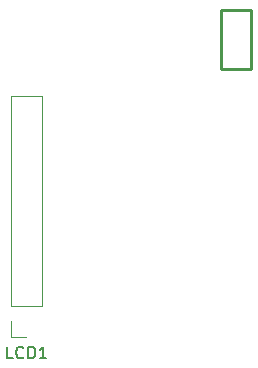
<source format=gto>
G04 #@! TF.GenerationSoftware,KiCad,Pcbnew,(6.99.0-1912-g359c99991b)*
G04 #@! TF.CreationDate,2022-05-28T20:20:25+07:00*
G04 #@! TF.ProjectId,toxicdog69,746f7869-6364-46f6-9736-392e6b696361,1*
G04 #@! TF.SameCoordinates,Original*
G04 #@! TF.FileFunction,Legend,Top*
G04 #@! TF.FilePolarity,Positive*
%FSLAX46Y46*%
G04 Gerber Fmt 4.6, Leading zero omitted, Abs format (unit mm)*
G04 Created by KiCad (PCBNEW (6.99.0-1912-g359c99991b)) date 2022-05-28 20:20:25*
%MOMM*%
%LPD*%
G01*
G04 APERTURE LIST*
%ADD10C,0.150000*%
%ADD11C,0.120000*%
%ADD12C,0.250000*%
%ADD13C,0.125000*%
%ADD14C,0.187500*%
%ADD15C,0.033000*%
%ADD16C,1.750000*%
%ADD17C,3.000000*%
%ADD18C,3.987800*%
%ADD19C,3.048000*%
%ADD20R,1.700000X1.700000*%
%ADD21O,1.700000X1.700000*%
%ADD22C,1.700000*%
G04 #@! TA.AperFunction,Profile*
%ADD23C,0.100000*%
G04 #@! TD*
G04 APERTURE END LIST*
D10*
X309221333Y-73749380D02*
X308745143Y-73749380D01*
X308745143Y-73749380D02*
X308745143Y-72749380D01*
X310126095Y-73654142D02*
X310078476Y-73701761D01*
X310078476Y-73701761D02*
X309935619Y-73749380D01*
X309935619Y-73749380D02*
X309840381Y-73749380D01*
X309840381Y-73749380D02*
X309697524Y-73701761D01*
X309697524Y-73701761D02*
X309602286Y-73606523D01*
X309602286Y-73606523D02*
X309554667Y-73511285D01*
X309554667Y-73511285D02*
X309507048Y-73320809D01*
X309507048Y-73320809D02*
X309507048Y-73177952D01*
X309507048Y-73177952D02*
X309554667Y-72987476D01*
X309554667Y-72987476D02*
X309602286Y-72892238D01*
X309602286Y-72892238D02*
X309697524Y-72797000D01*
X309697524Y-72797000D02*
X309840381Y-72749380D01*
X309840381Y-72749380D02*
X309935619Y-72749380D01*
X309935619Y-72749380D02*
X310078476Y-72797000D01*
X310078476Y-72797000D02*
X310126095Y-72844619D01*
X310554667Y-73749380D02*
X310554667Y-72749380D01*
X310554667Y-72749380D02*
X310792762Y-72749380D01*
X310792762Y-72749380D02*
X310935619Y-72797000D01*
X310935619Y-72797000D02*
X311030857Y-72892238D01*
X311030857Y-72892238D02*
X311078476Y-72987476D01*
X311078476Y-72987476D02*
X311126095Y-73177952D01*
X311126095Y-73177952D02*
X311126095Y-73320809D01*
X311126095Y-73320809D02*
X311078476Y-73511285D01*
X311078476Y-73511285D02*
X311030857Y-73606523D01*
X311030857Y-73606523D02*
X310935619Y-73701761D01*
X310935619Y-73701761D02*
X310792762Y-73749380D01*
X310792762Y-73749380D02*
X310554667Y-73749380D01*
X312078476Y-73749380D02*
X311507048Y-73749380D01*
X311792762Y-73749380D02*
X311792762Y-72749380D01*
X311792762Y-72749380D02*
X311697524Y-72892238D01*
X311697524Y-72892238D02*
X311602286Y-72987476D01*
X311602286Y-72987476D02*
X311507048Y-73035095D01*
D11*
X311718000Y-69342000D02*
X311718000Y-51502000D01*
X311718000Y-69342000D02*
X309058000Y-69342000D01*
X311718000Y-51502000D02*
X309058000Y-51502000D01*
X310388000Y-71942000D02*
X309058000Y-71942000D01*
X309058000Y-71942000D02*
X309058000Y-70612000D01*
X309058000Y-69342000D02*
X309058000Y-51502000D01*
D12*
X326889500Y-49236000D02*
X326889500Y-44236000D01*
X329389500Y-49236000D02*
X326889500Y-49236000D01*
X326889500Y-44236000D02*
X329389500Y-44236000D01*
X329389500Y-44236000D02*
X329389500Y-49236000D01*
%LPC*%
D13*
G36*
X110392816Y-93715040D02*
G01*
X110855803Y-93715040D01*
X110855803Y-93177168D01*
X110856593Y-93157308D01*
X110858964Y-93139401D01*
X110862916Y-93123448D01*
X110868449Y-93109448D01*
X110875563Y-93097402D01*
X110887507Y-93084379D01*
X110902261Y-93074828D01*
X110915171Y-93069945D01*
X110929662Y-93067015D01*
X110945733Y-93066038D01*
X110961805Y-93067015D01*
X110976295Y-93069945D01*
X110989205Y-93074828D01*
X111003959Y-93084379D01*
X111015903Y-93097402D01*
X111023017Y-93109448D01*
X111028550Y-93123448D01*
X111032502Y-93139401D01*
X111034873Y-93157308D01*
X111035663Y-93177168D01*
X111035663Y-94459443D01*
X111034873Y-94478937D01*
X111032502Y-94496513D01*
X111028550Y-94512172D01*
X111023017Y-94525913D01*
X111015903Y-94537737D01*
X111003959Y-94550520D01*
X110989205Y-94559894D01*
X110976295Y-94564687D01*
X110961805Y-94567563D01*
X110945733Y-94568522D01*
X110929662Y-94567563D01*
X110915171Y-94564687D01*
X110902261Y-94559894D01*
X110887507Y-94550520D01*
X110875563Y-94537737D01*
X110868449Y-94525913D01*
X110862916Y-94512172D01*
X110858964Y-94496513D01*
X110856593Y-94478937D01*
X110855803Y-94459443D01*
X110855803Y-93883274D01*
X110392816Y-93883274D01*
X110392816Y-94459443D01*
X110392026Y-94478937D01*
X110389655Y-94496513D01*
X110385703Y-94512172D01*
X110380170Y-94525913D01*
X110373056Y-94537737D01*
X110361112Y-94550520D01*
X110346358Y-94559894D01*
X110333448Y-94564687D01*
X110318957Y-94567563D01*
X110302886Y-94568522D01*
X110286814Y-94567563D01*
X110272324Y-94564687D01*
X110259414Y-94559894D01*
X110244660Y-94550520D01*
X110232716Y-94537737D01*
X110225602Y-94525913D01*
X110220069Y-94512172D01*
X110216117Y-94496513D01*
X110213746Y-94478937D01*
X110212956Y-94459443D01*
X110212956Y-93177168D01*
X110213746Y-93157308D01*
X110216117Y-93139401D01*
X110220069Y-93123448D01*
X110225602Y-93109448D01*
X110232716Y-93097402D01*
X110244660Y-93084379D01*
X110259414Y-93074828D01*
X110272324Y-93069945D01*
X110286814Y-93067015D01*
X110302886Y-93066038D01*
X110318957Y-93067015D01*
X110333448Y-93069945D01*
X110346358Y-93074828D01*
X110361112Y-93084379D01*
X110373056Y-93097402D01*
X110380170Y-93109448D01*
X110385703Y-93123448D01*
X110389655Y-93139401D01*
X110392026Y-93157308D01*
X110392816Y-93177168D01*
X110392816Y-93715040D01*
G37*
G36*
X111634073Y-93516550D02*
G01*
X111656429Y-93518109D01*
X111678215Y-93520707D01*
X111699433Y-93524344D01*
X111720082Y-93529021D01*
X111740161Y-93534736D01*
X111759672Y-93541491D01*
X111778613Y-93549285D01*
X111796986Y-93558118D01*
X111814790Y-93567990D01*
X111832024Y-93578901D01*
X111848690Y-93590852D01*
X111864786Y-93603841D01*
X111880314Y-93617870D01*
X111895272Y-93632938D01*
X111909662Y-93649046D01*
X111923368Y-93666177D01*
X111936189Y-93684319D01*
X111948126Y-93703470D01*
X111959179Y-93723631D01*
X111969348Y-93744802D01*
X111978632Y-93766983D01*
X111987033Y-93790173D01*
X111994549Y-93814374D01*
X112001180Y-93839584D01*
X112006928Y-93865803D01*
X112009470Y-93879292D01*
X112011791Y-93893033D01*
X112013891Y-93907027D01*
X112015770Y-93921273D01*
X112017428Y-93935771D01*
X112018865Y-93950522D01*
X112020081Y-93965525D01*
X112021076Y-93980781D01*
X112021849Y-93996289D01*
X112022402Y-94012050D01*
X112022734Y-94028063D01*
X112022844Y-94044328D01*
X112022435Y-94076473D01*
X112021206Y-94107598D01*
X112019160Y-94137702D01*
X112016294Y-94166785D01*
X112012609Y-94194849D01*
X112008106Y-94221891D01*
X112002784Y-94247913D01*
X111996643Y-94272915D01*
X111989683Y-94296896D01*
X111981905Y-94319857D01*
X111973307Y-94341797D01*
X111963891Y-94362717D01*
X111953657Y-94382616D01*
X111942603Y-94401495D01*
X111930731Y-94419354D01*
X111918039Y-94436191D01*
X111904529Y-94452009D01*
X111890201Y-94466806D01*
X111875053Y-94480582D01*
X111859087Y-94493338D01*
X111842302Y-94505074D01*
X111824698Y-94515789D01*
X111806275Y-94525483D01*
X111787034Y-94534157D01*
X111766973Y-94541811D01*
X111746094Y-94548444D01*
X111724397Y-94554057D01*
X111701880Y-94558649D01*
X111678545Y-94562220D01*
X111654390Y-94564772D01*
X111629417Y-94566302D01*
X111603626Y-94566812D01*
X111577834Y-94566300D01*
X111552861Y-94564764D01*
X111528707Y-94562202D01*
X111505371Y-94558617D01*
X111482855Y-94554006D01*
X111461157Y-94548372D01*
X111440278Y-94541713D01*
X111420218Y-94534029D01*
X111400976Y-94525321D01*
X111382553Y-94515588D01*
X111364950Y-94504831D01*
X111348164Y-94493050D01*
X111332198Y-94480244D01*
X111317051Y-94466413D01*
X111302722Y-94451558D01*
X111289212Y-94435678D01*
X111276521Y-94418775D01*
X111264648Y-94400846D01*
X111253595Y-94381893D01*
X111243360Y-94361916D01*
X111233944Y-94340914D01*
X111225346Y-94318887D01*
X111217568Y-94295836D01*
X111210608Y-94271761D01*
X111204467Y-94246661D01*
X111199145Y-94220537D01*
X111194642Y-94193388D01*
X111190957Y-94165215D01*
X111188092Y-94136017D01*
X111186045Y-94105795D01*
X111184817Y-94074548D01*
X111184772Y-94071000D01*
X111362558Y-94071000D01*
X111362793Y-94091847D01*
X111363500Y-94112034D01*
X111364677Y-94131558D01*
X111366325Y-94150420D01*
X111368443Y-94168621D01*
X111371033Y-94186160D01*
X111374093Y-94203037D01*
X111377625Y-94219252D01*
X111381627Y-94234805D01*
X111386100Y-94249697D01*
X111391043Y-94263926D01*
X111396458Y-94277494D01*
X111402344Y-94290400D01*
X111408700Y-94302644D01*
X111422825Y-94325146D01*
X111438833Y-94345002D01*
X111456725Y-94362209D01*
X111476500Y-94376770D01*
X111498159Y-94388683D01*
X111521700Y-94397949D01*
X111547125Y-94404567D01*
X111574434Y-94408538D01*
X111588794Y-94409531D01*
X111603626Y-94409862D01*
X111618352Y-94409507D01*
X111632610Y-94408441D01*
X111646402Y-94406664D01*
X111672581Y-94400980D01*
X111696891Y-94392452D01*
X111719331Y-94381083D01*
X111739901Y-94366871D01*
X111758601Y-94349817D01*
X111775430Y-94329920D01*
X111790390Y-94307181D01*
X111797169Y-94294746D01*
X111803480Y-94281600D01*
X111809324Y-94267743D01*
X111814700Y-94253176D01*
X111819609Y-94237898D01*
X111824050Y-94221910D01*
X111828024Y-94205211D01*
X111831530Y-94187801D01*
X111834569Y-94169681D01*
X111837140Y-94150851D01*
X111839244Y-94131309D01*
X111840880Y-94111057D01*
X111842049Y-94090095D01*
X111842750Y-94068422D01*
X111842984Y-94046038D01*
X111842748Y-94023086D01*
X111842041Y-94000863D01*
X111840862Y-93979369D01*
X111839212Y-93958603D01*
X111837090Y-93938566D01*
X111834497Y-93919257D01*
X111831432Y-93900677D01*
X111827896Y-93882826D01*
X111823888Y-93865703D01*
X111819408Y-93849309D01*
X111814458Y-93833643D01*
X111809035Y-93818707D01*
X111803142Y-93804498D01*
X111796776Y-93791019D01*
X111789940Y-93778268D01*
X111782631Y-93766245D01*
X111774851Y-93754952D01*
X111757877Y-93734550D01*
X111739017Y-93717063D01*
X111718271Y-93702491D01*
X111695639Y-93690833D01*
X111671121Y-93682089D01*
X111644717Y-93676260D01*
X111630807Y-93674439D01*
X111616426Y-93673346D01*
X111601574Y-93672981D01*
X111586869Y-93673370D01*
X111572631Y-93674536D01*
X111558859Y-93676480D01*
X111532717Y-93682699D01*
X111508442Y-93692027D01*
X111486034Y-93704465D01*
X111465494Y-93720013D01*
X111446820Y-93738670D01*
X111430015Y-93760437D01*
X111422312Y-93772486D01*
X111415076Y-93785313D01*
X111408307Y-93798917D01*
X111402005Y-93813298D01*
X111396170Y-93828457D01*
X111390801Y-93844393D01*
X111385899Y-93861107D01*
X111381464Y-93878598D01*
X111377496Y-93896867D01*
X111373995Y-93915912D01*
X111370961Y-93935736D01*
X111368393Y-93956336D01*
X111366293Y-93977714D01*
X111364659Y-93999869D01*
X111363492Y-94022802D01*
X111362791Y-94046512D01*
X111362558Y-94071000D01*
X111184772Y-94071000D01*
X111184407Y-94042277D01*
X111184824Y-94009900D01*
X111186074Y-93978551D01*
X111188158Y-93948231D01*
X111191075Y-93918938D01*
X111194826Y-93890673D01*
X111199410Y-93863435D01*
X111204827Y-93837226D01*
X111211079Y-93812044D01*
X111218163Y-93787890D01*
X111226081Y-93764764D01*
X111234833Y-93742666D01*
X111244418Y-93721596D01*
X111254836Y-93701553D01*
X111266088Y-93682538D01*
X111278174Y-93664551D01*
X111291092Y-93647592D01*
X111304845Y-93631661D01*
X111319431Y-93616758D01*
X111334850Y-93602882D01*
X111351103Y-93590034D01*
X111368189Y-93578214D01*
X111386109Y-93567422D01*
X111404862Y-93557658D01*
X111424449Y-93548921D01*
X111444869Y-93541213D01*
X111466123Y-93534532D01*
X111488210Y-93528879D01*
X111511131Y-93524253D01*
X111534885Y-93520656D01*
X111559473Y-93518087D01*
X111584894Y-93516545D01*
X111611148Y-93516031D01*
X111634073Y-93516550D01*
G37*
G36*
X112504296Y-93688027D02*
G01*
X112520948Y-93667199D01*
X112537822Y-93647715D01*
X112554917Y-93629575D01*
X112572235Y-93612779D01*
X112589774Y-93597326D01*
X112607535Y-93583217D01*
X112625517Y-93570451D01*
X112643722Y-93559030D01*
X112662148Y-93548952D01*
X112680795Y-93540218D01*
X112699665Y-93532827D01*
X112718756Y-93526781D01*
X112738069Y-93522078D01*
X112757604Y-93518718D01*
X112777360Y-93516703D01*
X112797338Y-93516031D01*
X112813410Y-93516755D01*
X112827900Y-93518928D01*
X112844762Y-93524079D01*
X112858814Y-93531804D01*
X112870055Y-93542105D01*
X112878486Y-93554981D01*
X112884107Y-93570433D01*
X112886917Y-93588459D01*
X112887268Y-93598438D01*
X112886225Y-93613231D01*
X112883097Y-93626833D01*
X112875681Y-93643118D01*
X112864557Y-93657287D01*
X112853781Y-93666525D01*
X112840919Y-93674574D01*
X112825972Y-93681432D01*
X112808939Y-93687100D01*
X112789820Y-93691578D01*
X112775915Y-93693902D01*
X112768615Y-93694866D01*
X112753966Y-93696885D01*
X112739684Y-93699353D01*
X112725767Y-93702271D01*
X112712216Y-93705637D01*
X112699032Y-93709451D01*
X112679941Y-93716015D01*
X112661673Y-93723588D01*
X112644229Y-93732172D01*
X112627609Y-93741765D01*
X112611812Y-93752368D01*
X112596838Y-93763980D01*
X112582688Y-93776603D01*
X112578155Y-93781034D01*
X112565304Y-93794522D01*
X112553679Y-93808058D01*
X112543281Y-93821642D01*
X112534108Y-93835275D01*
X112526162Y-93848955D01*
X112519442Y-93862683D01*
X112513949Y-93876460D01*
X112509681Y-93890284D01*
X112506640Y-93904157D01*
X112504824Y-93918078D01*
X112504296Y-93927385D01*
X112504296Y-94461495D01*
X112503523Y-94480316D01*
X112501206Y-94497286D01*
X112497344Y-94512405D01*
X112491938Y-94525673D01*
X112482326Y-94540483D01*
X112469968Y-94552002D01*
X112454864Y-94560230D01*
X112441734Y-94564241D01*
X112427059Y-94566401D01*
X112416417Y-94566812D01*
X112401018Y-94565887D01*
X112387133Y-94563110D01*
X112370976Y-94556528D01*
X112357512Y-94546654D01*
X112346741Y-94533489D01*
X112338663Y-94517033D01*
X112334371Y-94502532D01*
X112331594Y-94486179D01*
X112330332Y-94467974D01*
X112330248Y-94461495D01*
X112330248Y-93621348D01*
X112331023Y-93602527D01*
X112333350Y-93585557D01*
X112337226Y-93570438D01*
X112342654Y-93557171D01*
X112352303Y-93542360D01*
X112364709Y-93530841D01*
X112379872Y-93522613D01*
X112393054Y-93518602D01*
X112407786Y-93516442D01*
X112418469Y-93516031D01*
X112433807Y-93516920D01*
X112447636Y-93519589D01*
X112463729Y-93525915D01*
X112477139Y-93535404D01*
X112487868Y-93548056D01*
X112495914Y-93563870D01*
X112500189Y-93577807D01*
X112502954Y-93593523D01*
X112504212Y-93611018D01*
X112504296Y-93617245D01*
X112504296Y-93688027D01*
G37*
G36*
X113483612Y-93688027D02*
G01*
X113500264Y-93667199D01*
X113517138Y-93647715D01*
X113534233Y-93629575D01*
X113551551Y-93612779D01*
X113569090Y-93597326D01*
X113586851Y-93583217D01*
X113604833Y-93570451D01*
X113623038Y-93559030D01*
X113641464Y-93548952D01*
X113660111Y-93540218D01*
X113678981Y-93532827D01*
X113698072Y-93526781D01*
X113717385Y-93522078D01*
X113736920Y-93518718D01*
X113756676Y-93516703D01*
X113776654Y-93516031D01*
X113792726Y-93516755D01*
X113807216Y-93518928D01*
X113824078Y-93524079D01*
X113838130Y-93531804D01*
X113849371Y-93542105D01*
X113857802Y-93554981D01*
X113863423Y-93570433D01*
X113866233Y-93588459D01*
X113866584Y-93598438D01*
X113865542Y-93613231D01*
X113862413Y-93626833D01*
X113854997Y-93643118D01*
X113843873Y-93657287D01*
X113833097Y-93666525D01*
X113820236Y-93674574D01*
X113805288Y-93681432D01*
X113788255Y-93687100D01*
X113769136Y-93691578D01*
X113755231Y-93693902D01*
X113747931Y-93694866D01*
X113733283Y-93696885D01*
X113719000Y-93699353D01*
X113705083Y-93702271D01*
X113691533Y-93705637D01*
X113678348Y-93709451D01*
X113659257Y-93716015D01*
X113640990Y-93723588D01*
X113623546Y-93732172D01*
X113606925Y-93741765D01*
X113591128Y-93752368D01*
X113576155Y-93763980D01*
X113562004Y-93776603D01*
X113557471Y-93781034D01*
X113544620Y-93794522D01*
X113532995Y-93808058D01*
X113522597Y-93821642D01*
X113513425Y-93835275D01*
X113505478Y-93848955D01*
X113498759Y-93862683D01*
X113493265Y-93876460D01*
X113488997Y-93890284D01*
X113485956Y-93904157D01*
X113484141Y-93918078D01*
X113483612Y-93927385D01*
X113483612Y-94461495D01*
X113482839Y-94480316D01*
X113480522Y-94497286D01*
X113476660Y-94512405D01*
X113471254Y-94525673D01*
X113461642Y-94540483D01*
X113449284Y-94552002D01*
X113434180Y-94560230D01*
X113421050Y-94564241D01*
X113406375Y-94566401D01*
X113395733Y-94566812D01*
X113380334Y-94565887D01*
X113366449Y-94563110D01*
X113350292Y-94556528D01*
X113336829Y-94546654D01*
X113326057Y-94533489D01*
X113317979Y-94517033D01*
X113313688Y-94502532D01*
X113310911Y-94486179D01*
X113309648Y-94467974D01*
X113309564Y-94461495D01*
X113309564Y-93621348D01*
X113310340Y-93602527D01*
X113312666Y-93585557D01*
X113316543Y-93570438D01*
X113321970Y-93557171D01*
X113331619Y-93542360D01*
X113344025Y-93530841D01*
X113359188Y-93522613D01*
X113372370Y-93518602D01*
X113387102Y-93516442D01*
X113397785Y-93516031D01*
X113413123Y-93516920D01*
X113426952Y-93519589D01*
X113443045Y-93525915D01*
X113456455Y-93535404D01*
X113467184Y-93548056D01*
X113475230Y-93563870D01*
X113479505Y-93577807D01*
X113482271Y-93593523D01*
X113483528Y-93611018D01*
X113483612Y-93617245D01*
X113483612Y-93688027D01*
G37*
G36*
X114572021Y-93516550D02*
G01*
X114594377Y-93518109D01*
X114616164Y-93520707D01*
X114637381Y-93524344D01*
X114658030Y-93529021D01*
X114678110Y-93534736D01*
X114697620Y-93541491D01*
X114716562Y-93549285D01*
X114734934Y-93558118D01*
X114752738Y-93567990D01*
X114769973Y-93578901D01*
X114786638Y-93590852D01*
X114802735Y-93603841D01*
X114818262Y-93617870D01*
X114833221Y-93632938D01*
X114847610Y-93649046D01*
X114861316Y-93666177D01*
X114874137Y-93684319D01*
X114886075Y-93703470D01*
X114897127Y-93723631D01*
X114907296Y-93744802D01*
X114916581Y-93766983D01*
X114924981Y-93790173D01*
X114932497Y-93814374D01*
X114939129Y-93839584D01*
X114944876Y-93865803D01*
X114947418Y-93879292D01*
X114949739Y-93893033D01*
X114951840Y-93907027D01*
X114953719Y-93921273D01*
X114955376Y-93935771D01*
X114956813Y-93950522D01*
X114958029Y-93965525D01*
X114959024Y-93980781D01*
X114959798Y-93996289D01*
X114960350Y-94012050D01*
X114960682Y-94028063D01*
X114960792Y-94044328D01*
X114960383Y-94076473D01*
X114959155Y-94107598D01*
X114957108Y-94137702D01*
X114954242Y-94166785D01*
X114950558Y-94194849D01*
X114946054Y-94221891D01*
X114940732Y-94247913D01*
X114934591Y-94272915D01*
X114927632Y-94296896D01*
X114919853Y-94319857D01*
X114911256Y-94341797D01*
X114901840Y-94362717D01*
X114891605Y-94382616D01*
X114880551Y-94401495D01*
X114868679Y-94419354D01*
X114855988Y-94436191D01*
X114842478Y-94452009D01*
X114828149Y-94466806D01*
X114813002Y-94480582D01*
X114797035Y-94493338D01*
X114780250Y-94505074D01*
X114762646Y-94515789D01*
X114744224Y-94525483D01*
X114724982Y-94534157D01*
X114704922Y-94541811D01*
X114684043Y-94548444D01*
X114662345Y-94554057D01*
X114639828Y-94558649D01*
X114616493Y-94562220D01*
X114592339Y-94564772D01*
X114567366Y-94566302D01*
X114541574Y-94566812D01*
X114515782Y-94566300D01*
X114490809Y-94564764D01*
X114466655Y-94562202D01*
X114443320Y-94558617D01*
X114420803Y-94554006D01*
X114399105Y-94548372D01*
X114378226Y-94541713D01*
X114358166Y-94534029D01*
X114338924Y-94525321D01*
X114320502Y-94515588D01*
X114302898Y-94504831D01*
X114286113Y-94493050D01*
X114270146Y-94480244D01*
X114254999Y-94466413D01*
X114240670Y-94451558D01*
X114227160Y-94435678D01*
X114214469Y-94418775D01*
X114202597Y-94400846D01*
X114191543Y-94381893D01*
X114181308Y-94361916D01*
X114171892Y-94340914D01*
X114163295Y-94318887D01*
X114155516Y-94295836D01*
X114148557Y-94271761D01*
X114142416Y-94246661D01*
X114137094Y-94220537D01*
X114132590Y-94193388D01*
X114128906Y-94165215D01*
X114126040Y-94136017D01*
X114123993Y-94105795D01*
X114122765Y-94074548D01*
X114122720Y-94071000D01*
X114300506Y-94071000D01*
X114300742Y-94091847D01*
X114301448Y-94112034D01*
X114302625Y-94131558D01*
X114304273Y-94150420D01*
X114306392Y-94168621D01*
X114308981Y-94186160D01*
X114312042Y-94203037D01*
X114315573Y-94219252D01*
X114319575Y-94234805D01*
X114324048Y-94249697D01*
X114328992Y-94263926D01*
X114334406Y-94277494D01*
X114340292Y-94290400D01*
X114346648Y-94302644D01*
X114360773Y-94325146D01*
X114376782Y-94345002D01*
X114394673Y-94362209D01*
X114414448Y-94376770D01*
X114436107Y-94388683D01*
X114459649Y-94397949D01*
X114485074Y-94404567D01*
X114512382Y-94408538D01*
X114526743Y-94409531D01*
X114541574Y-94409862D01*
X114556300Y-94409507D01*
X114570559Y-94408441D01*
X114584350Y-94406664D01*
X114610530Y-94400980D01*
X114634839Y-94392452D01*
X114657279Y-94381083D01*
X114677849Y-94366871D01*
X114696549Y-94349817D01*
X114713379Y-94329920D01*
X114728339Y-94307181D01*
X114735117Y-94294746D01*
X114741429Y-94281600D01*
X114747272Y-94267743D01*
X114752648Y-94253176D01*
X114757557Y-94237898D01*
X114761998Y-94221910D01*
X114765972Y-94205211D01*
X114769478Y-94187801D01*
X114772517Y-94169681D01*
X114775088Y-94150851D01*
X114777192Y-94131309D01*
X114778828Y-94111057D01*
X114779997Y-94090095D01*
X114780698Y-94068422D01*
X114780932Y-94046038D01*
X114780696Y-94023086D01*
X114779989Y-94000863D01*
X114778810Y-93979369D01*
X114777160Y-93958603D01*
X114775038Y-93938566D01*
X114772445Y-93919257D01*
X114769380Y-93900677D01*
X114765844Y-93882826D01*
X114761836Y-93865703D01*
X114757357Y-93849309D01*
X114752406Y-93833643D01*
X114746984Y-93818707D01*
X114741090Y-93804498D01*
X114734725Y-93791019D01*
X114727888Y-93778268D01*
X114720580Y-93766245D01*
X114712800Y-93754952D01*
X114695826Y-93734550D01*
X114676966Y-93717063D01*
X114656219Y-93702491D01*
X114633587Y-93690833D01*
X114609069Y-93682089D01*
X114582665Y-93676260D01*
X114568756Y-93674439D01*
X114554375Y-93673346D01*
X114539522Y-93672981D01*
X114524817Y-93673370D01*
X114510579Y-93674536D01*
X114496808Y-93676480D01*
X114470665Y-93682699D01*
X114446390Y-93692027D01*
X114423982Y-93704465D01*
X114403442Y-93720013D01*
X114384769Y-93738670D01*
X114367963Y-93760437D01*
X114360260Y-93772486D01*
X114353024Y-93785313D01*
X114346255Y-93798917D01*
X114339953Y-93813298D01*
X114334118Y-93828457D01*
X114328749Y-93844393D01*
X114323848Y-93861107D01*
X114319413Y-93878598D01*
X114315445Y-93896867D01*
X114311944Y-93915912D01*
X114308909Y-93935736D01*
X114306342Y-93956336D01*
X114304241Y-93977714D01*
X114302607Y-93999869D01*
X114301440Y-94022802D01*
X114300740Y-94046512D01*
X114300506Y-94071000D01*
X114122720Y-94071000D01*
X114122356Y-94042277D01*
X114122772Y-94009900D01*
X114124023Y-93978551D01*
X114126106Y-93948231D01*
X114129023Y-93918938D01*
X114132774Y-93890673D01*
X114137358Y-93863435D01*
X114142776Y-93837226D01*
X114149027Y-93812044D01*
X114156111Y-93787890D01*
X114164029Y-93764764D01*
X114172781Y-93742666D01*
X114182366Y-93721596D01*
X114192785Y-93701553D01*
X114204036Y-93682538D01*
X114216122Y-93664551D01*
X114229041Y-93647592D01*
X114242793Y-93631661D01*
X114257379Y-93616758D01*
X114272798Y-93602882D01*
X114289051Y-93590034D01*
X114306138Y-93578214D01*
X114324057Y-93567422D01*
X114342811Y-93557658D01*
X114362397Y-93548921D01*
X114382818Y-93541213D01*
X114404071Y-93534532D01*
X114426159Y-93528879D01*
X114449079Y-93524253D01*
X114472833Y-93520656D01*
X114497421Y-93518087D01*
X114522842Y-93516545D01*
X114549097Y-93516031D01*
X114572021Y-93516550D01*
G37*
G36*
X115442244Y-93688027D02*
G01*
X115458896Y-93667199D01*
X115475770Y-93647715D01*
X115492866Y-93629575D01*
X115510183Y-93612779D01*
X115527722Y-93597326D01*
X115545483Y-93583217D01*
X115563466Y-93570451D01*
X115581670Y-93559030D01*
X115600096Y-93548952D01*
X115618744Y-93540218D01*
X115637613Y-93532827D01*
X115656704Y-93526781D01*
X115676017Y-93522078D01*
X115695552Y-93518718D01*
X115715308Y-93516703D01*
X115735286Y-93516031D01*
X115751358Y-93516755D01*
X115765849Y-93518928D01*
X115782711Y-93524079D01*
X115796762Y-93531804D01*
X115808003Y-93542105D01*
X115816434Y-93554981D01*
X115822055Y-93570433D01*
X115824865Y-93588459D01*
X115825217Y-93598438D01*
X115824174Y-93613231D01*
X115821045Y-93626833D01*
X115813629Y-93643118D01*
X115802506Y-93657287D01*
X115791730Y-93666525D01*
X115778868Y-93674574D01*
X115763920Y-93681432D01*
X115746887Y-93687100D01*
X115727768Y-93691578D01*
X115713863Y-93693902D01*
X115706564Y-93694866D01*
X115691915Y-93696885D01*
X115677632Y-93699353D01*
X115663715Y-93702271D01*
X115650165Y-93705637D01*
X115636980Y-93709451D01*
X115617889Y-93716015D01*
X115599622Y-93723588D01*
X115582178Y-93732172D01*
X115565557Y-93741765D01*
X115549760Y-93752368D01*
X115534787Y-93763980D01*
X115520637Y-93776603D01*
X115516103Y-93781034D01*
X115503252Y-93794522D01*
X115491628Y-93808058D01*
X115481229Y-93821642D01*
X115472057Y-93835275D01*
X115464111Y-93848955D01*
X115457391Y-93862683D01*
X115451897Y-93876460D01*
X115447629Y-93890284D01*
X115444588Y-93904157D01*
X115442773Y-93918078D01*
X115442244Y-93927385D01*
X115442244Y-94461495D01*
X115441472Y-94480316D01*
X115439154Y-94497286D01*
X115435293Y-94512405D01*
X115429886Y-94525673D01*
X115420274Y-94540483D01*
X115407916Y-94552002D01*
X115392812Y-94560230D01*
X115379682Y-94564241D01*
X115365007Y-94566401D01*
X115354365Y-94566812D01*
X115338966Y-94565887D01*
X115325081Y-94563110D01*
X115308925Y-94556528D01*
X115295461Y-94546654D01*
X115284690Y-94533489D01*
X115276611Y-94517033D01*
X115272320Y-94502532D01*
X115269543Y-94486179D01*
X115268281Y-94467974D01*
X115268196Y-94461495D01*
X115268196Y-93621348D01*
X115268972Y-93602527D01*
X115271298Y-93585557D01*
X115275175Y-93570438D01*
X115280602Y-93557171D01*
X115290252Y-93542360D01*
X115302658Y-93530841D01*
X115317820Y-93522613D01*
X115331002Y-93518602D01*
X115345734Y-93516442D01*
X115356417Y-93516031D01*
X115371755Y-93516920D01*
X115385585Y-93519589D01*
X115401677Y-93525915D01*
X115415088Y-93535404D01*
X115425816Y-93548056D01*
X115433862Y-93563870D01*
X115438137Y-93577807D01*
X115440903Y-93593523D01*
X115442160Y-93611018D01*
X115442244Y-93617245D01*
X115442244Y-93688027D01*
G37*
G36*
X116593898Y-93263337D02*
G01*
X116593898Y-94453972D01*
X116593532Y-94467844D01*
X116591610Y-94486972D01*
X116588042Y-94504088D01*
X116582827Y-94519190D01*
X116575965Y-94532278D01*
X116567456Y-94543353D01*
X116553548Y-94554986D01*
X116541196Y-94561363D01*
X116527197Y-94565726D01*
X116511552Y-94568075D01*
X116500206Y-94568522D01*
X116483463Y-94567515D01*
X116468366Y-94564495D01*
X116454916Y-94559461D01*
X116443113Y-94552414D01*
X116429938Y-94539885D01*
X116421977Y-94528139D01*
X116415664Y-94514379D01*
X116410998Y-94498606D01*
X116407979Y-94480820D01*
X116406606Y-94461020D01*
X116406515Y-94453972D01*
X116406515Y-93263337D01*
X116151769Y-93263337D01*
X116135026Y-93262580D01*
X116119929Y-93260308D01*
X116106479Y-93256521D01*
X116091108Y-93249116D01*
X116078664Y-93239018D01*
X116069149Y-93226227D01*
X116062561Y-93210744D01*
X116059542Y-93197364D01*
X116058169Y-93182470D01*
X116058078Y-93177168D01*
X116058901Y-93162136D01*
X116061372Y-93148582D01*
X116067227Y-93132810D01*
X116076011Y-93119666D01*
X116087722Y-93109152D01*
X116102362Y-93101266D01*
X116119929Y-93096008D01*
X116135026Y-93093790D01*
X116151769Y-93093051D01*
X116846591Y-93093051D01*
X116863702Y-93093805D01*
X116879129Y-93096068D01*
X116892874Y-93099840D01*
X116908581Y-93107216D01*
X116921297Y-93117274D01*
X116931021Y-93130014D01*
X116937753Y-93145436D01*
X116940839Y-93158762D01*
X116942241Y-93173598D01*
X116942335Y-93178878D01*
X116941493Y-93193972D01*
X116938969Y-93207581D01*
X116932985Y-93223417D01*
X116924009Y-93236614D01*
X116912041Y-93247171D01*
X116897081Y-93255089D01*
X116883898Y-93259296D01*
X116869031Y-93262018D01*
X116852482Y-93263255D01*
X116846591Y-93263337D01*
X116593898Y-93263337D01*
G37*
G36*
X117400876Y-93688027D02*
G01*
X117417528Y-93667199D01*
X117434402Y-93647715D01*
X117451498Y-93629575D01*
X117468815Y-93612779D01*
X117486354Y-93597326D01*
X117504115Y-93583217D01*
X117522098Y-93570451D01*
X117540302Y-93559030D01*
X117558728Y-93548952D01*
X117577376Y-93540218D01*
X117596245Y-93532827D01*
X117615337Y-93526781D01*
X117634650Y-93522078D01*
X117654184Y-93518718D01*
X117673941Y-93516703D01*
X117693919Y-93516031D01*
X117709990Y-93516755D01*
X117724481Y-93518928D01*
X117741343Y-93524079D01*
X117755394Y-93531804D01*
X117766636Y-93542105D01*
X117775067Y-93554981D01*
X117780687Y-93570433D01*
X117783498Y-93588459D01*
X117783849Y-93598438D01*
X117782806Y-93613231D01*
X117779678Y-93626833D01*
X117772262Y-93643118D01*
X117761138Y-93657287D01*
X117750362Y-93666525D01*
X117737500Y-93674574D01*
X117722553Y-93681432D01*
X117705519Y-93687100D01*
X117686400Y-93691578D01*
X117672496Y-93693902D01*
X117665196Y-93694866D01*
X117650547Y-93696885D01*
X117636264Y-93699353D01*
X117622348Y-93702271D01*
X117608797Y-93705637D01*
X117595612Y-93709451D01*
X117576521Y-93716015D01*
X117558254Y-93723588D01*
X117540810Y-93732172D01*
X117524190Y-93741765D01*
X117508393Y-93752368D01*
X117493419Y-93763980D01*
X117479269Y-93776603D01*
X117474735Y-93781034D01*
X117461884Y-93794522D01*
X117450260Y-93808058D01*
X117439861Y-93821642D01*
X117430689Y-93835275D01*
X117422743Y-93848955D01*
X117416023Y-93862683D01*
X117410529Y-93876460D01*
X117406262Y-93890284D01*
X117403220Y-93904157D01*
X117401405Y-93918078D01*
X117400876Y-93927385D01*
X117400876Y-94461495D01*
X117400104Y-94480316D01*
X117397787Y-94497286D01*
X117393925Y-94512405D01*
X117388518Y-94525673D01*
X117378906Y-94540483D01*
X117366549Y-94552002D01*
X117351444Y-94560230D01*
X117338314Y-94564241D01*
X117323639Y-94566401D01*
X117312998Y-94566812D01*
X117297598Y-94565887D01*
X117283714Y-94563110D01*
X117267557Y-94556528D01*
X117254093Y-94546654D01*
X117243322Y-94533489D01*
X117235244Y-94517033D01*
X117230952Y-94502532D01*
X117228175Y-94486179D01*
X117226913Y-94467974D01*
X117226829Y-94461495D01*
X117226829Y-93621348D01*
X117227604Y-93602527D01*
X117229930Y-93585557D01*
X117233807Y-93570438D01*
X117239235Y-93557171D01*
X117248884Y-93542360D01*
X117261290Y-93530841D01*
X117276453Y-93522613D01*
X117289634Y-93518602D01*
X117304366Y-93516442D01*
X117315049Y-93516031D01*
X117330387Y-93516920D01*
X117344217Y-93519589D01*
X117360310Y-93525915D01*
X117373720Y-93535404D01*
X117384448Y-93548056D01*
X117392495Y-93563870D01*
X117396769Y-93577807D01*
X117399535Y-93593523D01*
X117400792Y-93611018D01*
X117400876Y-93617245D01*
X117400876Y-93688027D01*
G37*
G36*
X118489286Y-93516550D02*
G01*
X118511641Y-93518109D01*
X118533428Y-93520707D01*
X118554646Y-93524344D01*
X118575294Y-93529021D01*
X118595374Y-93534736D01*
X118614885Y-93541491D01*
X118633826Y-93549285D01*
X118652199Y-93558118D01*
X118670002Y-93567990D01*
X118687237Y-93578901D01*
X118703903Y-93590852D01*
X118719999Y-93603841D01*
X118735527Y-93617870D01*
X118750485Y-93632938D01*
X118764875Y-93649046D01*
X118778580Y-93666177D01*
X118791402Y-93684319D01*
X118803339Y-93703470D01*
X118814392Y-93723631D01*
X118824561Y-93744802D01*
X118833845Y-93766983D01*
X118842245Y-93790173D01*
X118849761Y-93814374D01*
X118856393Y-93839584D01*
X118862141Y-93865803D01*
X118864683Y-93879292D01*
X118867004Y-93893033D01*
X118869104Y-93907027D01*
X118870983Y-93921273D01*
X118872641Y-93935771D01*
X118874078Y-93950522D01*
X118875294Y-93965525D01*
X118876288Y-93980781D01*
X118877062Y-93996289D01*
X118877615Y-94012050D01*
X118877946Y-94028063D01*
X118878057Y-94044328D01*
X118877647Y-94076473D01*
X118876419Y-94107598D01*
X118874372Y-94137702D01*
X118871507Y-94166785D01*
X118867822Y-94194849D01*
X118863319Y-94221891D01*
X118857997Y-94247913D01*
X118851856Y-94272915D01*
X118844896Y-94296896D01*
X118837118Y-94319857D01*
X118828520Y-94341797D01*
X118819104Y-94362717D01*
X118808869Y-94382616D01*
X118797816Y-94401495D01*
X118785943Y-94419354D01*
X118773252Y-94436191D01*
X118759742Y-94452009D01*
X118745414Y-94466806D01*
X118730266Y-94480582D01*
X118714300Y-94493338D01*
X118697515Y-94505074D01*
X118679911Y-94515789D01*
X118661488Y-94525483D01*
X118642247Y-94534157D01*
X118622186Y-94541811D01*
X118601307Y-94548444D01*
X118579609Y-94554057D01*
X118557093Y-94558649D01*
X118533757Y-94562220D01*
X118509603Y-94564772D01*
X118484630Y-94566302D01*
X118458838Y-94566812D01*
X118433047Y-94566300D01*
X118408074Y-94564764D01*
X118383920Y-94562202D01*
X118360584Y-94558617D01*
X118338068Y-94554006D01*
X118316370Y-94548372D01*
X118295491Y-94541713D01*
X118275430Y-94534029D01*
X118256189Y-94525321D01*
X118237766Y-94515588D01*
X118220162Y-94504831D01*
X118203377Y-94493050D01*
X118187411Y-94480244D01*
X118172263Y-94466413D01*
X118157935Y-94451558D01*
X118144425Y-94435678D01*
X118131733Y-94418775D01*
X118119861Y-94400846D01*
X118108807Y-94381893D01*
X118098573Y-94361916D01*
X118089157Y-94340914D01*
X118080559Y-94318887D01*
X118072781Y-94295836D01*
X118065821Y-94271761D01*
X118059680Y-94246661D01*
X118054358Y-94220537D01*
X118049855Y-94193388D01*
X118046170Y-94165215D01*
X118043305Y-94136017D01*
X118041258Y-94105795D01*
X118040029Y-94074548D01*
X118039984Y-94071000D01*
X118217771Y-94071000D01*
X118218006Y-94091847D01*
X118218712Y-94112034D01*
X118219890Y-94131558D01*
X118221537Y-94150420D01*
X118223656Y-94168621D01*
X118226246Y-94186160D01*
X118229306Y-94203037D01*
X118232838Y-94219252D01*
X118236840Y-94234805D01*
X118241313Y-94249697D01*
X118246256Y-94263926D01*
X118251671Y-94277494D01*
X118257556Y-94290400D01*
X118263913Y-94302644D01*
X118278038Y-94325146D01*
X118294046Y-94345002D01*
X118311938Y-94362209D01*
X118331713Y-94376770D01*
X118353371Y-94388683D01*
X118376913Y-94397949D01*
X118402338Y-94404567D01*
X118429647Y-94408538D01*
X118444007Y-94409531D01*
X118458838Y-94409862D01*
X118473565Y-94409507D01*
X118487823Y-94408441D01*
X118501614Y-94406664D01*
X118527794Y-94400980D01*
X118552104Y-94392452D01*
X118574544Y-94381083D01*
X118595114Y-94366871D01*
X118613813Y-94349817D01*
X118630643Y-94329920D01*
X118645603Y-94307181D01*
X118652382Y-94294746D01*
X118658693Y-94281600D01*
X118664537Y-94267743D01*
X118669913Y-94253176D01*
X118674822Y-94237898D01*
X118679263Y-94221910D01*
X118683237Y-94205211D01*
X118686743Y-94187801D01*
X118689782Y-94169681D01*
X118692353Y-94150851D01*
X118694456Y-94131309D01*
X118696093Y-94111057D01*
X118697261Y-94090095D01*
X118697963Y-94068422D01*
X118698196Y-94046038D01*
X118697961Y-94023086D01*
X118697253Y-94000863D01*
X118696075Y-93979369D01*
X118694424Y-93958603D01*
X118692303Y-93938566D01*
X118689709Y-93919257D01*
X118686645Y-93900677D01*
X118683108Y-93882826D01*
X118679101Y-93865703D01*
X118674621Y-93849309D01*
X118669671Y-93833643D01*
X118664248Y-93818707D01*
X118658354Y-93804498D01*
X118651989Y-93791019D01*
X118645152Y-93778268D01*
X118637844Y-93766245D01*
X118630064Y-93754952D01*
X118613090Y-93734550D01*
X118594230Y-93717063D01*
X118573484Y-93702491D01*
X118550852Y-93690833D01*
X118526334Y-93682089D01*
X118499929Y-93676260D01*
X118486020Y-93674439D01*
X118471639Y-93673346D01*
X118456787Y-93672981D01*
X118442082Y-93673370D01*
X118427843Y-93674536D01*
X118414072Y-93676480D01*
X118387930Y-93682699D01*
X118363655Y-93692027D01*
X118341247Y-93704465D01*
X118320706Y-93720013D01*
X118302033Y-93738670D01*
X118285227Y-93760437D01*
X118277525Y-93772486D01*
X118270289Y-93785313D01*
X118263520Y-93798917D01*
X118257218Y-93813298D01*
X118251382Y-93828457D01*
X118246014Y-93844393D01*
X118241112Y-93861107D01*
X118236677Y-93878598D01*
X118232709Y-93896867D01*
X118229208Y-93915912D01*
X118226174Y-93935736D01*
X118223606Y-93956336D01*
X118221505Y-93977714D01*
X118219871Y-93999869D01*
X118218704Y-94022802D01*
X118218004Y-94046512D01*
X118217771Y-94071000D01*
X118039984Y-94071000D01*
X118039620Y-94042277D01*
X118040037Y-94009900D01*
X118041287Y-93978551D01*
X118043371Y-93948231D01*
X118046288Y-93918938D01*
X118050039Y-93890673D01*
X118054623Y-93863435D01*
X118060040Y-93837226D01*
X118066291Y-93812044D01*
X118073376Y-93787890D01*
X118081294Y-93764764D01*
X118090045Y-93742666D01*
X118099631Y-93721596D01*
X118110049Y-93701553D01*
X118121301Y-93682538D01*
X118133386Y-93664551D01*
X118146305Y-93647592D01*
X118160058Y-93631661D01*
X118174644Y-93616758D01*
X118190063Y-93602882D01*
X118206316Y-93590034D01*
X118223402Y-93578214D01*
X118241322Y-93567422D01*
X118260075Y-93557658D01*
X118279662Y-93548921D01*
X118300082Y-93541213D01*
X118321336Y-93534532D01*
X118343423Y-93528879D01*
X118366344Y-93524253D01*
X118390098Y-93520656D01*
X118414685Y-93518087D01*
X118440107Y-93516545D01*
X118466361Y-93516031D01*
X118489286Y-93516550D01*
G37*
G36*
X119348224Y-93175117D02*
G01*
X119349015Y-93155623D01*
X119351386Y-93138047D01*
X119355338Y-93122388D01*
X119360871Y-93108647D01*
X119367984Y-93096823D01*
X119379928Y-93084040D01*
X119394682Y-93074666D01*
X119407592Y-93069873D01*
X119422083Y-93066997D01*
X119438155Y-93066038D01*
X119454226Y-93066997D01*
X119468717Y-93069873D01*
X119481627Y-93074666D01*
X119496381Y-93084040D01*
X119508325Y-93096823D01*
X119515438Y-93108647D01*
X119520971Y-93122388D01*
X119524923Y-93138047D01*
X119527294Y-93155623D01*
X119528085Y-93175117D01*
X119528085Y-94457734D01*
X119527294Y-94477227D01*
X119524923Y-94494803D01*
X119520971Y-94510462D01*
X119515438Y-94524204D01*
X119508325Y-94536028D01*
X119496381Y-94548810D01*
X119481627Y-94558184D01*
X119468717Y-94562978D01*
X119454226Y-94565854D01*
X119438155Y-94566812D01*
X119422083Y-94565854D01*
X119407592Y-94562978D01*
X119394682Y-94558184D01*
X119379928Y-94548810D01*
X119367984Y-94536028D01*
X119360871Y-94524204D01*
X119355338Y-94510462D01*
X119351386Y-94494803D01*
X119349015Y-94477227D01*
X119348224Y-94457734D01*
X119348224Y-93175117D01*
G37*
G36*
X120327540Y-93175117D02*
G01*
X120328331Y-93155623D01*
X120330702Y-93138047D01*
X120334654Y-93122388D01*
X120340187Y-93108647D01*
X120347301Y-93096823D01*
X120359244Y-93084040D01*
X120373999Y-93074666D01*
X120386908Y-93069873D01*
X120401399Y-93066997D01*
X120417471Y-93066038D01*
X120433542Y-93066997D01*
X120448033Y-93069873D01*
X120460943Y-93074666D01*
X120475697Y-93084040D01*
X120487641Y-93096823D01*
X120494754Y-93108647D01*
X120500287Y-93122388D01*
X120504239Y-93138047D01*
X120506611Y-93155623D01*
X120507401Y-93175117D01*
X120507401Y-94457734D01*
X120506611Y-94477227D01*
X120504239Y-94494803D01*
X120500287Y-94510462D01*
X120494754Y-94524204D01*
X120487641Y-94536028D01*
X120475697Y-94548810D01*
X120460943Y-94558184D01*
X120448033Y-94562978D01*
X120433542Y-94565854D01*
X120417471Y-94566812D01*
X120401399Y-94565854D01*
X120386908Y-94562978D01*
X120373999Y-94558184D01*
X120359244Y-94548810D01*
X120347301Y-94536028D01*
X120340187Y-94524204D01*
X120334654Y-94510462D01*
X120330702Y-94494803D01*
X120328331Y-94477227D01*
X120327540Y-94457734D01*
X120327540Y-93175117D01*
G37*
G36*
X121622920Y-93067232D02*
G01*
X121637276Y-93071523D01*
X121650137Y-93078933D01*
X121661501Y-93089464D01*
X121662816Y-93091000D01*
X121671963Y-93102219D01*
X121678779Y-93114280D01*
X121682114Y-93128212D01*
X121681965Y-93133058D01*
X121662816Y-93433623D01*
X121733598Y-93433623D01*
X121750341Y-93434279D01*
X121765438Y-93436244D01*
X121778888Y-93439520D01*
X121794259Y-93445926D01*
X121806703Y-93454661D01*
X121816218Y-93465726D01*
X121822806Y-93479121D01*
X121826466Y-93494845D01*
X121827289Y-93508166D01*
X121826466Y-93521855D01*
X121822806Y-93538011D01*
X121816218Y-93551774D01*
X121806703Y-93563144D01*
X121794259Y-93572120D01*
X121778888Y-93578702D01*
X121765438Y-93582068D01*
X121750341Y-93584088D01*
X121733598Y-93584761D01*
X121655293Y-93584761D01*
X121630332Y-94011502D01*
X121710688Y-94011502D01*
X121727126Y-94012175D01*
X121741947Y-94014195D01*
X121759194Y-94018982D01*
X121773566Y-94026163D01*
X121785064Y-94035737D01*
X121793687Y-94047705D01*
X121799436Y-94062066D01*
X121802310Y-94078821D01*
X121802670Y-94088096D01*
X121801232Y-94105648D01*
X121796921Y-94120859D01*
X121789735Y-94133729D01*
X121779674Y-94144260D01*
X121766739Y-94152451D01*
X121750930Y-94158301D01*
X121737186Y-94161153D01*
X121721826Y-94162689D01*
X121710688Y-94162981D01*
X121622809Y-94162981D01*
X121603661Y-94480644D01*
X121602323Y-94496043D01*
X121599850Y-94509928D01*
X121594785Y-94526084D01*
X121587700Y-94539548D01*
X121578596Y-94550319D01*
X121567472Y-94558398D01*
X121554329Y-94563783D01*
X121539166Y-94566476D01*
X121530827Y-94566812D01*
X121514238Y-94565674D01*
X121499860Y-94562260D01*
X121484999Y-94554792D01*
X121473594Y-94543768D01*
X121465645Y-94529187D01*
X121461774Y-94514961D01*
X121460115Y-94498460D01*
X121460046Y-94493979D01*
X121460046Y-94473121D01*
X121477143Y-94162981D01*
X121276082Y-94162981D01*
X121256933Y-94480644D01*
X121255657Y-94496043D01*
X121253239Y-94509928D01*
X121248238Y-94526084D01*
X121241207Y-94539548D01*
X121232145Y-94550319D01*
X121221054Y-94558398D01*
X121207932Y-94563783D01*
X121192780Y-94566476D01*
X121184442Y-94566812D01*
X121167853Y-94565707D01*
X121153475Y-94562389D01*
X121138614Y-94555131D01*
X121127209Y-94544417D01*
X121119259Y-94530247D01*
X121115389Y-94516422D01*
X121113730Y-94500386D01*
X121113661Y-94496031D01*
X121113661Y-94473121D01*
X121130758Y-94162981D01*
X121059976Y-94162981D01*
X121043538Y-94162308D01*
X121028716Y-94160289D01*
X121011470Y-94155501D01*
X120997098Y-94148321D01*
X120985600Y-94138746D01*
X120976977Y-94126778D01*
X120971228Y-94112417D01*
X120968353Y-94095662D01*
X120967994Y-94086387D01*
X120969431Y-94068836D01*
X120973743Y-94053625D01*
X120980929Y-94040754D01*
X120990990Y-94030223D01*
X121003924Y-94022033D01*
X121019734Y-94016182D01*
X121033477Y-94013330D01*
X121048838Y-94011794D01*
X121059976Y-94011502D01*
X121140332Y-94011502D01*
X121283947Y-94011502D01*
X121486717Y-94011502D01*
X121509627Y-93584761D01*
X121308908Y-93584761D01*
X121283947Y-94011502D01*
X121140332Y-94011502D01*
X121163242Y-93584761D01*
X121082886Y-93584761D01*
X121066142Y-93584088D01*
X121051045Y-93582068D01*
X121037596Y-93578702D01*
X121022224Y-93572120D01*
X121009781Y-93563144D01*
X121000265Y-93551774D01*
X120993678Y-93538011D01*
X120990018Y-93521855D01*
X120989194Y-93508166D01*
X120990658Y-93490695D01*
X120995050Y-93475554D01*
X121002370Y-93462742D01*
X121012617Y-93452259D01*
X121025793Y-93444106D01*
X121041896Y-93438282D01*
X121055895Y-93435443D01*
X121071540Y-93433915D01*
X121082886Y-93433623D01*
X121172816Y-93433623D01*
X121188203Y-93152207D01*
X121189846Y-93136807D01*
X121192595Y-93122923D01*
X121197981Y-93106766D01*
X121205332Y-93093302D01*
X121214650Y-93082531D01*
X121225934Y-93074453D01*
X121239185Y-93069067D01*
X121254401Y-93066374D01*
X121262746Y-93066038D01*
X121276418Y-93067232D01*
X121290721Y-93071523D01*
X121303613Y-93078933D01*
X121315095Y-93089464D01*
X121316431Y-93091000D01*
X121325450Y-93102348D01*
X121332224Y-93114859D01*
X121335563Y-93128443D01*
X121335580Y-93135110D01*
X121316431Y-93433623D01*
X121519201Y-93433623D01*
X121534589Y-93152207D01*
X121536232Y-93136807D01*
X121538980Y-93122923D01*
X121544366Y-93106766D01*
X121551718Y-93093302D01*
X121561036Y-93082531D01*
X121572320Y-93074453D01*
X121585570Y-93069067D01*
X121600786Y-93066374D01*
X121609132Y-93066038D01*
X121622920Y-93067232D01*
G37*
G36*
X122397615Y-93066233D02*
G01*
X122411332Y-93066817D01*
X122437946Y-93069153D01*
X122463467Y-93073046D01*
X122487896Y-93078497D01*
X122511232Y-93085506D01*
X122533475Y-93094072D01*
X122554626Y-93104195D01*
X122574685Y-93115876D01*
X122593650Y-93129114D01*
X122611523Y-93143909D01*
X122628304Y-93160262D01*
X122643992Y-93178173D01*
X122658587Y-93197641D01*
X122672089Y-93218666D01*
X122684499Y-93241249D01*
X122695817Y-93265389D01*
X122706251Y-93290878D01*
X122711216Y-93304083D01*
X122716013Y-93317594D01*
X122720641Y-93331411D01*
X122725101Y-93345535D01*
X122729392Y-93359966D01*
X122733516Y-93374703D01*
X122737471Y-93389747D01*
X122741257Y-93405097D01*
X122744876Y-93420754D01*
X122748326Y-93436717D01*
X122751608Y-93452987D01*
X122754721Y-93469563D01*
X122757667Y-93486446D01*
X122760443Y-93503636D01*
X122763052Y-93521132D01*
X122765492Y-93538934D01*
X122767764Y-93557043D01*
X122769868Y-93575459D01*
X122771804Y-93594181D01*
X122773571Y-93613210D01*
X122775170Y-93632545D01*
X122776600Y-93652187D01*
X122777862Y-93672136D01*
X122778956Y-93692390D01*
X122779882Y-93712952D01*
X122780639Y-93733820D01*
X122781228Y-93754995D01*
X122781649Y-93776476D01*
X122781902Y-93798263D01*
X122781986Y-93820357D01*
X122781890Y-93845015D01*
X122781604Y-93869236D01*
X122781126Y-93893020D01*
X122780458Y-93916368D01*
X122779598Y-93939278D01*
X122778548Y-93961752D01*
X122777306Y-93983789D01*
X122775874Y-94005390D01*
X122774250Y-94026553D01*
X122772435Y-94047280D01*
X122770430Y-94067570D01*
X122768233Y-94087423D01*
X122765846Y-94106840D01*
X122763267Y-94125819D01*
X122760498Y-94144362D01*
X122757537Y-94162468D01*
X122754385Y-94180138D01*
X122751043Y-94197370D01*
X122747509Y-94214166D01*
X122743785Y-94230525D01*
X122739869Y-94246447D01*
X122735762Y-94261933D01*
X122731465Y-94276982D01*
X122726976Y-94291594D01*
X122722296Y-94305769D01*
X122717426Y-94319507D01*
X122712364Y-94332809D01*
X122707112Y-94345673D01*
X122696033Y-94370093D01*
X122684191Y-94392765D01*
X122671567Y-94413841D01*
X122658059Y-94433557D01*
X122643667Y-94451914D01*
X122628391Y-94468911D01*
X122612230Y-94484548D01*
X122595185Y-94498825D01*
X122577256Y-94511743D01*
X122558442Y-94523301D01*
X122538745Y-94533499D01*
X122518163Y-94542337D01*
X122496697Y-94549816D01*
X122474347Y-94555935D01*
X122451112Y-94560694D01*
X122426993Y-94564093D01*
X122401990Y-94566133D01*
X122376103Y-94566812D01*
X122350214Y-94566125D01*
X122325207Y-94564061D01*
X122301082Y-94560621D01*
X122277838Y-94555806D01*
X122255476Y-94549615D01*
X122233995Y-94542049D01*
X122213396Y-94533106D01*
X122193678Y-94522788D01*
X122174842Y-94511094D01*
X122156887Y-94498024D01*
X122139814Y-94483578D01*
X122123623Y-94467757D01*
X122108313Y-94450560D01*
X122093885Y-94431987D01*
X122080338Y-94412038D01*
X122067673Y-94390713D01*
X122055872Y-94367870D01*
X122044833Y-94343365D01*
X122039598Y-94330490D01*
X122034554Y-94317199D01*
X122029701Y-94303493D01*
X122025037Y-94289371D01*
X122020564Y-94274834D01*
X122016282Y-94259881D01*
X122012190Y-94244513D01*
X122008288Y-94228730D01*
X122004576Y-94212531D01*
X122001055Y-94195917D01*
X121997724Y-94178888D01*
X121994583Y-94161443D01*
X121991633Y-94143582D01*
X121988873Y-94125307D01*
X121986304Y-94106615D01*
X121983924Y-94087509D01*
X121981736Y-94067987D01*
X121979737Y-94048049D01*
X121977929Y-94027697D01*
X121976311Y-94006928D01*
X121974883Y-93985745D01*
X121973646Y-93964146D01*
X121972599Y-93942132D01*
X121971743Y-93919702D01*
X121971077Y-93896857D01*
X121970601Y-93873596D01*
X121970315Y-93849920D01*
X121970220Y-93825829D01*
X121970255Y-93816596D01*
X122155894Y-93816596D01*
X122156109Y-93853201D01*
X122156754Y-93888644D01*
X122157829Y-93922925D01*
X122159334Y-93956044D01*
X122161270Y-93988000D01*
X122163635Y-94018795D01*
X122166431Y-94048427D01*
X122169657Y-94076898D01*
X122173312Y-94104206D01*
X122177398Y-94130353D01*
X122181914Y-94155337D01*
X122186861Y-94179159D01*
X122192237Y-94201820D01*
X122198043Y-94223318D01*
X122204279Y-94243654D01*
X122210946Y-94262828D01*
X122218043Y-94280840D01*
X122225569Y-94297690D01*
X122233526Y-94313378D01*
X122241913Y-94327903D01*
X122250730Y-94341267D01*
X122259977Y-94353469D01*
X122269654Y-94364508D01*
X122279761Y-94374386D01*
X122301266Y-94390655D01*
X122324491Y-94402275D01*
X122349437Y-94409248D01*
X122376103Y-94411572D01*
X122402769Y-94409232D01*
X122427715Y-94402211D01*
X122450940Y-94390510D01*
X122472445Y-94374129D01*
X122482552Y-94364184D01*
X122492229Y-94353068D01*
X122501476Y-94340782D01*
X122510293Y-94327326D01*
X122518680Y-94312700D01*
X122526637Y-94296904D01*
X122534163Y-94279938D01*
X122541260Y-94261802D01*
X122547926Y-94242496D01*
X122554163Y-94222019D01*
X122559969Y-94200373D01*
X122565345Y-94177557D01*
X122570291Y-94153570D01*
X122574807Y-94128413D01*
X122578893Y-94102087D01*
X122582549Y-94074590D01*
X122585775Y-94045923D01*
X122588571Y-94016086D01*
X122590936Y-93985079D01*
X122592872Y-93952902D01*
X122594377Y-93919555D01*
X122595452Y-93885038D01*
X122596097Y-93849350D01*
X122596312Y-93812493D01*
X122596094Y-93776119D01*
X122595437Y-93740901D01*
X122594344Y-93706836D01*
X122592813Y-93673927D01*
X122590844Y-93642172D01*
X122588438Y-93611572D01*
X122585595Y-93582127D01*
X122582314Y-93553837D01*
X122578596Y-93526701D01*
X122574440Y-93500720D01*
X122569847Y-93475893D01*
X122564816Y-93452222D01*
X122559348Y-93429705D01*
X122553443Y-93408343D01*
X122547100Y-93388135D01*
X122540320Y-93369082D01*
X122533102Y-93351184D01*
X122525447Y-93334441D01*
X122517354Y-93318852D01*
X122508824Y-93304418D01*
X122499856Y-93291139D01*
X122490451Y-93279014D01*
X122480609Y-93268045D01*
X122470329Y-93258230D01*
X122459611Y-93249569D01*
X122436864Y-93235713D01*
X122412368Y-93226475D01*
X122386121Y-93221856D01*
X122372342Y-93221279D01*
X122346131Y-93223604D01*
X122321612Y-93230580D01*
X122298783Y-93242208D01*
X122277646Y-93258486D01*
X122267711Y-93268369D01*
X122258199Y-93279415D01*
X122249110Y-93291624D01*
X122240444Y-93304995D01*
X122232200Y-93319529D01*
X122224379Y-93335226D01*
X122216981Y-93352086D01*
X122210006Y-93370108D01*
X122203453Y-93389293D01*
X122197323Y-93409641D01*
X122191616Y-93431151D01*
X122186332Y-93453825D01*
X122181470Y-93477660D01*
X122177031Y-93502659D01*
X122173015Y-93528821D01*
X122169422Y-93556145D01*
X122166251Y-93584632D01*
X122163503Y-93614281D01*
X122161178Y-93645094D01*
X122159276Y-93677069D01*
X122157796Y-93710206D01*
X122156739Y-93744507D01*
X122156105Y-93779970D01*
X122155894Y-93816596D01*
X121970255Y-93816596D01*
X121970309Y-93802229D01*
X121970575Y-93779003D01*
X121971020Y-93756150D01*
X121971641Y-93733670D01*
X121972441Y-93711564D01*
X121973418Y-93689831D01*
X121974573Y-93668472D01*
X121975905Y-93647485D01*
X121977415Y-93626873D01*
X121979103Y-93606633D01*
X121980968Y-93586767D01*
X121983011Y-93567274D01*
X121985231Y-93548154D01*
X121987630Y-93529408D01*
X121990206Y-93511035D01*
X121992959Y-93493035D01*
X121995890Y-93475409D01*
X121998999Y-93458156D01*
X122002286Y-93441277D01*
X122005750Y-93424770D01*
X122009392Y-93408637D01*
X122013211Y-93392878D01*
X122017208Y-93377491D01*
X122021383Y-93362478D01*
X122025735Y-93347839D01*
X122030265Y-93333573D01*
X122034973Y-93319680D01*
X122039858Y-93306160D01*
X122044921Y-93293014D01*
X122050162Y-93280241D01*
X122061176Y-93255815D01*
X122073095Y-93232834D01*
X122086111Y-93211336D01*
X122100225Y-93191320D01*
X122115438Y-93172787D01*
X122131748Y-93155737D01*
X122149156Y-93140169D01*
X122167662Y-93126084D01*
X122187267Y-93113482D01*
X122207969Y-93102362D01*
X122229769Y-93092725D01*
X122252667Y-93084571D01*
X122276663Y-93077899D01*
X122301756Y-93072710D01*
X122327948Y-93069003D01*
X122355238Y-93066779D01*
X122369295Y-93066223D01*
X122383626Y-93066038D01*
X122397615Y-93066233D01*
G37*
G36*
X123371405Y-93066726D02*
G01*
X123396154Y-93068789D01*
X123420091Y-93072229D01*
X123443217Y-93077044D01*
X123465532Y-93083235D01*
X123487035Y-93090802D01*
X123507727Y-93099744D01*
X123527607Y-93110063D01*
X123546676Y-93121757D01*
X123564933Y-93134827D01*
X123582379Y-93149272D01*
X123599014Y-93165094D01*
X123614837Y-93182291D01*
X123629849Y-93200864D01*
X123644049Y-93220812D01*
X123657438Y-93242137D01*
X123670015Y-93264837D01*
X123681781Y-93288913D01*
X123692735Y-93314365D01*
X123702878Y-93341193D01*
X123712210Y-93369396D01*
X123720730Y-93398975D01*
X123728439Y-93429930D01*
X123735336Y-93462261D01*
X123741422Y-93495967D01*
X123746696Y-93531050D01*
X123751159Y-93567508D01*
X123754810Y-93605341D01*
X123757650Y-93644551D01*
X123759679Y-93685136D01*
X123760896Y-93727097D01*
X123761302Y-93770434D01*
X123760851Y-93819430D01*
X123759500Y-93866871D01*
X123757248Y-93912756D01*
X123754094Y-93957085D01*
X123750040Y-93999860D01*
X123745085Y-94041078D01*
X123739229Y-94080742D01*
X123732472Y-94118850D01*
X123724814Y-94155402D01*
X123716255Y-94190399D01*
X123706795Y-94223841D01*
X123696435Y-94255727D01*
X123685173Y-94286058D01*
X123673011Y-94314833D01*
X123659947Y-94342053D01*
X123645983Y-94367718D01*
X123631117Y-94391827D01*
X123615351Y-94414381D01*
X123598684Y-94435379D01*
X123581115Y-94454822D01*
X123562646Y-94472709D01*
X123543276Y-94489041D01*
X123523005Y-94503818D01*
X123501833Y-94517039D01*
X123479761Y-94528705D01*
X123456787Y-94538815D01*
X123432912Y-94547370D01*
X123408137Y-94554369D01*
X123382460Y-94559813D01*
X123355883Y-94563702D01*
X123328404Y-94566035D01*
X123300025Y-94566812D01*
X123274159Y-94566102D01*
X123249220Y-94563970D01*
X123225208Y-94560417D01*
X123202123Y-94555443D01*
X123179965Y-94549048D01*
X123158734Y-94541231D01*
X123138430Y-94531993D01*
X123119053Y-94521334D01*
X123100603Y-94509254D01*
X123083080Y-94495753D01*
X123066484Y-94480831D01*
X123050815Y-94464487D01*
X123036072Y-94446722D01*
X123022257Y-94427536D01*
X123009369Y-94406929D01*
X122997408Y-94384900D01*
X122990564Y-94371158D01*
X122984393Y-94357884D01*
X122978895Y-94345080D01*
X122972612Y-94328736D01*
X122967526Y-94313226D01*
X122963636Y-94298549D01*
X122960943Y-94284706D01*
X122959260Y-94268574D01*
X122959111Y-94262486D01*
X122959901Y-94246720D01*
X122962272Y-94232505D01*
X122967893Y-94215963D01*
X122976324Y-94202179D01*
X122987565Y-94191151D01*
X123001617Y-94182881D01*
X123018479Y-94177367D01*
X123032969Y-94175041D01*
X123049041Y-94174265D01*
X123066918Y-94175735D01*
X123083107Y-94180142D01*
X123097607Y-94187489D01*
X123110419Y-94197774D01*
X123121543Y-94210997D01*
X123128778Y-94222843D01*
X123135063Y-94236342D01*
X123140398Y-94251494D01*
X123144784Y-94268299D01*
X123149459Y-94286808D01*
X123154850Y-94304122D01*
X123160957Y-94320243D01*
X123167779Y-94335170D01*
X123175318Y-94348902D01*
X123183573Y-94361440D01*
X123192543Y-94372784D01*
X123202230Y-94382934D01*
X123212632Y-94391890D01*
X123229578Y-94403085D01*
X123248135Y-94411593D01*
X123261402Y-94415773D01*
X123275384Y-94418758D01*
X123290082Y-94420549D01*
X123305496Y-94421146D01*
X123320021Y-94420643D01*
X123334145Y-94419136D01*
X123347870Y-94416623D01*
X123361195Y-94413105D01*
X123374119Y-94408582D01*
X123386644Y-94403054D01*
X123398768Y-94396521D01*
X123410493Y-94388982D01*
X123421817Y-94380439D01*
X123432742Y-94370890D01*
X123443266Y-94360336D01*
X123453390Y-94348778D01*
X123463114Y-94336214D01*
X123472439Y-94322645D01*
X123481363Y-94308070D01*
X123489887Y-94292491D01*
X123498011Y-94275907D01*
X123505735Y-94258317D01*
X123513059Y-94239723D01*
X123519983Y-94220123D01*
X123526507Y-94199518D01*
X123532631Y-94177908D01*
X123538355Y-94155293D01*
X123543678Y-94131672D01*
X123548602Y-94107047D01*
X123553126Y-94081417D01*
X123557249Y-94054781D01*
X123560973Y-94027140D01*
X123564297Y-93998495D01*
X123567220Y-93968844D01*
X123569744Y-93938188D01*
X123571867Y-93906526D01*
X123556122Y-93925988D01*
X123540003Y-93944193D01*
X123523509Y-93961143D01*
X123506642Y-93976838D01*
X123489401Y-93991277D01*
X123471786Y-94004460D01*
X123453796Y-94016388D01*
X123435433Y-94027060D01*
X123416696Y-94036477D01*
X123397585Y-94044638D01*
X123378099Y-94051544D01*
X123358240Y-94057194D01*
X123338007Y-94061588D01*
X123317400Y-94064727D01*
X123296418Y-94066610D01*
X123275063Y-94067238D01*
X123256176Y-94066727D01*
X123237813Y-94065192D01*
X123219973Y-94062634D01*
X123202657Y-94059053D01*
X123185865Y-94054449D01*
X123169596Y-94048821D01*
X123153851Y-94042171D01*
X123138629Y-94034497D01*
X123123931Y-94025801D01*
X123109757Y-94016081D01*
X123096106Y-94005338D01*
X123082978Y-93993571D01*
X123070375Y-93980782D01*
X123058295Y-93966970D01*
X123046738Y-93952134D01*
X123035705Y-93936275D01*
X123025271Y-93919515D01*
X123015509Y-93902060D01*
X123006421Y-93883910D01*
X122998006Y-93865066D01*
X122990265Y-93845527D01*
X122983196Y-93825294D01*
X122976801Y-93804366D01*
X122971079Y-93782744D01*
X122966030Y-93760427D01*
X122961654Y-93737416D01*
X122957951Y-93713710D01*
X122954922Y-93689309D01*
X122952566Y-93664214D01*
X122950883Y-93638424D01*
X122949873Y-93611940D01*
X122949536Y-93584761D01*
X122949589Y-93577238D01*
X123135210Y-93577238D01*
X123135385Y-93598423D01*
X123135912Y-93618935D01*
X123136791Y-93638774D01*
X123138020Y-93657941D01*
X123139601Y-93676436D01*
X123141533Y-93694258D01*
X123143816Y-93711407D01*
X123146451Y-93727884D01*
X123149437Y-93743688D01*
X123152774Y-93758820D01*
X123156463Y-93773280D01*
X123160503Y-93787066D01*
X123164894Y-93800181D01*
X123174730Y-93824392D01*
X123185971Y-93845912D01*
X123198618Y-93864743D01*
X123212669Y-93880884D01*
X123228126Y-93894334D01*
X123244988Y-93905095D01*
X123263255Y-93913165D01*
X123282927Y-93918545D01*
X123304005Y-93921235D01*
X123315070Y-93921572D01*
X123331565Y-93920832D01*
X123347966Y-93918612D01*
X123364273Y-93914912D01*
X123380488Y-93909732D01*
X123396608Y-93903072D01*
X123412635Y-93894932D01*
X123428569Y-93885313D01*
X123444409Y-93874213D01*
X123460156Y-93861633D01*
X123475809Y-93847574D01*
X123491368Y-93832034D01*
X123506834Y-93815015D01*
X123522207Y-93796515D01*
X123537486Y-93776536D01*
X123552672Y-93755076D01*
X123567764Y-93732137D01*
X123575628Y-93716750D01*
X123575406Y-93685678D01*
X123574739Y-93655592D01*
X123573627Y-93626493D01*
X123572070Y-93598380D01*
X123570069Y-93571253D01*
X123567622Y-93545113D01*
X123564731Y-93519960D01*
X123561395Y-93495792D01*
X123557614Y-93472612D01*
X123553389Y-93450417D01*
X123548719Y-93429209D01*
X123543604Y-93408988D01*
X123538044Y-93389753D01*
X123532039Y-93371504D01*
X123525590Y-93354242D01*
X123518695Y-93337966D01*
X123511356Y-93322676D01*
X123503573Y-93308373D01*
X123495344Y-93295057D01*
X123486671Y-93282726D01*
X123477552Y-93271383D01*
X123467989Y-93261025D01*
X123457982Y-93251654D01*
X123436632Y-93235872D01*
X123413503Y-93224035D01*
X123388595Y-93216143D01*
X123361907Y-93212198D01*
X123347896Y-93211704D01*
X123322141Y-93213132D01*
X123298048Y-93217416D01*
X123275616Y-93224555D01*
X123254846Y-93234550D01*
X123235737Y-93247401D01*
X123218290Y-93263108D01*
X123202505Y-93281670D01*
X123188381Y-93303088D01*
X123175919Y-93327362D01*
X123170311Y-93340569D01*
X123165119Y-93354491D01*
X123160342Y-93369127D01*
X123155980Y-93384476D01*
X123152034Y-93400540D01*
X123148503Y-93417317D01*
X123145387Y-93434808D01*
X123142687Y-93453014D01*
X123140402Y-93471933D01*
X123138533Y-93491566D01*
X123137079Y-93511913D01*
X123136041Y-93532974D01*
X123135417Y-93554749D01*
X123135210Y-93577238D01*
X122949589Y-93577238D01*
X122949640Y-93569898D01*
X122949952Y-93555231D01*
X122950471Y-93540759D01*
X122951198Y-93526481D01*
X122952133Y-93512399D01*
X122953275Y-93498512D01*
X122954625Y-93484820D01*
X122957948Y-93458020D01*
X122962102Y-93432000D01*
X122967087Y-93406761D01*
X122972903Y-93382302D01*
X122979549Y-93358622D01*
X122987026Y-93335723D01*
X122995335Y-93313604D01*
X123004473Y-93292265D01*
X123014443Y-93271705D01*
X123025244Y-93251926D01*
X123036875Y-93232927D01*
X123049337Y-93214708D01*
X123055880Y-93205891D01*
X123069474Y-93188956D01*
X123083673Y-93173113D01*
X123098475Y-93158363D01*
X123113881Y-93144705D01*
X123129891Y-93132140D01*
X123146504Y-93120668D01*
X123163722Y-93110288D01*
X123181543Y-93101001D01*
X123199967Y-93092807D01*
X123218996Y-93085705D01*
X123238628Y-93079695D01*
X123258864Y-93074779D01*
X123279703Y-93070955D01*
X123301147Y-93068223D01*
X123323194Y-93066584D01*
X123345845Y-93066038D01*
X123371405Y-93066726D01*
G37*
G36*
X124505021Y-93301635D02*
G01*
X124508783Y-93286247D01*
X124504944Y-93272036D01*
X124493429Y-93263723D01*
X124478297Y-93261310D01*
X124476298Y-93261286D01*
X124036222Y-93261286D01*
X124017706Y-93260546D01*
X124001011Y-93258328D01*
X123986138Y-93254632D01*
X123973086Y-93249457D01*
X123958516Y-93240256D01*
X123947184Y-93228427D01*
X123939089Y-93213970D01*
X123934233Y-93196883D01*
X123932715Y-93182344D01*
X123932614Y-93177168D01*
X123933524Y-93162136D01*
X123936256Y-93148582D01*
X123942732Y-93132810D01*
X123952445Y-93119666D01*
X123965396Y-93109152D01*
X123981585Y-93101266D01*
X123995851Y-93097076D01*
X124011938Y-93094365D01*
X124029847Y-93093133D01*
X124036222Y-93093051D01*
X124604526Y-93093051D01*
X124619142Y-93093499D01*
X124632816Y-93094841D01*
X124651558Y-93098533D01*
X124668179Y-93104238D01*
X124682677Y-93111956D01*
X124695054Y-93121689D01*
X124705310Y-93133434D01*
X124713443Y-93147194D01*
X124719455Y-93162967D01*
X124723345Y-93180753D01*
X124725113Y-93200554D01*
X124725231Y-93207601D01*
X124724397Y-93222326D01*
X124721897Y-93237777D01*
X124718341Y-93251893D01*
X124713510Y-93266566D01*
X124711895Y-93270860D01*
X124246857Y-94484405D01*
X124240786Y-94499438D01*
X124234114Y-94512992D01*
X124226841Y-94525067D01*
X124216209Y-94538868D01*
X124204508Y-94550039D01*
X124191739Y-94558583D01*
X124177901Y-94564497D01*
X124162994Y-94567783D01*
X124151113Y-94568522D01*
X124135347Y-94567801D01*
X124121132Y-94565637D01*
X124104591Y-94560508D01*
X124090806Y-94552814D01*
X124079779Y-94542556D01*
X124071508Y-94529733D01*
X124065994Y-94514346D01*
X124063238Y-94496394D01*
X124062893Y-94486457D01*
X124064028Y-94471370D01*
X124066991Y-94456478D01*
X124071170Y-94442197D01*
X124074519Y-94432772D01*
X124505021Y-93301635D01*
G37*
G36*
X125122565Y-93709227D02*
G01*
X125135931Y-93692540D01*
X125149701Y-93676930D01*
X125163874Y-93662396D01*
X125178451Y-93648939D01*
X125193431Y-93636558D01*
X125208814Y-93625254D01*
X125224601Y-93615027D01*
X125240791Y-93605876D01*
X125257384Y-93597801D01*
X125274381Y-93590804D01*
X125291781Y-93584882D01*
X125309585Y-93580038D01*
X125327792Y-93576270D01*
X125346402Y-93573578D01*
X125365416Y-93571963D01*
X125384833Y-93571425D01*
X125404430Y-93571941D01*
X125423472Y-93573488D01*
X125441958Y-93576065D01*
X125459889Y-93579674D01*
X125477264Y-93584315D01*
X125494083Y-93589986D01*
X125510346Y-93596689D01*
X125526054Y-93604422D01*
X125541206Y-93613187D01*
X125555803Y-93622983D01*
X125569844Y-93633811D01*
X125583329Y-93645669D01*
X125596259Y-93658558D01*
X125608633Y-93672479D01*
X125620451Y-93687431D01*
X125631714Y-93703414D01*
X125642397Y-93720257D01*
X125652390Y-93737790D01*
X125661695Y-93756011D01*
X125670310Y-93774922D01*
X125678236Y-93794522D01*
X125685473Y-93814812D01*
X125692021Y-93835790D01*
X125697879Y-93857458D01*
X125703048Y-93879815D01*
X125707528Y-93902861D01*
X125711319Y-93926597D01*
X125714420Y-93951021D01*
X125716833Y-93976135D01*
X125718556Y-94001938D01*
X125719589Y-94028431D01*
X125719934Y-94055612D01*
X125719523Y-94087063D01*
X125718288Y-94117515D01*
X125716231Y-94146969D01*
X125713352Y-94175425D01*
X125709649Y-94202882D01*
X125705124Y-94229340D01*
X125699776Y-94254801D01*
X125693605Y-94279262D01*
X125686611Y-94302726D01*
X125678794Y-94325190D01*
X125670155Y-94346657D01*
X125660693Y-94367125D01*
X125650408Y-94386594D01*
X125639300Y-94405066D01*
X125627370Y-94422538D01*
X125614617Y-94439012D01*
X125601040Y-94454488D01*
X125586642Y-94468966D01*
X125571420Y-94482444D01*
X125555375Y-94494925D01*
X125538508Y-94506407D01*
X125520818Y-94516891D01*
X125502305Y-94526376D01*
X125482970Y-94534862D01*
X125462811Y-94542351D01*
X125441830Y-94548841D01*
X125420026Y-94554332D01*
X125397399Y-94558825D01*
X125373950Y-94562320D01*
X125349677Y-94564816D01*
X125324582Y-94566313D01*
X125298664Y-94566812D01*
X125284193Y-94566641D01*
X125269972Y-94566125D01*
X125256001Y-94565265D01*
X125242281Y-94564061D01*
X125215593Y-94560621D01*
X125189906Y-94555806D01*
X125165221Y-94549615D01*
X125141537Y-94542049D01*
X125118856Y-94533106D01*
X125097176Y-94522788D01*
X125076498Y-94511094D01*
X125056822Y-94498024D01*
X125038147Y-94483578D01*
X125020474Y-94467757D01*
X125003804Y-94450560D01*
X124988134Y-94431987D01*
X124973467Y-94412038D01*
X124959801Y-94390713D01*
X124950941Y-94375158D01*
X124942952Y-94360035D01*
X124935834Y-94345345D01*
X124929588Y-94331088D01*
X124924213Y-94317263D01*
X124919710Y-94303871D01*
X124915062Y-94286689D01*
X124911963Y-94270276D01*
X124910414Y-94254632D01*
X124910220Y-94247099D01*
X124910993Y-94229316D01*
X124913310Y-94213283D01*
X124917172Y-94198998D01*
X124924724Y-94182673D01*
X124935022Y-94169458D01*
X124948066Y-94159352D01*
X124963857Y-94152356D01*
X124977502Y-94149149D01*
X124992692Y-94147691D01*
X124998099Y-94147594D01*
X125014987Y-94149656D01*
X125031117Y-94155843D01*
X125042717Y-94163190D01*
X125053890Y-94172858D01*
X125064636Y-94184845D01*
X125074955Y-94199152D01*
X125084848Y-94215780D01*
X125091206Y-94228154D01*
X125097374Y-94241559D01*
X125103352Y-94255995D01*
X125109141Y-94271462D01*
X125111965Y-94279583D01*
X125117991Y-94295566D01*
X125124788Y-94310518D01*
X125132353Y-94324438D01*
X125140688Y-94337328D01*
X125149792Y-94349186D01*
X125159665Y-94360014D01*
X125170308Y-94369810D01*
X125181721Y-94378575D01*
X125193902Y-94386308D01*
X125206853Y-94393011D01*
X125220573Y-94398682D01*
X125235063Y-94403322D01*
X125250322Y-94406931D01*
X125266351Y-94409509D01*
X125283148Y-94411056D01*
X125300716Y-94411572D01*
X125315316Y-94411218D01*
X125329452Y-94410159D01*
X125343125Y-94408392D01*
X125369080Y-94402739D01*
X125393182Y-94394260D01*
X125415429Y-94382955D01*
X125435823Y-94368823D01*
X125454362Y-94351865D01*
X125471048Y-94332081D01*
X125485879Y-94309470D01*
X125492600Y-94297105D01*
X125498857Y-94284033D01*
X125504651Y-94270254D01*
X125509981Y-94255769D01*
X125514848Y-94240578D01*
X125519251Y-94224679D01*
X125523190Y-94208075D01*
X125526667Y-94190763D01*
X125529679Y-94172745D01*
X125532228Y-94154021D01*
X125534314Y-94134590D01*
X125535936Y-94114452D01*
X125537095Y-94093608D01*
X125537790Y-94072057D01*
X125538022Y-94049799D01*
X125537843Y-94029204D01*
X125537305Y-94009262D01*
X125536408Y-93989974D01*
X125535153Y-93971340D01*
X125533539Y-93953360D01*
X125531567Y-93936033D01*
X125529235Y-93919361D01*
X125526546Y-93903342D01*
X125523497Y-93887977D01*
X125520090Y-93873266D01*
X125516324Y-93859209D01*
X125512200Y-93845805D01*
X125502876Y-93820960D01*
X125492117Y-93798730D01*
X125479923Y-93779115D01*
X125466295Y-93762115D01*
X125451232Y-93747731D01*
X125434735Y-93735962D01*
X125416803Y-93726809D01*
X125397437Y-93720271D01*
X125376636Y-93716348D01*
X125354400Y-93715040D01*
X125337188Y-93715788D01*
X125320516Y-93718032D01*
X125304383Y-93721772D01*
X125288790Y-93727008D01*
X125273737Y-93733740D01*
X125259223Y-93741968D01*
X125245249Y-93751692D01*
X125231815Y-93762912D01*
X125218920Y-93775627D01*
X125206565Y-93789839D01*
X125194749Y-93805547D01*
X125183473Y-93822751D01*
X125172737Y-93841451D01*
X125162540Y-93861647D01*
X125152883Y-93883339D01*
X125143765Y-93906526D01*
X125137316Y-93921273D01*
X125129425Y-93934053D01*
X125120091Y-93944866D01*
X125109315Y-93953714D01*
X125097096Y-93960596D01*
X125083434Y-93965511D01*
X125068330Y-93968460D01*
X125051783Y-93969443D01*
X125034367Y-93968400D01*
X125018665Y-93965272D01*
X125004675Y-93960058D01*
X124992398Y-93952758D01*
X124981834Y-93943372D01*
X124972984Y-93931901D01*
X124965846Y-93918344D01*
X124960421Y-93902701D01*
X124956710Y-93884972D01*
X124954711Y-93865158D01*
X124954330Y-93850790D01*
X124954330Y-93255473D01*
X124955078Y-93239022D01*
X124957322Y-93223181D01*
X124961062Y-93207948D01*
X124966298Y-93193325D01*
X124973030Y-93179311D01*
X124981258Y-93165906D01*
X124990982Y-93153110D01*
X125002202Y-93140923D01*
X125014464Y-93129703D01*
X125027313Y-93119979D01*
X125040750Y-93111751D01*
X125054775Y-93105019D01*
X125069388Y-93099783D01*
X125084588Y-93096043D01*
X125100376Y-93093799D01*
X125116752Y-93093051D01*
X125593416Y-93093051D01*
X125609854Y-93093742D01*
X125624676Y-93095816D01*
X125641922Y-93100731D01*
X125656294Y-93108105D01*
X125667792Y-93117935D01*
X125676416Y-93130224D01*
X125682164Y-93144970D01*
X125685039Y-93162174D01*
X125685398Y-93171697D01*
X125684590Y-93185691D01*
X125680997Y-93202208D01*
X125674529Y-93216279D01*
X125665187Y-93227902D01*
X125652971Y-93237078D01*
X125637880Y-93243808D01*
X125619915Y-93248090D01*
X125604555Y-93249696D01*
X125593416Y-93250002D01*
X125183772Y-93250002D01*
X125169053Y-93250509D01*
X125153493Y-93254014D01*
X125141090Y-93260707D01*
X125130371Y-93272949D01*
X125124909Y-93286658D01*
X125122604Y-93303557D01*
X125122565Y-93311209D01*
X125122565Y-93709227D01*
G37*
G36*
X126044435Y-94214614D02*
G01*
X126062281Y-94215294D01*
X126078976Y-94217334D01*
X126094520Y-94220733D01*
X126108912Y-94225492D01*
X126122153Y-94231611D01*
X126134242Y-94239090D01*
X126145181Y-94247928D01*
X126154967Y-94258126D01*
X126163603Y-94269684D01*
X126171086Y-94282602D01*
X126177419Y-94296879D01*
X126182600Y-94312516D01*
X126186630Y-94329513D01*
X126189508Y-94347869D01*
X126191236Y-94367586D01*
X126191811Y-94388662D01*
X126191471Y-94404826D01*
X126190449Y-94420751D01*
X126188746Y-94436435D01*
X126186362Y-94451878D01*
X126183296Y-94467081D01*
X126179549Y-94482043D01*
X126175122Y-94496766D01*
X126170013Y-94511247D01*
X126164222Y-94525488D01*
X126157751Y-94539489D01*
X126150598Y-94553250D01*
X126142764Y-94566770D01*
X126134249Y-94580049D01*
X126125053Y-94593088D01*
X126115175Y-94605887D01*
X126104617Y-94618445D01*
X126093898Y-94630495D01*
X126083454Y-94641767D01*
X126073285Y-94652261D01*
X126063391Y-94661979D01*
X126049067Y-94675097D01*
X126035362Y-94686466D01*
X126022275Y-94696086D01*
X126009808Y-94703957D01*
X125994149Y-94711731D01*
X125979589Y-94716395D01*
X125966131Y-94717950D01*
X125950443Y-94716267D01*
X125936243Y-94710049D01*
X125926460Y-94699250D01*
X125921592Y-94686347D01*
X125919969Y-94670078D01*
X125923363Y-94655786D01*
X125931189Y-94644513D01*
X125941960Y-94634810D01*
X125948692Y-94630071D01*
X125963309Y-94619853D01*
X125976982Y-94609801D01*
X125989713Y-94599914D01*
X126001500Y-94590193D01*
X126012345Y-94580637D01*
X126026844Y-94566614D01*
X126039221Y-94552964D01*
X126049476Y-94539686D01*
X126057609Y-94526781D01*
X126063621Y-94514249D01*
X126068336Y-94498119D01*
X126069397Y-94486457D01*
X126063553Y-94473759D01*
X126059822Y-94473121D01*
X126048538Y-94474831D01*
X126036912Y-94476882D01*
X126021136Y-94476373D01*
X126006378Y-94474847D01*
X125992638Y-94472302D01*
X125973936Y-94466577D01*
X125957524Y-94458562D01*
X125943402Y-94448256D01*
X125931570Y-94435661D01*
X125922028Y-94420776D01*
X125914776Y-94403600D01*
X125909814Y-94384135D01*
X125907778Y-94369885D01*
X125906761Y-94354618D01*
X125906633Y-94346603D01*
X125907172Y-94330620D01*
X125908786Y-94315668D01*
X125911478Y-94301748D01*
X125917534Y-94282800D01*
X125926012Y-94266172D01*
X125936912Y-94251865D01*
X125950235Y-94239878D01*
X125965980Y-94230211D01*
X125984147Y-94222864D01*
X125997604Y-94219255D01*
X126012138Y-94216677D01*
X126027748Y-94215130D01*
X126044435Y-94214614D01*
G37*
G36*
X128161340Y-93093756D02*
G01*
X128194074Y-93095869D01*
X128225735Y-93099392D01*
X128256322Y-93104324D01*
X128285836Y-93110666D01*
X128314277Y-93118416D01*
X128341644Y-93127576D01*
X128367939Y-93138144D01*
X128393160Y-93150122D01*
X128417308Y-93163509D01*
X128440382Y-93178306D01*
X128462384Y-93194511D01*
X128483312Y-93212126D01*
X128503167Y-93231149D01*
X128521948Y-93251582D01*
X128539657Y-93273424D01*
X128556292Y-93296676D01*
X128571854Y-93321336D01*
X128586343Y-93347406D01*
X128599758Y-93374884D01*
X128612100Y-93403772D01*
X128623369Y-93434069D01*
X128633565Y-93465776D01*
X128642687Y-93498891D01*
X128650737Y-93533416D01*
X128657713Y-93569349D01*
X128663616Y-93606692D01*
X128668445Y-93645445D01*
X128672201Y-93685606D01*
X128674885Y-93727176D01*
X128676494Y-93770156D01*
X128677031Y-93814545D01*
X128676543Y-93858254D01*
X128675080Y-93900605D01*
X128672640Y-93941599D01*
X128669225Y-93981235D01*
X128664834Y-94019513D01*
X128659468Y-94056434D01*
X128653126Y-94091996D01*
X128645808Y-94126201D01*
X128637514Y-94159049D01*
X128628245Y-94190538D01*
X128617999Y-94220670D01*
X128606778Y-94249444D01*
X128594582Y-94276860D01*
X128581409Y-94302919D01*
X128567261Y-94327620D01*
X128552137Y-94350963D01*
X128536038Y-94372948D01*
X128518963Y-94393576D01*
X128500912Y-94412846D01*
X128481885Y-94430758D01*
X128461882Y-94447312D01*
X128440904Y-94462509D01*
X128418950Y-94476348D01*
X128396021Y-94488829D01*
X128372115Y-94499952D01*
X128347234Y-94509718D01*
X128321377Y-94518126D01*
X128294544Y-94525176D01*
X128266736Y-94530868D01*
X128237952Y-94535203D01*
X128208192Y-94538180D01*
X128177457Y-94539799D01*
X127991783Y-94539799D01*
X127974905Y-94538992D01*
X127958807Y-94536572D01*
X127943490Y-94532538D01*
X127928952Y-94526891D01*
X127915194Y-94519630D01*
X127902216Y-94510756D01*
X127890019Y-94500268D01*
X127878601Y-94488166D01*
X127869705Y-94477384D01*
X127861996Y-94466068D01*
X127854027Y-94451172D01*
X127847911Y-94435441D01*
X127843648Y-94418875D01*
X127841573Y-94405021D01*
X127840683Y-94390633D01*
X127840646Y-94386952D01*
X127840646Y-94294970D01*
X128020506Y-94294970D01*
X128021954Y-94312473D01*
X128025443Y-94327711D01*
X128030973Y-94340683D01*
X128040755Y-94353713D01*
X128053727Y-94363203D01*
X128069887Y-94369154D01*
X128085111Y-94371366D01*
X128089236Y-94371565D01*
X128142921Y-94371565D01*
X128164358Y-94371015D01*
X128185114Y-94369366D01*
X128205190Y-94366618D01*
X128224586Y-94362770D01*
X128243301Y-94357824D01*
X128261335Y-94351778D01*
X128278689Y-94344632D01*
X128295362Y-94336388D01*
X128311355Y-94327044D01*
X128326667Y-94316601D01*
X128341298Y-94305058D01*
X128355250Y-94292416D01*
X128368520Y-94278675D01*
X128381110Y-94263835D01*
X128393020Y-94247895D01*
X128404248Y-94230856D01*
X128414797Y-94212718D01*
X128424665Y-94193481D01*
X128433852Y-94173144D01*
X128442359Y-94151708D01*
X128450185Y-94129173D01*
X128457331Y-94105538D01*
X128463796Y-94080804D01*
X128469580Y-94054971D01*
X128474684Y-94028039D01*
X128479108Y-94000007D01*
X128482851Y-93970876D01*
X128485913Y-93940646D01*
X128488295Y-93909316D01*
X128489997Y-93876887D01*
X128491017Y-93843359D01*
X128491358Y-93808732D01*
X128491025Y-93775527D01*
X128490026Y-93743361D01*
X128488361Y-93712233D01*
X128486031Y-93682144D01*
X128483035Y-93653094D01*
X128479372Y-93625082D01*
X128475044Y-93598108D01*
X128470051Y-93572173D01*
X128464391Y-93547277D01*
X128458065Y-93523419D01*
X128451074Y-93500599D01*
X128443417Y-93478818D01*
X128435093Y-93458076D01*
X128426105Y-93438372D01*
X128416450Y-93419706D01*
X128406129Y-93402079D01*
X128395143Y-93385491D01*
X128383490Y-93369941D01*
X128371172Y-93355430D01*
X128358188Y-93341957D01*
X128344538Y-93329522D01*
X128330222Y-93318126D01*
X128315241Y-93307769D01*
X128299593Y-93298450D01*
X128283280Y-93290170D01*
X128266301Y-93282928D01*
X128248656Y-93276725D01*
X128230345Y-93271560D01*
X128211369Y-93267434D01*
X128191726Y-93264346D01*
X128171418Y-93262296D01*
X128150443Y-93261286D01*
X128087527Y-93261286D01*
X128072193Y-93262931D01*
X128058846Y-93266842D01*
X128044958Y-93274916D01*
X128034176Y-93286530D01*
X128026499Y-93301684D01*
X128022593Y-93316355D01*
X128020675Y-93333292D01*
X128020506Y-93337880D01*
X128020506Y-94294970D01*
X127840646Y-94294970D01*
X127840646Y-93245898D01*
X127841346Y-93230452D01*
X127843445Y-93215573D01*
X127846945Y-93201259D01*
X127851844Y-93187512D01*
X127858144Y-93174331D01*
X127865843Y-93161717D01*
X127874941Y-93149669D01*
X127885440Y-93138187D01*
X127896943Y-93127608D01*
X127908884Y-93118440D01*
X127921264Y-93110682D01*
X127934081Y-93104335D01*
X127947336Y-93099398D01*
X127961030Y-93095872D01*
X127975162Y-93093756D01*
X127989732Y-93093051D01*
X128127534Y-93093051D01*
X128161340Y-93093756D01*
G37*
G36*
X129257632Y-93516517D02*
G01*
X129281186Y-93517976D01*
X129304029Y-93520407D01*
X129326161Y-93523810D01*
X129347583Y-93528186D01*
X129368295Y-93533534D01*
X129388296Y-93539855D01*
X129407586Y-93547147D01*
X129426165Y-93555413D01*
X129444035Y-93564650D01*
X129461193Y-93574861D01*
X129477641Y-93586043D01*
X129493378Y-93598198D01*
X129508405Y-93611325D01*
X129522721Y-93625425D01*
X129536326Y-93640497D01*
X129549204Y-93656298D01*
X129561250Y-93672671D01*
X129572466Y-93689616D01*
X129582851Y-93707133D01*
X129592406Y-93725221D01*
X129601129Y-93743880D01*
X129609022Y-93763112D01*
X129616084Y-93782915D01*
X129622315Y-93803290D01*
X129627715Y-93824236D01*
X129632284Y-93845755D01*
X129636023Y-93867844D01*
X129638931Y-93890506D01*
X129641008Y-93913739D01*
X129642254Y-93937544D01*
X129642670Y-93961921D01*
X129642185Y-93976537D01*
X129640730Y-93990211D01*
X129636730Y-94008953D01*
X129630548Y-94025574D01*
X129622184Y-94040072D01*
X129611639Y-94052449D01*
X129598911Y-94062704D01*
X129584001Y-94070838D01*
X129566910Y-94076850D01*
X129547637Y-94080739D01*
X129533576Y-94082154D01*
X129518545Y-94082625D01*
X128997771Y-94082625D01*
X128997771Y-94099722D01*
X128998138Y-94119498D01*
X128998984Y-94138645D01*
X129000307Y-94157164D01*
X129002109Y-94175056D01*
X129004389Y-94192320D01*
X129007147Y-94208956D01*
X129010384Y-94224965D01*
X129014098Y-94240345D01*
X129018291Y-94255098D01*
X129022962Y-94269223D01*
X129028111Y-94282720D01*
X129033739Y-94295590D01*
X129039844Y-94307832D01*
X129053490Y-94330432D01*
X129069048Y-94350521D01*
X129086519Y-94368099D01*
X129105903Y-94383165D01*
X129127199Y-94395721D01*
X129150408Y-94405765D01*
X129175530Y-94413299D01*
X129202565Y-94418321D01*
X129216799Y-94419890D01*
X129231512Y-94420832D01*
X129246703Y-94421146D01*
X129266815Y-94420556D01*
X129286032Y-94418785D01*
X129304353Y-94415833D01*
X129321780Y-94411700D01*
X129338312Y-94406387D01*
X129353949Y-94399892D01*
X129368692Y-94392217D01*
X129382539Y-94383362D01*
X129395491Y-94373325D01*
X129407548Y-94362108D01*
X129418711Y-94349710D01*
X129428978Y-94336131D01*
X129438351Y-94321372D01*
X129446829Y-94305431D01*
X129454412Y-94288310D01*
X129461099Y-94270009D01*
X129466473Y-94255281D01*
X129472592Y-94242003D01*
X129481910Y-94226551D01*
X129492553Y-94213675D01*
X129504520Y-94203374D01*
X129517813Y-94195649D01*
X129532431Y-94190498D01*
X129548374Y-94187923D01*
X129556843Y-94187601D01*
X129571875Y-94188292D01*
X129585429Y-94190366D01*
X129601201Y-94195281D01*
X129614345Y-94202654D01*
X129624859Y-94212485D01*
X129632745Y-94224774D01*
X129638003Y-94239520D01*
X129640631Y-94256724D01*
X129640960Y-94266247D01*
X129640025Y-94285280D01*
X129637221Y-94304295D01*
X129632548Y-94323291D01*
X129626005Y-94342270D01*
X129620605Y-94354913D01*
X129614374Y-94367547D01*
X129607312Y-94380173D01*
X129599420Y-94392792D01*
X129590696Y-94405402D01*
X129581142Y-94418004D01*
X129570757Y-94430599D01*
X129559541Y-94443185D01*
X129547494Y-94455763D01*
X129534617Y-94468334D01*
X129521093Y-94480466D01*
X129507021Y-94491815D01*
X129492402Y-94502382D01*
X129477235Y-94512166D01*
X129461520Y-94521167D01*
X129445258Y-94529386D01*
X129428448Y-94536822D01*
X129411091Y-94543475D01*
X129393186Y-94549345D01*
X129374733Y-94554433D01*
X129355733Y-94558738D01*
X129336185Y-94562260D01*
X129316089Y-94565000D01*
X129295446Y-94566957D01*
X129274255Y-94568131D01*
X129252516Y-94568522D01*
X129227269Y-94567965D01*
X129202732Y-94566294D01*
X129178905Y-94563509D01*
X129155790Y-94559610D01*
X129133385Y-94554597D01*
X129111690Y-94548471D01*
X129090706Y-94541230D01*
X129070433Y-94532875D01*
X129050870Y-94523406D01*
X129032018Y-94512823D01*
X129013877Y-94501127D01*
X128996446Y-94488316D01*
X128979725Y-94474391D01*
X128963716Y-94459352D01*
X128948417Y-94443200D01*
X128933828Y-94425933D01*
X128920040Y-94407725D01*
X128907141Y-94388747D01*
X128895131Y-94369000D01*
X128884012Y-94348484D01*
X128873781Y-94327198D01*
X128864441Y-94305143D01*
X128855990Y-94282318D01*
X128848428Y-94258725D01*
X128841757Y-94234361D01*
X128835974Y-94209229D01*
X128831082Y-94183327D01*
X128827079Y-94156655D01*
X128825411Y-94143031D01*
X128823965Y-94129215D01*
X128822742Y-94115206D01*
X128821741Y-94101005D01*
X128820963Y-94086611D01*
X128820407Y-94072025D01*
X128820073Y-94057247D01*
X128819962Y-94042277D01*
X128820066Y-94027536D01*
X128820380Y-94012977D01*
X128820903Y-93998599D01*
X128821634Y-93984403D01*
X128822575Y-93970389D01*
X128823725Y-93956556D01*
X128825083Y-93942906D01*
X128826553Y-93931146D01*
X129003584Y-93931146D01*
X129438189Y-93931146D01*
X129452150Y-93928213D01*
X129460540Y-93916297D01*
X129461099Y-93910288D01*
X129460601Y-93892871D01*
X129459104Y-93875754D01*
X129456609Y-93858939D01*
X129453117Y-93842423D01*
X129448627Y-93826209D01*
X129443140Y-93810294D01*
X129436654Y-93794681D01*
X129429171Y-93779367D01*
X129420690Y-93764355D01*
X129411211Y-93749643D01*
X129404337Y-93740002D01*
X129393263Y-93726313D01*
X129381196Y-93713971D01*
X129368138Y-93702976D01*
X129354088Y-93693327D01*
X129339047Y-93685024D01*
X129323013Y-93678068D01*
X129305988Y-93672458D01*
X129287971Y-93668194D01*
X129268962Y-93665277D01*
X129248962Y-93663706D01*
X129235077Y-93663407D01*
X129210170Y-93664453D01*
X129186655Y-93667590D01*
X129164532Y-93672820D01*
X129143801Y-93680141D01*
X129124461Y-93689553D01*
X129106513Y-93701058D01*
X129089957Y-93714654D01*
X129074793Y-93730342D01*
X129061020Y-93748121D01*
X129048640Y-93767993D01*
X129037651Y-93789956D01*
X129028054Y-93814010D01*
X129019849Y-93840157D01*
X129016268Y-93854014D01*
X129013035Y-93868395D01*
X129010150Y-93883298D01*
X129007614Y-93898725D01*
X129005425Y-93914674D01*
X129003584Y-93931146D01*
X128826553Y-93931146D01*
X128828428Y-93916149D01*
X128832609Y-93890119D01*
X128837626Y-93864815D01*
X128843479Y-93840238D01*
X128850168Y-93816388D01*
X128857693Y-93793264D01*
X128866055Y-93770867D01*
X128875252Y-93749197D01*
X128885286Y-93728253D01*
X128896156Y-93708036D01*
X128907862Y-93688545D01*
X128920405Y-93669781D01*
X128926989Y-93660672D01*
X128940728Y-93643156D01*
X128955189Y-93626771D01*
X128970370Y-93611516D01*
X128986273Y-93597391D01*
X129002897Y-93584396D01*
X129020243Y-93572531D01*
X129038309Y-93561796D01*
X129057097Y-93552191D01*
X129076607Y-93543716D01*
X129096837Y-93536371D01*
X129117789Y-93530156D01*
X129139462Y-93525071D01*
X129161857Y-93521116D01*
X129184972Y-93518291D01*
X129208809Y-93516596D01*
X129233367Y-93516031D01*
X129257632Y-93516517D01*
G37*
G36*
X130604889Y-94275822D02*
G01*
X130604515Y-94291667D01*
X130603393Y-94307146D01*
X130601523Y-94322260D01*
X130598905Y-94337007D01*
X130595539Y-94351389D01*
X130591425Y-94365404D01*
X130586563Y-94379054D01*
X130580953Y-94392338D01*
X130574595Y-94405255D01*
X130567489Y-94417807D01*
X130559635Y-94429992D01*
X130551033Y-94441812D01*
X130541683Y-94453266D01*
X130531585Y-94464353D01*
X130520739Y-94475075D01*
X130509146Y-94485431D01*
X130496826Y-94495286D01*
X130483805Y-94504505D01*
X130470080Y-94513088D01*
X130455653Y-94521035D01*
X130440524Y-94528347D01*
X130424692Y-94535023D01*
X130408157Y-94541063D01*
X130390920Y-94546467D01*
X130372980Y-94551236D01*
X130354338Y-94555368D01*
X130334993Y-94558865D01*
X130314945Y-94561726D01*
X130294195Y-94563951D01*
X130272742Y-94565541D01*
X130250587Y-94566495D01*
X130227729Y-94566812D01*
X130203908Y-94566480D01*
X130180744Y-94565482D01*
X130158238Y-94563819D01*
X130136388Y-94561491D01*
X130115196Y-94558498D01*
X130094661Y-94554839D01*
X130074783Y-94550516D01*
X130055562Y-94545527D01*
X130036999Y-94539873D01*
X130019092Y-94533553D01*
X130001843Y-94526569D01*
X129985251Y-94518920D01*
X129969316Y-94510605D01*
X129954038Y-94501625D01*
X129939417Y-94491980D01*
X129925454Y-94481669D01*
X129912245Y-94470985D01*
X129899889Y-94460218D01*
X129888384Y-94449368D01*
X129877732Y-94438435D01*
X129867932Y-94427420D01*
X129858984Y-94416321D01*
X129850888Y-94405140D01*
X129840343Y-94388213D01*
X129831714Y-94371100D01*
X129825003Y-94353800D01*
X129820210Y-94336314D01*
X129817334Y-94318642D01*
X129816375Y-94300783D01*
X129817132Y-94287095D01*
X129820498Y-94270938D01*
X129826557Y-94257175D01*
X129835309Y-94245806D01*
X129846753Y-94236830D01*
X129860890Y-94230247D01*
X129877720Y-94226059D01*
X129892109Y-94224488D01*
X129902544Y-94224189D01*
X129916141Y-94225685D01*
X129930092Y-94230173D01*
X129944394Y-94237653D01*
X129959050Y-94248124D01*
X129970272Y-94257942D01*
X129981694Y-94269442D01*
X129993313Y-94282626D01*
X130005131Y-94297492D01*
X130017148Y-94314041D01*
X130021197Y-94319932D01*
X130029603Y-94331526D01*
X130038577Y-94342372D01*
X130048121Y-94352470D01*
X130058234Y-94361819D01*
X130068915Y-94370421D01*
X130080166Y-94378275D01*
X130091985Y-94385381D01*
X130104374Y-94391739D01*
X130117332Y-94397349D01*
X130130858Y-94402211D01*
X130144954Y-94406325D01*
X130159619Y-94409691D01*
X130174852Y-94412309D01*
X130190655Y-94414179D01*
X130207027Y-94415301D01*
X130223968Y-94415675D01*
X130247611Y-94415137D01*
X130269729Y-94413522D01*
X130290321Y-94410830D01*
X130309388Y-94407062D01*
X130326930Y-94402218D01*
X130342947Y-94396297D01*
X130357438Y-94389299D01*
X130370403Y-94381225D01*
X130381844Y-94372074D01*
X130391759Y-94361846D01*
X130400148Y-94350542D01*
X130407012Y-94338161D01*
X130412351Y-94324704D01*
X130416165Y-94310170D01*
X130418453Y-94294560D01*
X130419215Y-94277873D01*
X130418037Y-94262002D01*
X130414503Y-94246702D01*
X130408612Y-94231973D01*
X130400366Y-94217815D01*
X130389763Y-94204228D01*
X130376804Y-94191211D01*
X130361489Y-94178766D01*
X130349970Y-94170787D01*
X130337403Y-94163061D01*
X130323790Y-94155589D01*
X130309129Y-94148371D01*
X130293421Y-94141407D01*
X130285175Y-94138020D01*
X130080353Y-94057664D01*
X130065395Y-94051733D01*
X130050913Y-94045652D01*
X130036905Y-94039420D01*
X130023372Y-94033039D01*
X130010314Y-94026507D01*
X129997730Y-94019825D01*
X129985622Y-94012992D01*
X129962829Y-93998877D01*
X129941936Y-93984160D01*
X129922942Y-93968842D01*
X129905848Y-93952923D01*
X129890653Y-93936403D01*
X129877358Y-93919282D01*
X129865961Y-93901560D01*
X129856465Y-93883237D01*
X129848867Y-93864312D01*
X129843169Y-93844787D01*
X129839370Y-93824661D01*
X129837471Y-93803933D01*
X129837233Y-93793344D01*
X129837630Y-93777974D01*
X129838820Y-93762981D01*
X129840804Y-93748364D01*
X129843581Y-93734125D01*
X129847151Y-93720261D01*
X129851515Y-93706775D01*
X129856672Y-93693665D01*
X129862622Y-93680931D01*
X129869366Y-93668575D01*
X129876904Y-93656595D01*
X129885235Y-93644992D01*
X129894359Y-93633765D01*
X129904276Y-93622915D01*
X129914987Y-93612442D01*
X129926492Y-93602345D01*
X129938790Y-93592625D01*
X129951701Y-93583350D01*
X129965044Y-93574674D01*
X129978821Y-93566595D01*
X129993030Y-93559115D01*
X130007672Y-93552234D01*
X130022747Y-93545951D01*
X130038254Y-93540266D01*
X130054194Y-93535180D01*
X130070567Y-93530692D01*
X130087373Y-93526802D01*
X130104612Y-93523511D01*
X130122283Y-93520818D01*
X130140387Y-93518724D01*
X130158924Y-93517228D01*
X130177894Y-93516330D01*
X130197296Y-93516031D01*
X130218072Y-93516353D01*
X130238340Y-93517319D01*
X130258100Y-93518928D01*
X130277353Y-93521181D01*
X130296098Y-93524079D01*
X130314336Y-93527619D01*
X130332066Y-93531804D01*
X130349289Y-93536633D01*
X130366004Y-93542105D01*
X130382211Y-93548221D01*
X130397911Y-93554981D01*
X130413103Y-93562385D01*
X130427788Y-93570433D01*
X130441965Y-93579124D01*
X130455635Y-93588459D01*
X130468797Y-93598438D01*
X130481343Y-93608690D01*
X130493080Y-93618928D01*
X130504007Y-93629153D01*
X130514125Y-93639364D01*
X130523434Y-93649562D01*
X130535879Y-93664835D01*
X130546502Y-93680077D01*
X130555305Y-93695289D01*
X130562286Y-93710471D01*
X130567447Y-93725622D01*
X130570786Y-93740744D01*
X130572303Y-93755836D01*
X130572404Y-93760860D01*
X130571090Y-93778331D01*
X130567147Y-93793472D01*
X130560575Y-93806285D01*
X130551375Y-93816767D01*
X130539546Y-93824920D01*
X130525088Y-93830744D01*
X130508002Y-93834238D01*
X130493462Y-93835330D01*
X130488287Y-93835403D01*
X130473119Y-93834089D01*
X130458218Y-93830146D01*
X130443584Y-93823574D01*
X130429217Y-93814374D01*
X130415117Y-93802545D01*
X130404718Y-93791948D01*
X130394469Y-93779872D01*
X130384370Y-93766318D01*
X130374421Y-93751286D01*
X130363932Y-93736253D01*
X130352210Y-93722699D01*
X130339256Y-93710623D01*
X130325070Y-93700027D01*
X130309651Y-93690908D01*
X130293001Y-93683269D01*
X130275118Y-93677108D01*
X130256003Y-93672426D01*
X130235656Y-93669222D01*
X130221407Y-93667908D01*
X130206610Y-93667251D01*
X130199006Y-93667168D01*
X130177681Y-93667655D01*
X130157733Y-93669113D01*
X130139160Y-93671544D01*
X130121963Y-93674948D01*
X130106141Y-93679323D01*
X130091696Y-93684671D01*
X130078626Y-93690992D01*
X130066932Y-93698285D01*
X130051970Y-93711048D01*
X130040104Y-93725998D01*
X130031333Y-93743136D01*
X130025658Y-93762463D01*
X130023595Y-93776562D01*
X130022907Y-93791635D01*
X130024169Y-93806482D01*
X130027956Y-93820890D01*
X130034267Y-93834860D01*
X130043103Y-93848391D01*
X130054463Y-93861483D01*
X130068347Y-93874137D01*
X130084757Y-93886352D01*
X130097098Y-93894251D01*
X130110562Y-93901955D01*
X130125148Y-93909465D01*
X130140856Y-93916779D01*
X130157686Y-93923898D01*
X130166522Y-93927385D01*
X130379208Y-94007741D01*
X130393093Y-94013220D01*
X130406537Y-94018886D01*
X130419540Y-94024739D01*
X130432102Y-94030779D01*
X130455904Y-94043420D01*
X130477943Y-94056809D01*
X130498219Y-94070946D01*
X130516732Y-94085831D01*
X130533482Y-94101464D01*
X130548469Y-94117845D01*
X130561692Y-94134974D01*
X130573152Y-94152851D01*
X130582850Y-94171476D01*
X130590784Y-94190849D01*
X130596955Y-94210970D01*
X130601362Y-94231840D01*
X130604007Y-94253457D01*
X130604889Y-94275822D01*
G37*
G36*
X131097966Y-93634684D02*
G01*
X131098757Y-93615190D01*
X131101128Y-93597614D01*
X131105080Y-93581956D01*
X131110613Y-93568214D01*
X131117726Y-93556390D01*
X131129670Y-93543607D01*
X131144424Y-93534234D01*
X131157334Y-93529440D01*
X131171825Y-93526564D01*
X131187896Y-93525605D01*
X131203968Y-93526564D01*
X131218459Y-93529440D01*
X131231369Y-93534234D01*
X131246123Y-93543607D01*
X131258067Y-93556390D01*
X131265180Y-93568214D01*
X131270713Y-93581956D01*
X131274665Y-93597614D01*
X131277036Y-93615190D01*
X131277827Y-93634684D01*
X131277827Y-94459443D01*
X131277036Y-94478631D01*
X131274665Y-94495932D01*
X131270713Y-94511345D01*
X131265180Y-94524871D01*
X131255344Y-94539970D01*
X131242698Y-94551714D01*
X131227241Y-94560102D01*
X131213804Y-94564191D01*
X131198786Y-94566393D01*
X131187896Y-94566812D01*
X131171825Y-94565869D01*
X131157334Y-94563038D01*
X131144424Y-94558319D01*
X131129670Y-94549092D01*
X131117726Y-94536510D01*
X131108593Y-94520572D01*
X131103587Y-94506417D01*
X131100162Y-94490375D01*
X131098317Y-94472445D01*
X131097966Y-94459443D01*
X131097966Y-93634684D01*
G37*
G36*
X131192000Y-93064328D02*
G01*
X131208260Y-93065355D01*
X131223703Y-93068435D01*
X131238327Y-93073570D01*
X131252133Y-93080757D01*
X131265121Y-93089999D01*
X131277291Y-93101294D01*
X131281930Y-93106387D01*
X131291288Y-93117497D01*
X131299060Y-93129241D01*
X131305246Y-93141619D01*
X131309846Y-93154632D01*
X131312860Y-93168280D01*
X131314287Y-93182562D01*
X131314414Y-93188452D01*
X131313928Y-93203524D01*
X131312469Y-93217624D01*
X131308458Y-93236950D01*
X131302259Y-93254089D01*
X131293872Y-93269039D01*
X131283298Y-93281802D01*
X131270535Y-93292377D01*
X131255584Y-93300764D01*
X131238446Y-93306963D01*
X131219120Y-93310974D01*
X131205020Y-93312432D01*
X131189948Y-93312919D01*
X131174876Y-93312434D01*
X131160776Y-93310979D01*
X131141450Y-93306979D01*
X131124312Y-93300797D01*
X131109361Y-93292433D01*
X131096598Y-93281887D01*
X131086024Y-93269160D01*
X131077637Y-93254250D01*
X131071438Y-93237159D01*
X131067427Y-93217886D01*
X131065968Y-93203825D01*
X131065482Y-93188794D01*
X131065976Y-93173722D01*
X131067459Y-93159623D01*
X131071536Y-93140296D01*
X131077837Y-93123158D01*
X131086362Y-93108207D01*
X131097111Y-93095445D01*
X131110084Y-93084870D01*
X131125281Y-93076483D01*
X131142702Y-93070284D01*
X131162347Y-93066273D01*
X131176679Y-93064814D01*
X131192000Y-93064328D01*
G37*
G36*
X132569654Y-93517254D02*
G01*
X132583268Y-93520925D01*
X132597340Y-93528954D01*
X132608139Y-93540807D01*
X132614422Y-93553042D01*
X132618611Y-93567724D01*
X132620705Y-93584853D01*
X132620967Y-93594335D01*
X132619946Y-93608595D01*
X132615801Y-93624692D01*
X132608466Y-93638869D01*
X132597942Y-93651126D01*
X132584230Y-93661462D01*
X132570963Y-93668349D01*
X132555656Y-93674007D01*
X132540130Y-93678837D01*
X132526036Y-93683411D01*
X132510431Y-93688767D01*
X132497064Y-93693722D01*
X132483977Y-93699140D01*
X132471539Y-93705466D01*
X132478383Y-93719188D01*
X132484554Y-93733043D01*
X132490052Y-93747029D01*
X132494876Y-93761148D01*
X132499028Y-93775400D01*
X132502506Y-93789783D01*
X132505311Y-93804299D01*
X132507443Y-93818947D01*
X132508901Y-93833727D01*
X132509687Y-93848640D01*
X132509836Y-93858655D01*
X132509454Y-93873804D01*
X132508308Y-93888649D01*
X132506398Y-93903190D01*
X132503724Y-93917426D01*
X132500286Y-93931357D01*
X132496084Y-93944984D01*
X132491118Y-93958306D01*
X132485388Y-93971324D01*
X132478893Y-93984037D01*
X132471635Y-93996446D01*
X132463613Y-94008550D01*
X132454827Y-94020350D01*
X132445276Y-94031845D01*
X132434962Y-94043035D01*
X132423884Y-94053921D01*
X132412042Y-94064503D01*
X132399658Y-94074564D01*
X132386872Y-94083977D01*
X132373681Y-94092741D01*
X132360088Y-94100855D01*
X132346091Y-94108320D01*
X132331691Y-94115136D01*
X132316887Y-94121303D01*
X132301680Y-94126821D01*
X132286070Y-94131690D01*
X132270056Y-94135909D01*
X132253639Y-94139480D01*
X132236819Y-94142401D01*
X132219595Y-94144673D01*
X132201967Y-94146296D01*
X132183937Y-94147269D01*
X132165503Y-94147594D01*
X132148726Y-94147268D01*
X132131950Y-94146292D01*
X132115174Y-94144664D01*
X132098397Y-94142385D01*
X132081621Y-94139455D01*
X132068200Y-94136642D01*
X132058134Y-94134258D01*
X132042907Y-94140542D01*
X132029710Y-94147081D01*
X132016069Y-94155616D01*
X132005600Y-94164552D01*
X131997226Y-94175804D01*
X131993228Y-94189661D01*
X131993165Y-94191704D01*
X131997745Y-94207324D01*
X132008559Y-94219128D01*
X132021791Y-94227778D01*
X132034386Y-94233803D01*
X132049272Y-94239431D01*
X132066447Y-94244662D01*
X132085913Y-94249497D01*
X132100162Y-94252500D01*
X132115429Y-94255326D01*
X132123444Y-94256673D01*
X132139194Y-94259222D01*
X132154644Y-94261825D01*
X132169792Y-94264482D01*
X132184641Y-94267193D01*
X132199189Y-94269958D01*
X132213436Y-94272777D01*
X132227383Y-94275651D01*
X132241029Y-94278578D01*
X132267420Y-94284596D01*
X132292608Y-94290830D01*
X132316595Y-94297280D01*
X132339379Y-94303946D01*
X132360962Y-94310829D01*
X132381342Y-94317928D01*
X132400520Y-94325244D01*
X132418496Y-94332776D01*
X132435269Y-94340524D01*
X132450841Y-94348489D01*
X132465211Y-94356670D01*
X132478378Y-94365068D01*
X132490551Y-94373738D01*
X132501940Y-94382822D01*
X132512543Y-94392320D01*
X132522360Y-94402232D01*
X132531392Y-94412559D01*
X132543467Y-94428825D01*
X132553776Y-94446022D01*
X132562317Y-94464151D01*
X132569091Y-94483212D01*
X132572625Y-94496437D01*
X132575374Y-94510076D01*
X132577337Y-94524129D01*
X132578516Y-94538596D01*
X132578908Y-94553477D01*
X132578492Y-94568434D01*
X132577241Y-94582917D01*
X132575158Y-94596925D01*
X132572240Y-94610458D01*
X132563906Y-94636099D01*
X132552237Y-94659842D01*
X132537234Y-94681684D01*
X132518898Y-94701628D01*
X132508479Y-94710887D01*
X132497227Y-94719672D01*
X132485142Y-94727981D01*
X132472223Y-94735816D01*
X132458471Y-94743176D01*
X132443885Y-94750062D01*
X132428465Y-94756472D01*
X132412213Y-94762407D01*
X132395126Y-94767868D01*
X132377206Y-94772854D01*
X132358453Y-94777365D01*
X132338866Y-94781401D01*
X132318446Y-94784963D01*
X132297192Y-94788049D01*
X132275105Y-94790661D01*
X132252185Y-94792797D01*
X132228430Y-94794459D01*
X132203843Y-94795646D01*
X132178422Y-94796359D01*
X132152167Y-94796596D01*
X132126733Y-94796370D01*
X132102106Y-94795691D01*
X132078287Y-94794559D01*
X132055275Y-94792974D01*
X132033071Y-94790936D01*
X132011674Y-94788446D01*
X131991084Y-94785502D01*
X131971302Y-94782106D01*
X131952328Y-94778258D01*
X131934160Y-94773956D01*
X131916801Y-94769202D01*
X131900248Y-94763994D01*
X131884503Y-94758334D01*
X131869566Y-94752221D01*
X131855436Y-94745656D01*
X131842113Y-94738637D01*
X131829598Y-94731166D01*
X131817890Y-94723242D01*
X131806990Y-94714865D01*
X131787611Y-94696753D01*
X131771463Y-94676830D01*
X131758544Y-94655095D01*
X131748855Y-94631549D01*
X131742395Y-94606192D01*
X131739165Y-94579024D01*
X131738762Y-94564761D01*
X131739583Y-94545501D01*
X131741068Y-94534328D01*
X131903235Y-94534328D01*
X131904162Y-94549359D01*
X131906943Y-94563420D01*
X131911578Y-94576511D01*
X131918066Y-94588633D01*
X131926409Y-94599784D01*
X131936606Y-94609966D01*
X131948657Y-94619179D01*
X131962561Y-94627421D01*
X131978320Y-94634694D01*
X131995933Y-94640997D01*
X132015399Y-94646331D01*
X132036720Y-94650695D01*
X132059894Y-94654089D01*
X132084923Y-94656513D01*
X132111805Y-94657968D01*
X132125941Y-94658331D01*
X132140541Y-94658452D01*
X132157392Y-94658339D01*
X132173708Y-94657997D01*
X132189489Y-94657428D01*
X132204735Y-94656630D01*
X132219446Y-94655606D01*
X132233622Y-94654353D01*
X132247264Y-94652873D01*
X132272941Y-94649229D01*
X132296479Y-94644674D01*
X132317877Y-94639209D01*
X132337135Y-94632832D01*
X132354253Y-94625544D01*
X132369232Y-94617346D01*
X132382071Y-94608236D01*
X132392770Y-94598216D01*
X132401329Y-94587284D01*
X132410156Y-94569179D01*
X132414168Y-94549025D01*
X132414435Y-94541851D01*
X132412426Y-94524529D01*
X132406400Y-94507956D01*
X132399243Y-94496017D01*
X132389826Y-94484498D01*
X132378149Y-94473401D01*
X132364213Y-94462724D01*
X132348016Y-94452468D01*
X132335963Y-94445864D01*
X132322905Y-94439447D01*
X132308842Y-94433217D01*
X132293776Y-94427175D01*
X132285866Y-94424224D01*
X132270136Y-94418588D01*
X132255006Y-94413394D01*
X132240473Y-94408640D01*
X132226539Y-94404327D01*
X132213203Y-94400455D01*
X132194322Y-94395473D01*
X132176787Y-94391483D01*
X132160598Y-94388484D01*
X132145756Y-94386478D01*
X132128060Y-94385345D01*
X132112759Y-94385976D01*
X132106005Y-94386952D01*
X132081451Y-94392216D01*
X132058481Y-94398006D01*
X132037095Y-94404323D01*
X132017293Y-94411166D01*
X131999076Y-94418535D01*
X131982442Y-94426430D01*
X131967393Y-94434852D01*
X131953927Y-94443800D01*
X131942046Y-94453274D01*
X131931749Y-94463274D01*
X131919274Y-94479261D01*
X131910363Y-94496433D01*
X131905017Y-94514789D01*
X131903235Y-94534328D01*
X131741068Y-94534328D01*
X131742048Y-94526960D01*
X131746155Y-94509138D01*
X131751905Y-94492034D01*
X131759298Y-94475649D01*
X131768334Y-94459983D01*
X131779013Y-94445035D01*
X131791335Y-94430806D01*
X131805300Y-94417295D01*
X131820907Y-94404503D01*
X131838158Y-94392430D01*
X131857052Y-94381075D01*
X131877588Y-94370439D01*
X131899767Y-94360521D01*
X131923590Y-94351322D01*
X131949055Y-94342842D01*
X131933776Y-94336768D01*
X131919482Y-94330516D01*
X131906175Y-94324085D01*
X131893853Y-94317474D01*
X131877218Y-94307223D01*
X131862802Y-94296569D01*
X131850603Y-94285512D01*
X131840622Y-94274053D01*
X131832860Y-94262191D01*
X131825959Y-94245749D01*
X131823002Y-94228590D01*
X131822879Y-94224189D01*
X131823988Y-94210344D01*
X131827315Y-94196764D01*
X131832860Y-94183448D01*
X131840622Y-94170397D01*
X131850603Y-94157610D01*
X131862802Y-94145088D01*
X131877218Y-94132831D01*
X131893853Y-94120837D01*
X131906175Y-94112989D01*
X131919482Y-94105258D01*
X131933776Y-94097644D01*
X131949055Y-94090148D01*
X131930753Y-94078831D01*
X131913632Y-94066934D01*
X131897692Y-94054457D01*
X131882932Y-94041400D01*
X131869353Y-94027764D01*
X131856955Y-94013548D01*
X131845738Y-93998753D01*
X131835702Y-93983377D01*
X131826846Y-93967422D01*
X131819171Y-93950888D01*
X131812677Y-93933773D01*
X131807363Y-93916079D01*
X131803231Y-93897806D01*
X131800279Y-93878952D01*
X131798508Y-93859519D01*
X131797967Y-93841216D01*
X131960681Y-93841216D01*
X131961153Y-93855343D01*
X131962568Y-93869001D01*
X131965923Y-93886483D01*
X131970956Y-93903131D01*
X131977667Y-93918946D01*
X131986055Y-93933927D01*
X131996121Y-93948075D01*
X132007864Y-93961389D01*
X132014365Y-93967734D01*
X132025371Y-93976594D01*
X132036845Y-93984584D01*
X132048788Y-93991701D01*
X132061200Y-93997947D01*
X132074081Y-94003322D01*
X132087431Y-94007825D01*
X132101249Y-94011456D01*
X132115537Y-94014216D01*
X132130293Y-94016104D01*
X132145518Y-94017121D01*
X132155928Y-94017315D01*
X132179116Y-94016620D01*
X132200808Y-94014537D01*
X132221004Y-94011064D01*
X132239704Y-94006202D01*
X132256908Y-93999951D01*
X132272616Y-93992311D01*
X132286827Y-93983281D01*
X132299543Y-93972863D01*
X132310763Y-93961055D01*
X132320487Y-93947858D01*
X132328715Y-93933272D01*
X132335447Y-93917297D01*
X132340683Y-93899933D01*
X132344423Y-93881180D01*
X132346667Y-93861038D01*
X132347415Y-93839506D01*
X132346667Y-93816774D01*
X132344423Y-93795508D01*
X132340683Y-93775709D01*
X132335447Y-93757376D01*
X132328715Y-93740510D01*
X132320487Y-93725111D01*
X132310763Y-93711178D01*
X132299543Y-93698712D01*
X132286827Y-93687713D01*
X132272616Y-93678180D01*
X132256908Y-93670114D01*
X132239704Y-93663514D01*
X132221004Y-93658381D01*
X132200808Y-93654714D01*
X132179116Y-93652514D01*
X132155928Y-93651781D01*
X132139352Y-93652337D01*
X132123347Y-93654005D01*
X132107912Y-93656785D01*
X132093049Y-93660677D01*
X132078757Y-93665681D01*
X132065035Y-93671797D01*
X132051885Y-93679024D01*
X132039306Y-93687364D01*
X132027297Y-93696816D01*
X132015860Y-93707380D01*
X132008552Y-93715040D01*
X131997332Y-93729129D01*
X131987609Y-93743699D01*
X131979381Y-93758750D01*
X131972649Y-93774281D01*
X131967413Y-93790293D01*
X131963673Y-93806787D01*
X131961429Y-93823761D01*
X131960681Y-93841216D01*
X131797967Y-93841216D01*
X131797917Y-93839506D01*
X131798306Y-93822905D01*
X131799472Y-93806610D01*
X131801416Y-93790623D01*
X131804136Y-93774944D01*
X131807635Y-93759571D01*
X131811910Y-93744506D01*
X131816963Y-93729747D01*
X131822793Y-93715296D01*
X131829401Y-93701153D01*
X131836786Y-93687316D01*
X131844949Y-93673787D01*
X131853889Y-93660565D01*
X131863606Y-93647650D01*
X131874100Y-93635042D01*
X131885372Y-93622742D01*
X131897422Y-93610748D01*
X131910092Y-93599279D01*
X131923228Y-93588549D01*
X131936828Y-93578559D01*
X131950893Y-93569309D01*
X131965422Y-93560800D01*
X131980417Y-93553030D01*
X131995877Y-93546000D01*
X132011801Y-93539710D01*
X132028190Y-93534160D01*
X132045044Y-93529351D01*
X132062362Y-93525281D01*
X132080146Y-93521951D01*
X132098394Y-93519361D01*
X132117108Y-93517511D01*
X132136286Y-93516401D01*
X132155928Y-93516031D01*
X132174134Y-93516367D01*
X132191907Y-93517377D01*
X132209247Y-93519060D01*
X132226154Y-93521416D01*
X132242629Y-93524446D01*
X132258671Y-93528148D01*
X132274280Y-93532524D01*
X132289456Y-93537573D01*
X132304200Y-93543295D01*
X132318510Y-93549691D01*
X132332388Y-93556759D01*
X132345833Y-93564501D01*
X132358846Y-93572916D01*
X132371425Y-93582004D01*
X132383572Y-93591765D01*
X132395286Y-93602200D01*
X132405764Y-93591765D01*
X132416166Y-93582004D01*
X132426494Y-93572916D01*
X132441845Y-93560546D01*
X132457028Y-93549691D01*
X132472043Y-93540350D01*
X132486889Y-93532524D01*
X132501567Y-93526213D01*
X132516077Y-93521416D01*
X132530418Y-93518135D01*
X132544591Y-93516367D01*
X132553947Y-93516031D01*
X132569654Y-93517254D01*
G37*
G36*
X132920848Y-93701704D02*
G01*
X132929637Y-93690281D01*
X132938524Y-93679220D01*
X132947507Y-93668522D01*
X132956586Y-93658187D01*
X132975036Y-93638604D01*
X132993874Y-93620472D01*
X133013099Y-93603791D01*
X133032711Y-93588560D01*
X133052710Y-93574779D01*
X133073097Y-93562449D01*
X133093871Y-93551570D01*
X133115033Y-93542141D01*
X133136582Y-93534163D01*
X133158518Y-93527635D01*
X133180841Y-93522558D01*
X133203552Y-93518932D01*
X133226651Y-93516756D01*
X133250136Y-93516031D01*
X133268276Y-93516367D01*
X133285852Y-93517376D01*
X133302863Y-93519057D01*
X133319310Y-93521411D01*
X133335192Y-93524437D01*
X133350511Y-93528136D01*
X133365264Y-93532508D01*
X133379454Y-93537552D01*
X133393079Y-93543268D01*
X133406140Y-93549657D01*
X133418636Y-93556719D01*
X133430569Y-93564453D01*
X133441936Y-93572859D01*
X133452740Y-93581938D01*
X133462979Y-93591690D01*
X133472654Y-93602114D01*
X133481764Y-93613211D01*
X133490311Y-93624980D01*
X133498292Y-93637422D01*
X133505710Y-93650536D01*
X133512563Y-93664323D01*
X133518852Y-93678782D01*
X133524576Y-93693914D01*
X133529736Y-93709719D01*
X133534332Y-93726195D01*
X133538364Y-93743345D01*
X133541831Y-93761167D01*
X133544734Y-93779661D01*
X133547072Y-93798828D01*
X133548846Y-93818668D01*
X133550056Y-93839180D01*
X133550702Y-93860364D01*
X133550702Y-94461495D01*
X133549926Y-94480316D01*
X133547600Y-94497286D01*
X133543723Y-94512405D01*
X133538296Y-94525673D01*
X133528647Y-94540483D01*
X133516241Y-94552002D01*
X133501078Y-94560230D01*
X133487896Y-94564241D01*
X133473164Y-94566401D01*
X133462481Y-94566812D01*
X133447082Y-94565887D01*
X133433197Y-94563110D01*
X133417041Y-94556528D01*
X133403577Y-94546654D01*
X133392806Y-94533489D01*
X133384727Y-94517033D01*
X133380436Y-94502532D01*
X133377659Y-94486179D01*
X133376396Y-94467974D01*
X133376312Y-94461495D01*
X133376312Y-93891139D01*
X133375676Y-93864473D01*
X133373769Y-93839528D01*
X133370590Y-93816302D01*
X133366140Y-93794797D01*
X133360417Y-93775013D01*
X133353424Y-93756949D01*
X133345158Y-93740605D01*
X133335621Y-93725982D01*
X133324813Y-93713079D01*
X133312733Y-93701897D01*
X133299381Y-93692435D01*
X133284758Y-93684693D01*
X133268863Y-93678671D01*
X133251697Y-93674370D01*
X133233258Y-93671790D01*
X133213549Y-93670930D01*
X133198393Y-93671297D01*
X133183528Y-93672399D01*
X133168954Y-93674236D01*
X133154671Y-93676807D01*
X133140680Y-93680113D01*
X133126979Y-93684153D01*
X133113570Y-93688928D01*
X133100452Y-93694438D01*
X133087625Y-93700683D01*
X133075090Y-93707662D01*
X133062845Y-93715375D01*
X133050892Y-93723824D01*
X133039230Y-93733007D01*
X133027859Y-93742924D01*
X133016780Y-93753576D01*
X133005991Y-93764963D01*
X132995681Y-93776637D01*
X132986036Y-93788237D01*
X132977056Y-93799761D01*
X132968741Y-93811211D01*
X132961092Y-93822585D01*
X132950864Y-93839507D01*
X132942134Y-93856261D01*
X132934900Y-93872847D01*
X132929163Y-93889264D01*
X132924922Y-93905513D01*
X132922179Y-93921593D01*
X132920931Y-93937505D01*
X132920848Y-93942772D01*
X132920848Y-94461495D01*
X132920073Y-94480316D01*
X132917747Y-94497286D01*
X132913870Y-94512405D01*
X132908442Y-94525673D01*
X132898793Y-94540483D01*
X132886387Y-94552002D01*
X132871224Y-94560230D01*
X132858043Y-94564241D01*
X132843311Y-94566401D01*
X132832628Y-94566812D01*
X132817228Y-94565887D01*
X132803344Y-94563110D01*
X132787187Y-94556528D01*
X132773723Y-94546654D01*
X132762952Y-94533489D01*
X132754874Y-94517033D01*
X132750582Y-94502532D01*
X132747805Y-94486179D01*
X132746543Y-94467974D01*
X132746459Y-94461495D01*
X132746459Y-93613484D01*
X132747216Y-93596068D01*
X132749488Y-93580365D01*
X132753275Y-93566375D01*
X132760680Y-93550387D01*
X132770778Y-93537444D01*
X132783569Y-93527546D01*
X132799052Y-93520694D01*
X132812432Y-93517554D01*
X132827326Y-93516126D01*
X132832628Y-93516031D01*
X132848394Y-93516872D01*
X132862609Y-93519397D01*
X132879150Y-93525381D01*
X132892935Y-93534357D01*
X132903962Y-93546325D01*
X132912233Y-93561285D01*
X132916627Y-93574468D01*
X132919470Y-93589334D01*
X132920762Y-93605884D01*
X132920848Y-93611774D01*
X132920848Y-93701704D01*
G37*
G36*
X135015231Y-93634684D02*
G01*
X135016021Y-93615190D01*
X135018392Y-93597614D01*
X135022344Y-93581956D01*
X135027877Y-93568214D01*
X135034991Y-93556390D01*
X135046935Y-93543607D01*
X135061689Y-93534234D01*
X135074599Y-93529440D01*
X135089089Y-93526564D01*
X135105161Y-93525605D01*
X135121232Y-93526564D01*
X135135723Y-93529440D01*
X135148633Y-93534234D01*
X135163387Y-93543607D01*
X135175331Y-93556390D01*
X135182445Y-93568214D01*
X135187977Y-93581956D01*
X135191929Y-93597614D01*
X135194301Y-93615190D01*
X135195091Y-93634684D01*
X135195091Y-94459443D01*
X135194301Y-94478631D01*
X135191929Y-94495932D01*
X135187977Y-94511345D01*
X135182445Y-94524871D01*
X135172609Y-94539970D01*
X135159962Y-94551714D01*
X135144505Y-94560102D01*
X135131068Y-94564191D01*
X135116051Y-94566393D01*
X135105161Y-94566812D01*
X135089089Y-94565869D01*
X135074599Y-94563038D01*
X135061689Y-94558319D01*
X135046935Y-94549092D01*
X135034991Y-94536510D01*
X135025857Y-94520572D01*
X135020851Y-94506417D01*
X135017426Y-94490375D01*
X135015582Y-94472445D01*
X135015231Y-94459443D01*
X135015231Y-93634684D01*
G37*
G36*
X135109264Y-93064328D02*
G01*
X135125525Y-93065355D01*
X135140967Y-93068435D01*
X135155591Y-93073570D01*
X135169397Y-93080757D01*
X135182386Y-93089999D01*
X135194555Y-93101294D01*
X135199194Y-93106387D01*
X135208553Y-93117497D01*
X135216325Y-93129241D01*
X135222511Y-93141619D01*
X135227111Y-93154632D01*
X135230124Y-93168280D01*
X135231552Y-93182562D01*
X135231679Y-93188452D01*
X135231192Y-93203524D01*
X135229734Y-93217624D01*
X135225723Y-93236950D01*
X135219524Y-93254089D01*
X135211137Y-93269039D01*
X135200562Y-93281802D01*
X135187799Y-93292377D01*
X135172849Y-93300764D01*
X135155711Y-93306963D01*
X135136384Y-93310974D01*
X135122285Y-93312432D01*
X135107213Y-93312919D01*
X135092140Y-93312434D01*
X135078041Y-93310979D01*
X135058714Y-93306979D01*
X135041576Y-93300797D01*
X135026626Y-93292433D01*
X135013863Y-93281887D01*
X135003288Y-93269160D01*
X134994901Y-93254250D01*
X134988702Y-93237159D01*
X134984691Y-93217886D01*
X134983233Y-93203825D01*
X134982746Y-93188794D01*
X134983241Y-93173722D01*
X134984723Y-93159623D01*
X134988800Y-93140296D01*
X134995102Y-93123158D01*
X135003627Y-93108207D01*
X135014376Y-93095445D01*
X135027349Y-93084870D01*
X135042546Y-93076483D01*
X135059967Y-93070284D01*
X135079612Y-93066273D01*
X135093944Y-93064814D01*
X135109264Y-93064328D01*
G37*
G36*
X135858797Y-93701704D02*
G01*
X135867586Y-93690281D01*
X135876472Y-93679220D01*
X135885455Y-93668522D01*
X135894535Y-93658187D01*
X135912985Y-93638604D01*
X135931822Y-93620472D01*
X135951047Y-93603791D01*
X135970659Y-93588560D01*
X135990659Y-93574779D01*
X136011045Y-93562449D01*
X136031820Y-93551570D01*
X136052981Y-93542141D01*
X136074530Y-93534163D01*
X136096466Y-93527635D01*
X136118790Y-93522558D01*
X136141501Y-93518932D01*
X136164599Y-93516756D01*
X136188085Y-93516031D01*
X136206225Y-93516367D01*
X136223800Y-93517376D01*
X136240811Y-93519057D01*
X136257258Y-93521411D01*
X136273141Y-93524437D01*
X136288459Y-93528136D01*
X136303213Y-93532508D01*
X136317402Y-93537552D01*
X136331027Y-93543268D01*
X136344088Y-93549657D01*
X136356585Y-93556719D01*
X136368517Y-93564453D01*
X136379885Y-93572859D01*
X136390688Y-93581938D01*
X136400927Y-93591690D01*
X136410602Y-93602114D01*
X136419713Y-93613211D01*
X136428259Y-93624980D01*
X136436241Y-93637422D01*
X136443658Y-93650536D01*
X136450511Y-93664323D01*
X136456800Y-93678782D01*
X136462525Y-93693914D01*
X136467685Y-93709719D01*
X136472281Y-93726195D01*
X136476312Y-93743345D01*
X136479779Y-93761167D01*
X136482682Y-93779661D01*
X136485021Y-93798828D01*
X136486795Y-93818668D01*
X136488005Y-93839180D01*
X136488650Y-93860364D01*
X136488650Y-94461495D01*
X136487875Y-94480316D01*
X136485549Y-94497286D01*
X136481672Y-94512405D01*
X136476244Y-94525673D01*
X136466595Y-94540483D01*
X136454189Y-94552002D01*
X136439026Y-94560230D01*
X136425845Y-94564241D01*
X136411112Y-94566401D01*
X136400430Y-94566812D01*
X136385030Y-94565887D01*
X136371146Y-94563110D01*
X136354989Y-94556528D01*
X136341525Y-94546654D01*
X136330754Y-94533489D01*
X136322676Y-94517033D01*
X136318384Y-94502532D01*
X136315607Y-94486179D01*
X136314345Y-94467974D01*
X136314261Y-94461495D01*
X136314261Y-93891139D01*
X136313625Y-93864473D01*
X136311717Y-93839528D01*
X136308538Y-93816302D01*
X136304088Y-93794797D01*
X136298366Y-93775013D01*
X136291372Y-93756949D01*
X136283107Y-93740605D01*
X136273570Y-93725982D01*
X136262761Y-93713079D01*
X136250681Y-93701897D01*
X136237329Y-93692435D01*
X136222706Y-93684693D01*
X136206811Y-93678671D01*
X136189645Y-93674370D01*
X136171207Y-93671790D01*
X136151497Y-93670930D01*
X136136341Y-93671297D01*
X136121476Y-93672399D01*
X136106902Y-93674236D01*
X136092619Y-93676807D01*
X136078628Y-93680113D01*
X136064928Y-93684153D01*
X136051519Y-93688928D01*
X136038401Y-93694438D01*
X136025574Y-93700683D01*
X136013038Y-93707662D01*
X136000794Y-93715375D01*
X135988841Y-93723824D01*
X135977179Y-93733007D01*
X135965808Y-93742924D01*
X135954728Y-93753576D01*
X135943940Y-93764963D01*
X135933629Y-93776637D01*
X135923984Y-93788237D01*
X135915004Y-93799761D01*
X135906690Y-93811211D01*
X135899040Y-93822585D01*
X135888813Y-93839507D01*
X135880082Y-93856261D01*
X135872849Y-93872847D01*
X135867111Y-93889264D01*
X135862871Y-93905513D01*
X135860127Y-93921593D01*
X135858880Y-93937505D01*
X135858797Y-93942772D01*
X135858797Y-94461495D01*
X135858021Y-94480316D01*
X135855695Y-94497286D01*
X135851818Y-94512405D01*
X135846391Y-94525673D01*
X135836741Y-94540483D01*
X135824335Y-94552002D01*
X135809173Y-94560230D01*
X135795991Y-94564241D01*
X135781259Y-94566401D01*
X135770576Y-94566812D01*
X135755177Y-94565887D01*
X135741292Y-94563110D01*
X135725135Y-94556528D01*
X135711672Y-94546654D01*
X135700900Y-94533489D01*
X135692822Y-94517033D01*
X135688531Y-94502532D01*
X135685754Y-94486179D01*
X135684491Y-94467974D01*
X135684407Y-94461495D01*
X135684407Y-93613484D01*
X135685165Y-93596068D01*
X135687437Y-93580365D01*
X135691223Y-93566375D01*
X135698628Y-93550387D01*
X135708726Y-93537444D01*
X135721517Y-93527546D01*
X135737001Y-93520694D01*
X135750380Y-93517554D01*
X135765275Y-93516126D01*
X135770576Y-93516031D01*
X135786342Y-93516872D01*
X135800557Y-93519397D01*
X135817099Y-93525381D01*
X135830883Y-93534357D01*
X135841911Y-93546325D01*
X135850181Y-93561285D01*
X135854575Y-93574468D01*
X135857418Y-93589334D01*
X135858710Y-93605884D01*
X135858797Y-93611774D01*
X135858797Y-93701704D01*
G37*
G36*
X138067207Y-93066775D02*
G01*
X138092526Y-93068984D01*
X138117015Y-93072668D01*
X138140674Y-93077824D01*
X138163503Y-93084454D01*
X138185502Y-93092557D01*
X138206670Y-93102133D01*
X138227009Y-93113183D01*
X138246517Y-93125706D01*
X138265195Y-93139702D01*
X138283043Y-93155171D01*
X138300061Y-93172114D01*
X138316249Y-93190530D01*
X138331606Y-93210419D01*
X138346134Y-93231782D01*
X138359831Y-93254618D01*
X138372698Y-93278927D01*
X138384735Y-93304709D01*
X138395942Y-93331965D01*
X138406319Y-93360694D01*
X138415866Y-93390896D01*
X138424582Y-93422572D01*
X138432468Y-93455721D01*
X138439525Y-93490343D01*
X138445751Y-93526438D01*
X138451146Y-93564007D01*
X138455712Y-93603049D01*
X138459448Y-93643564D01*
X138462353Y-93685552D01*
X138464429Y-93729014D01*
X138465674Y-93773949D01*
X138466089Y-93820357D01*
X138466009Y-93838460D01*
X138465768Y-93856393D01*
X138465368Y-93874158D01*
X138464807Y-93891753D01*
X138464085Y-93909180D01*
X138463204Y-93926438D01*
X138462162Y-93943526D01*
X138460960Y-93960446D01*
X138459597Y-93977197D01*
X138458075Y-93993778D01*
X138456392Y-94010191D01*
X138454549Y-94026435D01*
X138452545Y-94042510D01*
X138450381Y-94058416D01*
X138448057Y-94074153D01*
X138445573Y-94089721D01*
X138442928Y-94105120D01*
X138440123Y-94120350D01*
X138437158Y-94135411D01*
X138434032Y-94150303D01*
X138430746Y-94165026D01*
X138427300Y-94179580D01*
X138423694Y-94193965D01*
X138419927Y-94208182D01*
X138416000Y-94222229D01*
X138411913Y-94236107D01*
X138407665Y-94249816D01*
X138403258Y-94263357D01*
X138398689Y-94276728D01*
X138393961Y-94289931D01*
X138389072Y-94302964D01*
X138384023Y-94315829D01*
X138466089Y-94423198D01*
X138474955Y-94434299D01*
X138483610Y-94447026D01*
X138490102Y-94459103D01*
X138494940Y-94472373D01*
X138496864Y-94486457D01*
X138496190Y-94500817D01*
X138493198Y-94517767D01*
X138487813Y-94532206D01*
X138480034Y-94544134D01*
X138469861Y-94553551D01*
X138457295Y-94560456D01*
X138442335Y-94564851D01*
X138424981Y-94566734D01*
X138420269Y-94566812D01*
X138405438Y-94564980D01*
X138391163Y-94559482D01*
X138379370Y-94551853D01*
X138367986Y-94541530D01*
X138358811Y-94530871D01*
X138357010Y-94528515D01*
X138299564Y-94455682D01*
X138287121Y-94469139D01*
X138274154Y-94481728D01*
X138260663Y-94493449D01*
X138246649Y-94504302D01*
X138232111Y-94514286D01*
X138217050Y-94523402D01*
X138201465Y-94531650D01*
X138185356Y-94539030D01*
X138168724Y-94545541D01*
X138151568Y-94551185D01*
X138133889Y-94555960D01*
X138115686Y-94559867D01*
X138096959Y-94562906D01*
X138077709Y-94565076D01*
X138057936Y-94566378D01*
X138037638Y-94566812D01*
X138011720Y-94566080D01*
X137986625Y-94563882D01*
X137962353Y-94560219D01*
X137938903Y-94555090D01*
X137916276Y-94548497D01*
X137894472Y-94540438D01*
X137873491Y-94530913D01*
X137853333Y-94519924D01*
X137833997Y-94507469D01*
X137815484Y-94493549D01*
X137797794Y-94478164D01*
X137780927Y-94461313D01*
X137764882Y-94442997D01*
X137749661Y-94423216D01*
X137735262Y-94401970D01*
X137721686Y-94379258D01*
X137708932Y-94355082D01*
X137697002Y-94329439D01*
X137685894Y-94302332D01*
X137675609Y-94273759D01*
X137666147Y-94243721D01*
X137657508Y-94212218D01*
X137649691Y-94179250D01*
X137642697Y-94144816D01*
X137636527Y-94108917D01*
X137631178Y-94071552D01*
X137626653Y-94032723D01*
X137622950Y-93992428D01*
X137620071Y-93950668D01*
X137618014Y-93907443D01*
X137616780Y-93862752D01*
X137616435Y-93824119D01*
X137802042Y-93824119D01*
X137802277Y-93859440D01*
X137802983Y-93893641D01*
X137804160Y-93926720D01*
X137805808Y-93958678D01*
X137807927Y-93989514D01*
X137810517Y-94019229D01*
X137813577Y-94047823D01*
X137817108Y-94075295D01*
X137821110Y-94101646D01*
X137825583Y-94126876D01*
X137830527Y-94150984D01*
X137835942Y-94173972D01*
X137841827Y-94195837D01*
X137848183Y-94216582D01*
X137855011Y-94236205D01*
X137862308Y-94254707D01*
X137870077Y-94272087D01*
X137878317Y-94288346D01*
X137887027Y-94303484D01*
X137896209Y-94317501D01*
X137905861Y-94330396D01*
X137915984Y-94342170D01*
X137926577Y-94352822D01*
X137937642Y-94362354D01*
X137949178Y-94370764D01*
X137961184Y-94378052D01*
X137973661Y-94384220D01*
X137986609Y-94389265D01*
X138000028Y-94393190D01*
X138013917Y-94395993D01*
X138028278Y-94397675D01*
X138043109Y-94398236D01*
X138060419Y-94397548D01*
X138077085Y-94395483D01*
X138093109Y-94392042D01*
X138108489Y-94387225D01*
X138123226Y-94381031D01*
X138137320Y-94373460D01*
X138150771Y-94364513D01*
X138163579Y-94354190D01*
X138175744Y-94342490D01*
X138187265Y-94329414D01*
X138194589Y-94319932D01*
X138022251Y-94099722D01*
X138013385Y-94087539D01*
X138004730Y-94074043D01*
X137998238Y-94061773D01*
X137992949Y-94047321D01*
X137991476Y-94036464D01*
X137992149Y-94022103D01*
X137995141Y-94005153D01*
X138000527Y-93990714D01*
X138008306Y-93978786D01*
X138018479Y-93969370D01*
X138031045Y-93962464D01*
X138046005Y-93958069D01*
X138063358Y-93956186D01*
X138068071Y-93956108D01*
X138082984Y-93957940D01*
X138097504Y-93963438D01*
X138109638Y-93971068D01*
X138121483Y-93981390D01*
X138131133Y-93992049D01*
X138133039Y-93994405D01*
X138257506Y-94153407D01*
X138260777Y-94137683D01*
X138263837Y-94121201D01*
X138266686Y-94103959D01*
X138269324Y-94085959D01*
X138271751Y-94067201D01*
X138273967Y-94047683D01*
X138275972Y-94027407D01*
X138277766Y-94006373D01*
X138279348Y-93984580D01*
X138280720Y-93962028D01*
X138281881Y-93938717D01*
X138282831Y-93914647D01*
X138283569Y-93889819D01*
X138284097Y-93864233D01*
X138284413Y-93837887D01*
X138284519Y-93810783D01*
X138284281Y-93775440D01*
X138283569Y-93741220D01*
X138282382Y-93708121D01*
X138280720Y-93676144D01*
X138278583Y-93645290D01*
X138275972Y-93615557D01*
X138272885Y-93586946D01*
X138269324Y-93559457D01*
X138265288Y-93533091D01*
X138260777Y-93507846D01*
X138255791Y-93483723D01*
X138250330Y-93460722D01*
X138244395Y-93438843D01*
X138237984Y-93418086D01*
X138231099Y-93398452D01*
X138223739Y-93379939D01*
X138215904Y-93362548D01*
X138207594Y-93346279D01*
X138198810Y-93331132D01*
X138189550Y-93317107D01*
X138179816Y-93304204D01*
X138169607Y-93292424D01*
X138158923Y-93281765D01*
X138147764Y-93272228D01*
X138136131Y-93263813D01*
X138124022Y-93256520D01*
X138111439Y-93250349D01*
X138098381Y-93245300D01*
X138084848Y-93241373D01*
X138070840Y-93238568D01*
X138056357Y-93236885D01*
X138041400Y-93236324D01*
X138026673Y-93236898D01*
X138012415Y-93238620D01*
X137998624Y-93241490D01*
X137985300Y-93245508D01*
X137972444Y-93250674D01*
X137960055Y-93256989D01*
X137948134Y-93264451D01*
X137936680Y-93273061D01*
X137925694Y-93282819D01*
X137915176Y-93293726D01*
X137905124Y-93305780D01*
X137895541Y-93318983D01*
X137886425Y-93333333D01*
X137877776Y-93348832D01*
X137869595Y-93365478D01*
X137861881Y-93383273D01*
X137854635Y-93402215D01*
X137847856Y-93422306D01*
X137841545Y-93443545D01*
X137835701Y-93465931D01*
X137830325Y-93489466D01*
X137825416Y-93514149D01*
X137820975Y-93539980D01*
X137817001Y-93566959D01*
X137813495Y-93595085D01*
X137810456Y-93624360D01*
X137807885Y-93654783D01*
X137805781Y-93686354D01*
X137804145Y-93719073D01*
X137802977Y-93752941D01*
X137802275Y-93787956D01*
X137802042Y-93824119D01*
X137616435Y-93824119D01*
X137616368Y-93816596D01*
X137616783Y-93770419D01*
X137618027Y-93725708D01*
X137620101Y-93682463D01*
X137623004Y-93640684D01*
X137626737Y-93600371D01*
X137631299Y-93561524D01*
X137636690Y-93524142D01*
X137642911Y-93488227D01*
X137649962Y-93453777D01*
X137657842Y-93420794D01*
X137666551Y-93389276D01*
X137676090Y-93359225D01*
X137686458Y-93330639D01*
X137697656Y-93303519D01*
X137709684Y-93277865D01*
X137722540Y-93253677D01*
X137736227Y-93230955D01*
X137750743Y-93209699D01*
X137766088Y-93189909D01*
X137782262Y-93171585D01*
X137799267Y-93154727D01*
X137817100Y-93139335D01*
X137835763Y-93125408D01*
X137855256Y-93112948D01*
X137875578Y-93101953D01*
X137896730Y-93092425D01*
X137918711Y-93084362D01*
X137941521Y-93077765D01*
X137965161Y-93072635D01*
X137989630Y-93068970D01*
X138014929Y-93066771D01*
X138041058Y-93066038D01*
X138067207Y-93066775D01*
G37*
G36*
X139252209Y-94381139D02*
G01*
X139243420Y-94392562D01*
X139234534Y-94403623D01*
X139225551Y-94414321D01*
X139216471Y-94424656D01*
X139198021Y-94444239D01*
X139179183Y-94462371D01*
X139159959Y-94479053D01*
X139140347Y-94494284D01*
X139120347Y-94508064D01*
X139099960Y-94520394D01*
X139079186Y-94531273D01*
X139058024Y-94540702D01*
X139036476Y-94548680D01*
X139014539Y-94555208D01*
X138992216Y-94560285D01*
X138969505Y-94563911D01*
X138946406Y-94566087D01*
X138922921Y-94566812D01*
X138904781Y-94566476D01*
X138887205Y-94565466D01*
X138870194Y-94563783D01*
X138853747Y-94561427D01*
X138837865Y-94558398D01*
X138822547Y-94554695D01*
X138807793Y-94550319D01*
X138793603Y-94545270D01*
X138779978Y-94539548D01*
X138766917Y-94533153D01*
X138754421Y-94526084D01*
X138742489Y-94518342D01*
X138731121Y-94509928D01*
X138720317Y-94500839D01*
X138710078Y-94491078D01*
X138700403Y-94480644D01*
X138691293Y-94469536D01*
X138682747Y-94457755D01*
X138674765Y-94445301D01*
X138667347Y-94432174D01*
X138660494Y-94418373D01*
X138654205Y-94403899D01*
X138648481Y-94388753D01*
X138643321Y-94372933D01*
X138638725Y-94356439D01*
X138634693Y-94339273D01*
X138631226Y-94321433D01*
X138628323Y-94302920D01*
X138625985Y-94283734D01*
X138624211Y-94263875D01*
X138623001Y-94243343D01*
X138622356Y-94222137D01*
X138622356Y-93621348D01*
X138623131Y-93602527D01*
X138625457Y-93585557D01*
X138629334Y-93570438D01*
X138634762Y-93557171D01*
X138644411Y-93542360D01*
X138656817Y-93530841D01*
X138671980Y-93522613D01*
X138685161Y-93518602D01*
X138699893Y-93516442D01*
X138710576Y-93516031D01*
X138725975Y-93516957D01*
X138739860Y-93519733D01*
X138756017Y-93526316D01*
X138769481Y-93536189D01*
X138780252Y-93549354D01*
X138788330Y-93565810D01*
X138792622Y-93580312D01*
X138795399Y-93596665D01*
X138796661Y-93614869D01*
X138796745Y-93621348D01*
X138796745Y-94193414D01*
X138797381Y-94219832D01*
X138799288Y-94244545D01*
X138802467Y-94267554D01*
X138806918Y-94288858D01*
X138812640Y-94308458D01*
X138819634Y-94326354D01*
X138827899Y-94342545D01*
X138837436Y-94357032D01*
X138848244Y-94369815D01*
X138860324Y-94380893D01*
X138873676Y-94390267D01*
X138888299Y-94397937D01*
X138904194Y-94403902D01*
X138921361Y-94408163D01*
X138939799Y-94410720D01*
X138959508Y-94411572D01*
X138974665Y-94411206D01*
X138989530Y-94410108D01*
X139004104Y-94408278D01*
X139018386Y-94405716D01*
X139032378Y-94402422D01*
X139046078Y-94398396D01*
X139059487Y-94393639D01*
X139072605Y-94388149D01*
X139085432Y-94381927D01*
X139097967Y-94374973D01*
X139110212Y-94367288D01*
X139122165Y-94358870D01*
X139133827Y-94349721D01*
X139145198Y-94339839D01*
X139156277Y-94329226D01*
X139167066Y-94317880D01*
X139177376Y-94306206D01*
X139187021Y-94294607D01*
X139196001Y-94283082D01*
X139204316Y-94271633D01*
X139211966Y-94260258D01*
X139222193Y-94243336D01*
X139230923Y-94226582D01*
X139238157Y-94209997D01*
X139243894Y-94193580D01*
X139248135Y-94177331D01*
X139250879Y-94161250D01*
X139252126Y-94145338D01*
X139252209Y-94140071D01*
X139252209Y-93621348D01*
X139252984Y-93602527D01*
X139255311Y-93585557D01*
X139259187Y-93570438D01*
X139264615Y-93557171D01*
X139274264Y-93542360D01*
X139286670Y-93530841D01*
X139301833Y-93522613D01*
X139315014Y-93518602D01*
X139329747Y-93516442D01*
X139340430Y-93516031D01*
X139355829Y-93516957D01*
X139369713Y-93519733D01*
X139385870Y-93526316D01*
X139399334Y-93536189D01*
X139410105Y-93549354D01*
X139418183Y-93565810D01*
X139422475Y-93580312D01*
X139425252Y-93596665D01*
X139426514Y-93614869D01*
X139426598Y-93621348D01*
X139426598Y-94471069D01*
X139425823Y-94488180D01*
X139423497Y-94503607D01*
X139419620Y-94517351D01*
X139412039Y-94533059D01*
X139401700Y-94545775D01*
X139388605Y-94555499D01*
X139372753Y-94562231D01*
X139359055Y-94565316D01*
X139343806Y-94566719D01*
X139338378Y-94566812D01*
X139322979Y-94565989D01*
X139309094Y-94563519D01*
X139292937Y-94557663D01*
X139279473Y-94548879D01*
X139268702Y-94537168D01*
X139260624Y-94522529D01*
X139255238Y-94504961D01*
X139252966Y-94489865D01*
X139252209Y-94473121D01*
X139252209Y-94381139D01*
G37*
G36*
X139925147Y-94361990D02*
G01*
X139592439Y-93650071D01*
X139586444Y-93636184D01*
X139581921Y-93623246D01*
X139578555Y-93609622D01*
X139577067Y-93595777D01*
X139577052Y-93594335D01*
X139577809Y-93580341D01*
X139581175Y-93563824D01*
X139587234Y-93549754D01*
X139595986Y-93538130D01*
X139607430Y-93528954D01*
X139621567Y-93522225D01*
X139638397Y-93517943D01*
X139652786Y-93516337D01*
X139663221Y-93516031D01*
X139679931Y-93517617D01*
X139695438Y-93522375D01*
X139709743Y-93530306D01*
X139722847Y-93541409D01*
X139732464Y-93552576D01*
X139741311Y-93565772D01*
X139749390Y-93581000D01*
X140015419Y-94155117D01*
X140267771Y-93583051D01*
X140275849Y-93567343D01*
X140284697Y-93553730D01*
X140294314Y-93542211D01*
X140304700Y-93532786D01*
X140318765Y-93523950D01*
X140334032Y-93518387D01*
X140350502Y-93516096D01*
X140353940Y-93516031D01*
X140369339Y-93516737D01*
X140383224Y-93518856D01*
X140399380Y-93523878D01*
X140412844Y-93531412D01*
X140423615Y-93541456D01*
X140431694Y-93554012D01*
X140437079Y-93569078D01*
X140439772Y-93586656D01*
X140440109Y-93596387D01*
X140438756Y-93610491D01*
X140435283Y-93625071D01*
X140430491Y-93639407D01*
X140425082Y-93652867D01*
X140423012Y-93657594D01*
X139952160Y-94725473D01*
X139946122Y-94738183D01*
X139937240Y-94753186D01*
X139927407Y-94765966D01*
X139916622Y-94776523D01*
X139904887Y-94784858D01*
X139892200Y-94790970D01*
X139878563Y-94794860D01*
X139863974Y-94796527D01*
X139860178Y-94796596D01*
X139844779Y-94795938D01*
X139830894Y-94793963D01*
X139814738Y-94789283D01*
X139801274Y-94782263D01*
X139790503Y-94772902D01*
X139782424Y-94761201D01*
X139777039Y-94747160D01*
X139774346Y-94730779D01*
X139774009Y-94721711D01*
X139779822Y-94691279D01*
X139925147Y-94361990D01*
G37*
G36*
X142199732Y-94214614D02*
G01*
X142199732Y-93173407D01*
X142200489Y-93154219D01*
X142202761Y-93136918D01*
X142206548Y-93121505D01*
X142211849Y-93107979D01*
X142221274Y-93092880D01*
X142233391Y-93081137D01*
X142248202Y-93072748D01*
X142265705Y-93067716D01*
X142280599Y-93066143D01*
X142285901Y-93066038D01*
X142301605Y-93066982D01*
X142315766Y-93069813D01*
X142332243Y-93076523D01*
X142345974Y-93086589D01*
X142356959Y-93100010D01*
X142363395Y-93112278D01*
X142368287Y-93126433D01*
X142371634Y-93142475D01*
X142373436Y-93160405D01*
X142373779Y-93173407D01*
X142373779Y-94430720D01*
X142373353Y-94447200D01*
X142372075Y-94462617D01*
X142369944Y-94476970D01*
X142365151Y-94496507D01*
X142358440Y-94513651D01*
X142349812Y-94528404D01*
X142339266Y-94540764D01*
X142326803Y-94550731D01*
X142312422Y-94558307D01*
X142296124Y-94563490D01*
X142277909Y-94566281D01*
X142264700Y-94566812D01*
X142251027Y-94565953D01*
X142233740Y-94562133D01*
X142217533Y-94555257D01*
X142202405Y-94545324D01*
X142191767Y-94535870D01*
X142181736Y-94524696D01*
X142172312Y-94511803D01*
X142163496Y-94497191D01*
X142155286Y-94480860D01*
X142150150Y-94469018D01*
X141725119Y-93426101D01*
X141725119Y-94461495D01*
X141724344Y-94480316D01*
X141722017Y-94497286D01*
X141718141Y-94512405D01*
X141712713Y-94525673D01*
X141703064Y-94540483D01*
X141690658Y-94552002D01*
X141675495Y-94560230D01*
X141662314Y-94564241D01*
X141647581Y-94566401D01*
X141636898Y-94566812D01*
X141621560Y-94565887D01*
X141607731Y-94563110D01*
X141591638Y-94556528D01*
X141578228Y-94546654D01*
X141567499Y-94533489D01*
X141559453Y-94517033D01*
X141555178Y-94502532D01*
X141552413Y-94486179D01*
X141551155Y-94467974D01*
X141551072Y-94461495D01*
X141551072Y-93200078D01*
X141551490Y-93183847D01*
X141552744Y-93168663D01*
X141554834Y-93154526D01*
X141559538Y-93135283D01*
X141566122Y-93118397D01*
X141574588Y-93103868D01*
X141584936Y-93091694D01*
X141597164Y-93081877D01*
X141611274Y-93074415D01*
X141627266Y-93069310D01*
X141645138Y-93066561D01*
X141658099Y-93066038D01*
X141675319Y-93067534D01*
X141691588Y-93072022D01*
X141706905Y-93079502D01*
X141721272Y-93089974D01*
X141731423Y-93099791D01*
X141741039Y-93111292D01*
X141750120Y-93124475D01*
X141758667Y-93139341D01*
X141766678Y-93155891D01*
X141769229Y-93161781D01*
X142199732Y-94214614D01*
G37*
G36*
X142714009Y-93703414D02*
G01*
X142722799Y-93691886D01*
X142731685Y-93680723D01*
X142740668Y-93669927D01*
X142749748Y-93659496D01*
X142768198Y-93639733D01*
X142787035Y-93621434D01*
X142806260Y-93604599D01*
X142825872Y-93589227D01*
X142845871Y-93575320D01*
X142866258Y-93562877D01*
X142887032Y-93551897D01*
X142908194Y-93542382D01*
X142929743Y-93534330D01*
X142951679Y-93527742D01*
X142974003Y-93522619D01*
X142996714Y-93518959D01*
X143019812Y-93516763D01*
X143043298Y-93516031D01*
X143061437Y-93516367D01*
X143079013Y-93517376D01*
X143096024Y-93519057D01*
X143112471Y-93521411D01*
X143128354Y-93524437D01*
X143143672Y-93528136D01*
X143158426Y-93532508D01*
X143172615Y-93537552D01*
X143186240Y-93543268D01*
X143199301Y-93549657D01*
X143211798Y-93556719D01*
X143223730Y-93564453D01*
X143235098Y-93572859D01*
X143245901Y-93581938D01*
X143256140Y-93591690D01*
X143265815Y-93602114D01*
X143274926Y-93613211D01*
X143283472Y-93624980D01*
X143291454Y-93637422D01*
X143298871Y-93650536D01*
X143305724Y-93664323D01*
X143312013Y-93678782D01*
X143317738Y-93693914D01*
X143322898Y-93709719D01*
X143327494Y-93726195D01*
X143331525Y-93743345D01*
X143334992Y-93761167D01*
X143337895Y-93779661D01*
X143340233Y-93798828D01*
X143342008Y-93818668D01*
X143343217Y-93839180D01*
X143343863Y-93860364D01*
X143343863Y-94461495D01*
X143343088Y-94480316D01*
X143340761Y-94497286D01*
X143336885Y-94512405D01*
X143331457Y-94525673D01*
X143321808Y-94540483D01*
X143309402Y-94552002D01*
X143294239Y-94560230D01*
X143281057Y-94564241D01*
X143266325Y-94566401D01*
X143255642Y-94566812D01*
X143240243Y-94565887D01*
X143226358Y-94563110D01*
X143210202Y-94556528D01*
X143196738Y-94546654D01*
X143185967Y-94533489D01*
X143177888Y-94517033D01*
X143173597Y-94502532D01*
X143170820Y-94486179D01*
X143169558Y-94467974D01*
X143169473Y-94461495D01*
X143169473Y-93891139D01*
X143168838Y-93864473D01*
X143166930Y-93839528D01*
X143163751Y-93816302D01*
X143159301Y-93794797D01*
X143153579Y-93775013D01*
X143146585Y-93756949D01*
X143138320Y-93740605D01*
X143128783Y-93725982D01*
X143117974Y-93713079D01*
X143105894Y-93701897D01*
X143092542Y-93692435D01*
X143077919Y-93684693D01*
X143062024Y-93678671D01*
X143044858Y-93674370D01*
X143026420Y-93671790D01*
X143006710Y-93670930D01*
X142991554Y-93671297D01*
X142976689Y-93672399D01*
X142962115Y-93674236D01*
X142947832Y-93676807D01*
X142933841Y-93680113D01*
X142920140Y-93684153D01*
X142906731Y-93688928D01*
X142893613Y-93694438D01*
X142880787Y-93700683D01*
X142868251Y-93707662D01*
X142856007Y-93715375D01*
X142844053Y-93723824D01*
X142832391Y-93733007D01*
X142821021Y-93742924D01*
X142809941Y-93753576D01*
X142799152Y-93764963D01*
X142788842Y-93776645D01*
X142779197Y-93788269D01*
X142770217Y-93799833D01*
X142761902Y-93811339D01*
X142754253Y-93822786D01*
X142744026Y-93839846D01*
X142735295Y-93856774D01*
X142728061Y-93873570D01*
X142722324Y-93890233D01*
X142718084Y-93906765D01*
X142715340Y-93923164D01*
X142714093Y-93939431D01*
X142714009Y-93944824D01*
X142714009Y-94461495D01*
X142713234Y-94480316D01*
X142710908Y-94497286D01*
X142707031Y-94512405D01*
X142701603Y-94525673D01*
X142691954Y-94540483D01*
X142679548Y-94552002D01*
X142664385Y-94560230D01*
X142651204Y-94564241D01*
X142636472Y-94566401D01*
X142625789Y-94566812D01*
X142610390Y-94565887D01*
X142596505Y-94563110D01*
X142580348Y-94556528D01*
X142566884Y-94546654D01*
X142556113Y-94533489D01*
X142548035Y-94517033D01*
X142543743Y-94502532D01*
X142540966Y-94486179D01*
X142539704Y-94467974D01*
X142539620Y-94461495D01*
X142539620Y-93171355D01*
X142540395Y-93152534D01*
X142542722Y-93135564D01*
X142546598Y-93120445D01*
X142552026Y-93107178D01*
X142561675Y-93092367D01*
X142574081Y-93080848D01*
X142589244Y-93072620D01*
X142602425Y-93068609D01*
X142617158Y-93066449D01*
X142627841Y-93066038D01*
X142643240Y-93066964D01*
X142657125Y-93069740D01*
X142673281Y-93076323D01*
X142686745Y-93086196D01*
X142697516Y-93099361D01*
X142705595Y-93115817D01*
X142709886Y-93130319D01*
X142712663Y-93146672D01*
X142713925Y-93164876D01*
X142714009Y-93171355D01*
X142714009Y-93703414D01*
G37*
G36*
X143951505Y-93516550D02*
G01*
X143973861Y-93518109D01*
X143995647Y-93520707D01*
X144016865Y-93524344D01*
X144037514Y-93529021D01*
X144057593Y-93534736D01*
X144077104Y-93541491D01*
X144096045Y-93549285D01*
X144114418Y-93558118D01*
X144132222Y-93567990D01*
X144149456Y-93578901D01*
X144166122Y-93590852D01*
X144182218Y-93603841D01*
X144197746Y-93617870D01*
X144212704Y-93632938D01*
X144227094Y-93649046D01*
X144240800Y-93666177D01*
X144253621Y-93684319D01*
X144265558Y-93703470D01*
X144276611Y-93723631D01*
X144286780Y-93744802D01*
X144296064Y-93766983D01*
X144304464Y-93790173D01*
X144311980Y-93814374D01*
X144318612Y-93839584D01*
X144324360Y-93865803D01*
X144326902Y-93879292D01*
X144329223Y-93893033D01*
X144331323Y-93907027D01*
X144333202Y-93921273D01*
X144334860Y-93935771D01*
X144336297Y-93950522D01*
X144337513Y-93965525D01*
X144338508Y-93980781D01*
X144339281Y-93996289D01*
X144339834Y-94012050D01*
X144340165Y-94028063D01*
X144340276Y-94044328D01*
X144339867Y-94076473D01*
X144338638Y-94107598D01*
X144336591Y-94137702D01*
X144333726Y-94166785D01*
X144330041Y-94194849D01*
X144325538Y-94221891D01*
X144320216Y-94247913D01*
X144314075Y-94272915D01*
X144307115Y-94296896D01*
X144299337Y-94319857D01*
X144290739Y-94341797D01*
X144281323Y-94362717D01*
X144271089Y-94382616D01*
X144260035Y-94401495D01*
X144248163Y-94419354D01*
X144235471Y-94436191D01*
X144221961Y-94452009D01*
X144207633Y-94466806D01*
X144192485Y-94480582D01*
X144176519Y-94493338D01*
X144159734Y-94505074D01*
X144142130Y-94515789D01*
X144123707Y-94525483D01*
X144104466Y-94534157D01*
X144084405Y-94541811D01*
X144063526Y-94548444D01*
X144041829Y-94554057D01*
X144019312Y-94558649D01*
X143995976Y-94562220D01*
X143971822Y-94564772D01*
X143946849Y-94566302D01*
X143921058Y-94566812D01*
X143895266Y-94566300D01*
X143870293Y-94564764D01*
X143846139Y-94562202D01*
X143822803Y-94558617D01*
X143800287Y-94554006D01*
X143778589Y-94548372D01*
X143757710Y-94541713D01*
X143737650Y-94534029D01*
X143718408Y-94525321D01*
X143699985Y-94515588D01*
X143682381Y-94504831D01*
X143665596Y-94493050D01*
X143649630Y-94480244D01*
X143634482Y-94466413D01*
X143620154Y-94451558D01*
X143606644Y-94435678D01*
X143593953Y-94418775D01*
X143582080Y-94400846D01*
X143571027Y-94381893D01*
X143560792Y-94361916D01*
X143551376Y-94340914D01*
X143542778Y-94318887D01*
X143535000Y-94295836D01*
X143528040Y-94271761D01*
X143521899Y-94246661D01*
X143516577Y-94220537D01*
X143512074Y-94193388D01*
X143508389Y-94165215D01*
X143505524Y-94136017D01*
X143503477Y-94105795D01*
X143502249Y-94074548D01*
X143502204Y-94071000D01*
X143679990Y-94071000D01*
X143680225Y-94091847D01*
X143680932Y-94112034D01*
X143682109Y-94131558D01*
X143683757Y-94150420D01*
X143685875Y-94168621D01*
X143688465Y-94186160D01*
X143691525Y-94203037D01*
X143695057Y-94219252D01*
X143699059Y-94234805D01*
X143703532Y-94249697D01*
X143708475Y-94263926D01*
X143713890Y-94277494D01*
X143719775Y-94290400D01*
X143726132Y-94302644D01*
X143740257Y-94325146D01*
X143756265Y-94345002D01*
X143774157Y-94362209D01*
X143793932Y-94376770D01*
X143815590Y-94388683D01*
X143839132Y-94397949D01*
X143864557Y-94404567D01*
X143891866Y-94408538D01*
X143906226Y-94409531D01*
X143921058Y-94409862D01*
X143935784Y-94409507D01*
X143950042Y-94408441D01*
X143963833Y-94406664D01*
X143990013Y-94400980D01*
X144014323Y-94392452D01*
X144036763Y-94381083D01*
X144057333Y-94366871D01*
X144076033Y-94349817D01*
X144092862Y-94329920D01*
X144107822Y-94307181D01*
X144114601Y-94294746D01*
X144120912Y-94281600D01*
X144126756Y-94267743D01*
X144132132Y-94253176D01*
X144137041Y-94237898D01*
X144141482Y-94221910D01*
X144145456Y-94205211D01*
X144148962Y-94187801D01*
X144152001Y-94169681D01*
X144154572Y-94150851D01*
X144156676Y-94131309D01*
X144158312Y-94111057D01*
X144159481Y-94090095D01*
X144160182Y-94068422D01*
X144160416Y-94046038D01*
X144160180Y-94023086D01*
X144159473Y-94000863D01*
X144158294Y-93979369D01*
X144156644Y-93958603D01*
X144154522Y-93938566D01*
X144151929Y-93919257D01*
X144148864Y-93900677D01*
X144145327Y-93882826D01*
X144141320Y-93865703D01*
X144136840Y-93849309D01*
X144131890Y-93833643D01*
X144126467Y-93818707D01*
X144120574Y-93804498D01*
X144114208Y-93791019D01*
X144107371Y-93778268D01*
X144100063Y-93766245D01*
X144092283Y-93754952D01*
X144075309Y-93734550D01*
X144056449Y-93717063D01*
X144035703Y-93702491D01*
X144013071Y-93690833D01*
X143988553Y-93682089D01*
X143962148Y-93676260D01*
X143948239Y-93674439D01*
X143933858Y-93673346D01*
X143919006Y-93672981D01*
X143904301Y-93673370D01*
X143890063Y-93674536D01*
X143876291Y-93676480D01*
X143850149Y-93682699D01*
X143825874Y-93692027D01*
X143803466Y-93704465D01*
X143782926Y-93720013D01*
X143764252Y-93738670D01*
X143747447Y-93760437D01*
X143739744Y-93772486D01*
X143732508Y-93785313D01*
X143725739Y-93798917D01*
X143719437Y-93813298D01*
X143713602Y-93828457D01*
X143708233Y-93844393D01*
X143703331Y-93861107D01*
X143698896Y-93878598D01*
X143694928Y-93896867D01*
X143691427Y-93915912D01*
X143688393Y-93935736D01*
X143685825Y-93956336D01*
X143683725Y-93977714D01*
X143682091Y-93999869D01*
X143680924Y-94022802D01*
X143680223Y-94046512D01*
X143679990Y-94071000D01*
X143502204Y-94071000D01*
X143501839Y-94042277D01*
X143502256Y-94009900D01*
X143503506Y-93978551D01*
X143505590Y-93948231D01*
X143508507Y-93918938D01*
X143512258Y-93890673D01*
X143516842Y-93863435D01*
X143522259Y-93837226D01*
X143528510Y-93812044D01*
X143535595Y-93787890D01*
X143543513Y-93764764D01*
X143552265Y-93742666D01*
X143561850Y-93721596D01*
X143572268Y-93701553D01*
X143583520Y-93682538D01*
X143595606Y-93664551D01*
X143608524Y-93647592D01*
X143622277Y-93631661D01*
X143636863Y-93616758D01*
X143652282Y-93602882D01*
X143668535Y-93590034D01*
X143685621Y-93578214D01*
X143703541Y-93567422D01*
X143722294Y-93557658D01*
X143741881Y-93548921D01*
X143762301Y-93541213D01*
X143783555Y-93534532D01*
X143805642Y-93528879D01*
X143828563Y-93524253D01*
X143852317Y-93520656D01*
X143876905Y-93518087D01*
X143902326Y-93516545D01*
X143928580Y-93516031D01*
X143951505Y-93516550D01*
G37*
G36*
X144672642Y-93701704D02*
G01*
X144681431Y-93690281D01*
X144690317Y-93679220D01*
X144699300Y-93668522D01*
X144708380Y-93658187D01*
X144726830Y-93638604D01*
X144745667Y-93620472D01*
X144764892Y-93603791D01*
X144784504Y-93588560D01*
X144804504Y-93574779D01*
X144824890Y-93562449D01*
X144845665Y-93551570D01*
X144866826Y-93542141D01*
X144888375Y-93534163D01*
X144910311Y-93527635D01*
X144932635Y-93522558D01*
X144955346Y-93518932D01*
X144978444Y-93516756D01*
X145001930Y-93516031D01*
X145020070Y-93516367D01*
X145037645Y-93517376D01*
X145054656Y-93519057D01*
X145071103Y-93521411D01*
X145086986Y-93524437D01*
X145102304Y-93528136D01*
X145117058Y-93532508D01*
X145131247Y-93537552D01*
X145144872Y-93543268D01*
X145157933Y-93549657D01*
X145170430Y-93556719D01*
X145182362Y-93564453D01*
X145193730Y-93572859D01*
X145204533Y-93581938D01*
X145214772Y-93591690D01*
X145224447Y-93602114D01*
X145233558Y-93613211D01*
X145242104Y-93624980D01*
X145250086Y-93637422D01*
X145257503Y-93650536D01*
X145264356Y-93664323D01*
X145270645Y-93678782D01*
X145276370Y-93693914D01*
X145281530Y-93709719D01*
X145286126Y-93726195D01*
X145290157Y-93743345D01*
X145293624Y-93761167D01*
X145296527Y-93779661D01*
X145298866Y-93798828D01*
X145300640Y-93818668D01*
X145301850Y-93839180D01*
X145302495Y-93860364D01*
X145302495Y-94461495D01*
X145301720Y-94480316D01*
X145299394Y-94497286D01*
X145295517Y-94512405D01*
X145290089Y-94525673D01*
X145280440Y-94540483D01*
X145268034Y-94552002D01*
X145252871Y-94560230D01*
X145239690Y-94564241D01*
X145224958Y-94566401D01*
X145214275Y-94566812D01*
X145198875Y-94565887D01*
X145184991Y-94563110D01*
X145168834Y-94556528D01*
X145155370Y-94546654D01*
X145144599Y-94533489D01*
X145136521Y-94517033D01*
X145132229Y-94502532D01*
X145129452Y-94486179D01*
X145128190Y-94467974D01*
X145128106Y-94461495D01*
X145128106Y-93891139D01*
X145127470Y-93864473D01*
X145125563Y-93839528D01*
X145122384Y-93816302D01*
X145117933Y-93794797D01*
X145112211Y-93775013D01*
X145105217Y-93756949D01*
X145096952Y-93740605D01*
X145087415Y-93725982D01*
X145076606Y-93713079D01*
X145064526Y-93701897D01*
X145051175Y-93692435D01*
X145036551Y-93684693D01*
X145020656Y-93678671D01*
X145003490Y-93674370D01*
X144985052Y-93671790D01*
X144965342Y-93670930D01*
X144950186Y-93671297D01*
X144935321Y-93672399D01*
X144920747Y-93674236D01*
X144906465Y-93676807D01*
X144892473Y-93680113D01*
X144878773Y-93684153D01*
X144865364Y-93688928D01*
X144852246Y-93694438D01*
X144839419Y-93700683D01*
X144826883Y-93707662D01*
X144814639Y-93715375D01*
X144802686Y-93723824D01*
X144791024Y-93733007D01*
X144779653Y-93742924D01*
X144768573Y-93753576D01*
X144757785Y-93764963D01*
X144747474Y-93776637D01*
X144737829Y-93788237D01*
X144728849Y-93799761D01*
X144720535Y-93811211D01*
X144712885Y-93822585D01*
X144702658Y-93839507D01*
X144693927Y-93856261D01*
X144686694Y-93872847D01*
X144680956Y-93889264D01*
X144676716Y-93905513D01*
X144673972Y-93921593D01*
X144672725Y-93937505D01*
X144672642Y-93942772D01*
X144672642Y-94461495D01*
X144671866Y-94480316D01*
X144669540Y-94497286D01*
X144665663Y-94512405D01*
X144660236Y-94525673D01*
X144650587Y-94540483D01*
X144638181Y-94552002D01*
X144623018Y-94560230D01*
X144609836Y-94564241D01*
X144595104Y-94566401D01*
X144584421Y-94566812D01*
X144569022Y-94565887D01*
X144555137Y-94563110D01*
X144538981Y-94556528D01*
X144525517Y-94546654D01*
X144514746Y-94533489D01*
X144506667Y-94517033D01*
X144502376Y-94502532D01*
X144499599Y-94486179D01*
X144498336Y-94467974D01*
X144498252Y-94461495D01*
X144498252Y-93613484D01*
X144499010Y-93596068D01*
X144501282Y-93580365D01*
X144505068Y-93566375D01*
X144512474Y-93550387D01*
X144522571Y-93537444D01*
X144535362Y-93527546D01*
X144550846Y-93520694D01*
X144564225Y-93517554D01*
X144579120Y-93516126D01*
X144584421Y-93516031D01*
X144600187Y-93516872D01*
X144614402Y-93519397D01*
X144630944Y-93525381D01*
X144644728Y-93534357D01*
X144655756Y-93546325D01*
X144664026Y-93561285D01*
X144668420Y-93574468D01*
X144671263Y-93589334D01*
X144672556Y-93605884D01*
X144672642Y-93611774D01*
X144672642Y-93701704D01*
G37*
D14*
G36*
X259031047Y-92323147D02*
G01*
X259031047Y-93598827D01*
X259030655Y-93613690D01*
X259028597Y-93634185D01*
X259024773Y-93652523D01*
X259019186Y-93668703D01*
X259011833Y-93682726D01*
X259002716Y-93694592D01*
X258987816Y-93707057D01*
X258974581Y-93713889D01*
X258959583Y-93718563D01*
X258942819Y-93721080D01*
X258930664Y-93721560D01*
X258912724Y-93720481D01*
X258896549Y-93717245D01*
X258882138Y-93711851D01*
X258869492Y-93704300D01*
X258855376Y-93690877D01*
X258846847Y-93678292D01*
X258840083Y-93663549D01*
X258835083Y-93646650D01*
X258831848Y-93627593D01*
X258830378Y-93606378D01*
X258830280Y-93598827D01*
X258830280Y-92323147D01*
X258557338Y-92323147D01*
X258539399Y-92322336D01*
X258523223Y-92319901D01*
X258508813Y-92315844D01*
X258492344Y-92307910D01*
X258479011Y-92297091D01*
X258468816Y-92283387D01*
X258461758Y-92266797D01*
X258458523Y-92252462D01*
X258457053Y-92236503D01*
X258456954Y-92230823D01*
X258457837Y-92214717D01*
X258460484Y-92200195D01*
X258466758Y-92183296D01*
X258476169Y-92169214D01*
X258488717Y-92157948D01*
X258504402Y-92149499D01*
X258523223Y-92143866D01*
X258539399Y-92141490D01*
X258557338Y-92140698D01*
X259301791Y-92140698D01*
X259320123Y-92141506D01*
X259336652Y-92143931D01*
X259351378Y-92147972D01*
X259368208Y-92155874D01*
X259381833Y-92166651D01*
X259392251Y-92180300D01*
X259399464Y-92196824D01*
X259402770Y-92211103D01*
X259404272Y-92226998D01*
X259404373Y-92232655D01*
X259403471Y-92248827D01*
X259400766Y-92263408D01*
X259394355Y-92280375D01*
X259384738Y-92294515D01*
X259371915Y-92305826D01*
X259355886Y-92314310D01*
X259341761Y-92318817D01*
X259325833Y-92321733D01*
X259308102Y-92323059D01*
X259301791Y-92323147D01*
X259031047Y-92323147D01*
G37*
G36*
X260012553Y-92594447D02*
G01*
X260036505Y-92596117D01*
X260059848Y-92598901D01*
X260082581Y-92602798D01*
X260104705Y-92607808D01*
X260126219Y-92613932D01*
X260147123Y-92621169D01*
X260167418Y-92629519D01*
X260187103Y-92638983D01*
X260206178Y-92649560D01*
X260224643Y-92661251D01*
X260242499Y-92674055D01*
X260259746Y-92687973D01*
X260276382Y-92703004D01*
X260292409Y-92719148D01*
X260307827Y-92736406D01*
X260322511Y-92754761D01*
X260336249Y-92774199D01*
X260349038Y-92794718D01*
X260360881Y-92816319D01*
X260371776Y-92839002D01*
X260381724Y-92862767D01*
X260390724Y-92887614D01*
X260398777Y-92913543D01*
X260405882Y-92940554D01*
X260412040Y-92968647D01*
X260414764Y-92983099D01*
X260417251Y-92997821D01*
X260419501Y-93012814D01*
X260421514Y-93028078D01*
X260423291Y-93043612D01*
X260424830Y-93059416D01*
X260426133Y-93075491D01*
X260427199Y-93091837D01*
X260428028Y-93108452D01*
X260428620Y-93125339D01*
X260428975Y-93142496D01*
X260429093Y-93159923D01*
X260428655Y-93194364D01*
X260427339Y-93227712D01*
X260425146Y-93259966D01*
X260422075Y-93291127D01*
X260418127Y-93321195D01*
X260413302Y-93350169D01*
X260407600Y-93378050D01*
X260401021Y-93404838D01*
X260393564Y-93430532D01*
X260385230Y-93455133D01*
X260376018Y-93478640D01*
X260365930Y-93501054D01*
X260354964Y-93522375D01*
X260343121Y-93542602D01*
X260330400Y-93561736D01*
X260316803Y-93579777D01*
X260302328Y-93596724D01*
X260286976Y-93612578D01*
X260270746Y-93627338D01*
X260253639Y-93641005D01*
X260235655Y-93653579D01*
X260216794Y-93665059D01*
X260197055Y-93675446D01*
X260176439Y-93684740D01*
X260154946Y-93692940D01*
X260132576Y-93700047D01*
X260109328Y-93706061D01*
X260085203Y-93710981D01*
X260060201Y-93714808D01*
X260034322Y-93717541D01*
X260007565Y-93719181D01*
X259979931Y-93719728D01*
X259952297Y-93719179D01*
X259925540Y-93717532D01*
X259899661Y-93714788D01*
X259874658Y-93710946D01*
X259850533Y-93706007D01*
X259827286Y-93699970D01*
X259804915Y-93692835D01*
X259783422Y-93684603D01*
X259762806Y-93675272D01*
X259743068Y-93664845D01*
X259724206Y-93653319D01*
X259706222Y-93640696D01*
X259689116Y-93626975D01*
X259672886Y-93612157D01*
X259657534Y-93596241D01*
X259643059Y-93579227D01*
X259629461Y-93561116D01*
X259616741Y-93541906D01*
X259604898Y-93521600D01*
X259593932Y-93500195D01*
X259583843Y-93477693D01*
X259574632Y-93454094D01*
X259566298Y-93429396D01*
X259558841Y-93403601D01*
X259552261Y-93376708D01*
X259546559Y-93348718D01*
X259541734Y-93319630D01*
X259537786Y-93289444D01*
X259534716Y-93258161D01*
X259532523Y-93225780D01*
X259531207Y-93192301D01*
X259531159Y-93188500D01*
X259721644Y-93188500D01*
X259721896Y-93210837D01*
X259722653Y-93232465D01*
X259723914Y-93253384D01*
X259725680Y-93273593D01*
X259727950Y-93293094D01*
X259730724Y-93311886D01*
X259734003Y-93329968D01*
X259737787Y-93347341D01*
X259742075Y-93364006D01*
X259746867Y-93379961D01*
X259752164Y-93395207D01*
X259757966Y-93409743D01*
X259764271Y-93423571D01*
X259771082Y-93436690D01*
X259786216Y-93460800D01*
X259803368Y-93482073D01*
X259822537Y-93500510D01*
X259843725Y-93516111D01*
X259866930Y-93528875D01*
X259892154Y-93538802D01*
X259919395Y-93545894D01*
X259948654Y-93550148D01*
X259964040Y-93551212D01*
X259979931Y-93551566D01*
X259995709Y-93551186D01*
X260010986Y-93550044D01*
X260025762Y-93548140D01*
X260053812Y-93542050D01*
X260079858Y-93532913D01*
X260103901Y-93520732D01*
X260125940Y-93505505D01*
X260145975Y-93487232D01*
X260164007Y-93465915D01*
X260180036Y-93441551D01*
X260187299Y-93428228D01*
X260194061Y-93414143D01*
X260200322Y-93399296D01*
X260206082Y-93383689D01*
X260211341Y-93367320D01*
X260216100Y-93350189D01*
X260220357Y-93332297D01*
X260224114Y-93313644D01*
X260227370Y-93294230D01*
X260230125Y-93274054D01*
X260232379Y-93253117D01*
X260234132Y-93231419D01*
X260235384Y-93208959D01*
X260236135Y-93185737D01*
X260236386Y-93161755D01*
X260236133Y-93137164D01*
X260235375Y-93113353D01*
X260234112Y-93090324D01*
X260232344Y-93068074D01*
X260230071Y-93046606D01*
X260227292Y-93025918D01*
X260224009Y-93006011D01*
X260220220Y-92986885D01*
X260215926Y-92968539D01*
X260211127Y-92950974D01*
X260205822Y-92934189D01*
X260200013Y-92918186D01*
X260193698Y-92902963D01*
X260186878Y-92888520D01*
X260179553Y-92874858D01*
X260171722Y-92861977D01*
X260163387Y-92849877D01*
X260145200Y-92828018D01*
X260124993Y-92809282D01*
X260102765Y-92793669D01*
X260078516Y-92781178D01*
X260052247Y-92771810D01*
X260023957Y-92765565D01*
X260009054Y-92763613D01*
X259993646Y-92762442D01*
X259977733Y-92762051D01*
X259961977Y-92762468D01*
X259946722Y-92763717D01*
X259931967Y-92765800D01*
X259903957Y-92772463D01*
X259877948Y-92782458D01*
X259853940Y-92795784D01*
X259831932Y-92812442D01*
X259811925Y-92832432D01*
X259793919Y-92855753D01*
X259785666Y-92868663D01*
X259777913Y-92882406D01*
X259770661Y-92896982D01*
X259763909Y-92912391D01*
X259757656Y-92928633D01*
X259751904Y-92945707D01*
X259746653Y-92963615D01*
X259741901Y-92982355D01*
X259737649Y-93001928D01*
X259733898Y-93022335D01*
X259730647Y-93043574D01*
X259727896Y-93065646D01*
X259725645Y-93088551D01*
X259723895Y-93112289D01*
X259722644Y-93136859D01*
X259721894Y-93162263D01*
X259721644Y-93188500D01*
X259531159Y-93188500D01*
X259530768Y-93157725D01*
X259531215Y-93123036D01*
X259532554Y-93089448D01*
X259534787Y-93056961D01*
X259537912Y-93025576D01*
X259541931Y-92995292D01*
X259546842Y-92966109D01*
X259552647Y-92938028D01*
X259559345Y-92911047D01*
X259566935Y-92885168D01*
X259575419Y-92860390D01*
X259584795Y-92836714D01*
X259595065Y-92814138D01*
X259606228Y-92792664D01*
X259618283Y-92772291D01*
X259631232Y-92753019D01*
X259645074Y-92734849D01*
X259659809Y-92717780D01*
X259675436Y-92701812D01*
X259691957Y-92686945D01*
X259709371Y-92673180D01*
X259727678Y-92660515D01*
X259746877Y-92648952D01*
X259766970Y-92638490D01*
X259787956Y-92629130D01*
X259809835Y-92620871D01*
X259832607Y-92613713D01*
X259856271Y-92607656D01*
X259880829Y-92602700D01*
X259906280Y-92598846D01*
X259932624Y-92596093D01*
X259959861Y-92594441D01*
X259987991Y-92593890D01*
X260012553Y-92594447D01*
G37*
G36*
X261138008Y-93129148D02*
G01*
X261460042Y-93578311D01*
X261468384Y-93591067D01*
X261475935Y-93605199D01*
X261481688Y-93620363D01*
X261484493Y-93636164D01*
X261484589Y-93639494D01*
X261483175Y-93658299D01*
X261478933Y-93674596D01*
X261471863Y-93688386D01*
X261461966Y-93699669D01*
X261449240Y-93708445D01*
X261433687Y-93714713D01*
X261415306Y-93718474D01*
X261399664Y-93719649D01*
X261394097Y-93719728D01*
X261378319Y-93718323D01*
X261363042Y-93714111D01*
X261348266Y-93707089D01*
X261333990Y-93697259D01*
X261322931Y-93687373D01*
X261312192Y-93675690D01*
X261301773Y-93662209D01*
X261029198Y-93280823D01*
X260756623Y-93662209D01*
X260746205Y-93675690D01*
X260735465Y-93687373D01*
X260724406Y-93697259D01*
X260710131Y-93707089D01*
X260695354Y-93714111D01*
X260680077Y-93718323D01*
X260664299Y-93719728D01*
X260648520Y-93719006D01*
X260629896Y-93715801D01*
X260614030Y-93710030D01*
X260600924Y-93701696D01*
X260590577Y-93690796D01*
X260582990Y-93677332D01*
X260578161Y-93661304D01*
X260576092Y-93642711D01*
X260576005Y-93637662D01*
X260577947Y-93622155D01*
X260582933Y-93607592D01*
X260589813Y-93594248D01*
X260599042Y-93580343D01*
X260600552Y-93578311D01*
X260920388Y-93129148D01*
X260641585Y-92737505D01*
X260632496Y-92724067D01*
X260624269Y-92709496D01*
X260618000Y-92694303D01*
X260614945Y-92679073D01*
X260614840Y-92675956D01*
X260615635Y-92661290D01*
X260619170Y-92643979D01*
X260625533Y-92629233D01*
X260634724Y-92617051D01*
X260646742Y-92607434D01*
X260661588Y-92600382D01*
X260679263Y-92595894D01*
X260694374Y-92594211D01*
X260705332Y-92593890D01*
X260721101Y-92595286D01*
X260736351Y-92599472D01*
X260751083Y-92606448D01*
X260765296Y-92616216D01*
X260776292Y-92626039D01*
X260786957Y-92637648D01*
X260797289Y-92651043D01*
X261029198Y-92977107D01*
X261262938Y-92651043D01*
X261273357Y-92637648D01*
X261284096Y-92626039D01*
X261295156Y-92616216D01*
X261309431Y-92606448D01*
X261324207Y-92599472D01*
X261339484Y-92595286D01*
X261355262Y-92593890D01*
X261371041Y-92594612D01*
X261389666Y-92597817D01*
X261405531Y-92603587D01*
X261418637Y-92611922D01*
X261428984Y-92622822D01*
X261436572Y-92636286D01*
X261441400Y-92652314D01*
X261443470Y-92670907D01*
X261443556Y-92675956D01*
X261441614Y-92691489D01*
X261436628Y-92706464D01*
X261429749Y-92720469D01*
X261421982Y-92733143D01*
X261419010Y-92737505D01*
X261138008Y-93129148D01*
G37*
G36*
X261979913Y-92721019D02*
G01*
X261980760Y-92700133D01*
X261983301Y-92681301D01*
X261987535Y-92664524D01*
X261993463Y-92649801D01*
X262001085Y-92637132D01*
X262013882Y-92623437D01*
X262029690Y-92613393D01*
X262043522Y-92608257D01*
X262059048Y-92605176D01*
X262076267Y-92604148D01*
X262093487Y-92605176D01*
X262109012Y-92608257D01*
X262122844Y-92613393D01*
X262138652Y-92623437D01*
X262151449Y-92637132D01*
X262159071Y-92649801D01*
X262164999Y-92664524D01*
X262169233Y-92681301D01*
X262171774Y-92700133D01*
X262172621Y-92721019D01*
X262172621Y-93604689D01*
X262171774Y-93625248D01*
X262169233Y-93643784D01*
X262164999Y-93660299D01*
X262159071Y-93674791D01*
X262148532Y-93690968D01*
X262134983Y-93703550D01*
X262118422Y-93712538D01*
X262104025Y-93716919D01*
X262087935Y-93719278D01*
X262076267Y-93719728D01*
X262059048Y-93718717D01*
X262043522Y-93715683D01*
X262029690Y-93710628D01*
X262013882Y-93700742D01*
X262001085Y-93687261D01*
X261991299Y-93670185D01*
X261985935Y-93655019D01*
X261982266Y-93637830D01*
X261980290Y-93618620D01*
X261979913Y-93604689D01*
X261979913Y-92721019D01*
G37*
G36*
X262080664Y-92109923D02*
G01*
X262098085Y-92111023D01*
X262114631Y-92114324D01*
X262130300Y-92119825D01*
X262145092Y-92127526D01*
X262159008Y-92137427D01*
X262172047Y-92149529D01*
X262177017Y-92154986D01*
X262187044Y-92166889D01*
X262195371Y-92179472D01*
X262201999Y-92192735D01*
X262206928Y-92206678D01*
X262210156Y-92221300D01*
X262211686Y-92236602D01*
X262211822Y-92242913D01*
X262211301Y-92259062D01*
X262209738Y-92274169D01*
X262205441Y-92294876D01*
X262198799Y-92313238D01*
X262189813Y-92329257D01*
X262178483Y-92342931D01*
X262164809Y-92354261D01*
X262148790Y-92363247D01*
X262130428Y-92369889D01*
X262109721Y-92374186D01*
X262094614Y-92375749D01*
X262078465Y-92376270D01*
X262062317Y-92375750D01*
X262047210Y-92374192D01*
X262026503Y-92369906D01*
X262008141Y-92363283D01*
X261992122Y-92354321D01*
X261978448Y-92343022D01*
X261967118Y-92329386D01*
X261958132Y-92313411D01*
X261951490Y-92295099D01*
X261947192Y-92274449D01*
X261945630Y-92259384D01*
X261945109Y-92243280D01*
X261945638Y-92227131D01*
X261947227Y-92212024D01*
X261951595Y-92191317D01*
X261958346Y-92172955D01*
X261967481Y-92156936D01*
X261978997Y-92143262D01*
X261992897Y-92131932D01*
X262009180Y-92122946D01*
X262027845Y-92116304D01*
X262048893Y-92112007D01*
X262064249Y-92110444D01*
X262080664Y-92109923D01*
G37*
G36*
X263154477Y-92593890D02*
G01*
X263176034Y-92594300D01*
X263197107Y-92595527D01*
X263217696Y-92597574D01*
X263237802Y-92600439D01*
X263257424Y-92604123D01*
X263276562Y-92608625D01*
X263295217Y-92613946D01*
X263313388Y-92620085D01*
X263331075Y-92627043D01*
X263348278Y-92634820D01*
X263364998Y-92643415D01*
X263381234Y-92652829D01*
X263396986Y-92663062D01*
X263412255Y-92674113D01*
X263427039Y-92685982D01*
X263441340Y-92698670D01*
X263455005Y-92711715D01*
X263467787Y-92724745D01*
X263479688Y-92737761D01*
X263490708Y-92750763D01*
X263500846Y-92763750D01*
X263510102Y-92776723D01*
X263518477Y-92789682D01*
X263525971Y-92802626D01*
X263535558Y-92822016D01*
X263543161Y-92841374D01*
X263548781Y-92860699D01*
X263552417Y-92879992D01*
X263554070Y-92899253D01*
X263554181Y-92905666D01*
X263553353Y-92921773D01*
X263550870Y-92936295D01*
X263544986Y-92953193D01*
X263536159Y-92967276D01*
X263524389Y-92978541D01*
X263509677Y-92986991D01*
X263492023Y-92992623D01*
X263476852Y-92995000D01*
X263460025Y-92995792D01*
X263442039Y-92994189D01*
X263425083Y-92989381D01*
X263409158Y-92981366D01*
X263394263Y-92970146D01*
X263383768Y-92959628D01*
X263373852Y-92947306D01*
X263364516Y-92933181D01*
X263355760Y-92917253D01*
X263347583Y-92899521D01*
X263344987Y-92893210D01*
X263338192Y-92877327D01*
X263330630Y-92862470D01*
X263322301Y-92848637D01*
X263313204Y-92835828D01*
X263303341Y-92824044D01*
X263292711Y-92813285D01*
X263281314Y-92803551D01*
X263269149Y-92794841D01*
X263256218Y-92787156D01*
X263242519Y-92780496D01*
X263228053Y-92774860D01*
X263212821Y-92770249D01*
X263196821Y-92766663D01*
X263180054Y-92764101D01*
X263162520Y-92762564D01*
X263144219Y-92762051D01*
X263127945Y-92762434D01*
X263112188Y-92763581D01*
X263096947Y-92765494D01*
X263082223Y-92768171D01*
X263054325Y-92775820D01*
X263028494Y-92786529D01*
X263004729Y-92800298D01*
X262983030Y-92817126D01*
X262963398Y-92837014D01*
X262945833Y-92859962D01*
X262937825Y-92872584D01*
X262930334Y-92885970D01*
X262923359Y-92900121D01*
X262916901Y-92915037D01*
X262910960Y-92930718D01*
X262905536Y-92947164D01*
X262900628Y-92964375D01*
X262896236Y-92982351D01*
X262892361Y-93001092D01*
X262889003Y-93020597D01*
X262886162Y-93040868D01*
X262883837Y-93061903D01*
X262882029Y-93083704D01*
X262880737Y-93106269D01*
X262879962Y-93129600D01*
X262879704Y-93153695D01*
X262879970Y-93178173D01*
X262880769Y-93201875D01*
X262882100Y-93224799D01*
X262883963Y-93246946D01*
X262886359Y-93268316D01*
X262889287Y-93288909D01*
X262892747Y-93308725D01*
X262896740Y-93327764D01*
X262901265Y-93346025D01*
X262906323Y-93363510D01*
X262911913Y-93380217D01*
X262918035Y-93396148D01*
X262924689Y-93411301D01*
X262931877Y-93425677D01*
X262939596Y-93439277D01*
X262947848Y-93452099D01*
X262956632Y-93464144D01*
X262975797Y-93485902D01*
X262997092Y-93504552D01*
X263020517Y-93520094D01*
X263046071Y-93532528D01*
X263073754Y-93541853D01*
X263088394Y-93545350D01*
X263103567Y-93548070D01*
X263119272Y-93550012D01*
X263135509Y-93551178D01*
X263152279Y-93551566D01*
X263172106Y-93550854D01*
X263191102Y-93548716D01*
X263209269Y-93545152D01*
X263226605Y-93540163D01*
X263243112Y-93533749D01*
X263258788Y-93525910D01*
X263273634Y-93516645D01*
X263287651Y-93505954D01*
X263300837Y-93493838D01*
X263313193Y-93480297D01*
X263324719Y-93465331D01*
X263335415Y-93448939D01*
X263345281Y-93431121D01*
X263354317Y-93411879D01*
X263362523Y-93391211D01*
X263369899Y-93369117D01*
X263375319Y-93352945D01*
X263381685Y-93338364D01*
X263388997Y-93325373D01*
X263400220Y-93310527D01*
X263413126Y-93298509D01*
X263427714Y-93289318D01*
X263443986Y-93282955D01*
X263461941Y-93279420D01*
X263476511Y-93278625D01*
X263493338Y-93279401D01*
X263508510Y-93281729D01*
X263526164Y-93287248D01*
X263540876Y-93295525D01*
X263552645Y-93306562D01*
X263561472Y-93320358D01*
X263567357Y-93336913D01*
X263570299Y-93356227D01*
X263570667Y-93366919D01*
X263570231Y-93382013D01*
X263568921Y-93397070D01*
X263566739Y-93412089D01*
X263563683Y-93427071D01*
X263559755Y-93442016D01*
X263554953Y-93456924D01*
X263549279Y-93471795D01*
X263542732Y-93486628D01*
X263535311Y-93501425D01*
X263527018Y-93516184D01*
X263517852Y-93530906D01*
X263507813Y-93545590D01*
X263496900Y-93560238D01*
X263485115Y-93574848D01*
X263472457Y-93589421D01*
X263458926Y-93603957D01*
X263444633Y-93617976D01*
X263429691Y-93631090D01*
X263414099Y-93643301D01*
X263397858Y-93654606D01*
X263380966Y-93665008D01*
X263363425Y-93674505D01*
X263345234Y-93683097D01*
X263326394Y-93690785D01*
X263306903Y-93697568D01*
X263286763Y-93703447D01*
X263265974Y-93708422D01*
X263244534Y-93712492D01*
X263222445Y-93715658D01*
X263199706Y-93717919D01*
X263176317Y-93719275D01*
X263152279Y-93719728D01*
X263124264Y-93719124D01*
X263097095Y-93717312D01*
X263070774Y-93714292D01*
X263045301Y-93710065D01*
X263020674Y-93704629D01*
X262996895Y-93697986D01*
X262973963Y-93690135D01*
X262951878Y-93681076D01*
X262930640Y-93670809D01*
X262910250Y-93659335D01*
X262890706Y-93646652D01*
X262872010Y-93632762D01*
X262854162Y-93617664D01*
X262837160Y-93601358D01*
X262821006Y-93583844D01*
X262805698Y-93565122D01*
X262791324Y-93545338D01*
X262777878Y-93524730D01*
X262765358Y-93503298D01*
X262753766Y-93481041D01*
X262743102Y-93457960D01*
X262733364Y-93434055D01*
X262724554Y-93409326D01*
X262716672Y-93383772D01*
X262709717Y-93357393D01*
X262703689Y-93330191D01*
X262698588Y-93302164D01*
X262694415Y-93273313D01*
X262692676Y-93258578D01*
X262691169Y-93243637D01*
X262689894Y-93228490D01*
X262688851Y-93213137D01*
X262688040Y-93197578D01*
X262687460Y-93181813D01*
X262687112Y-93165842D01*
X262686996Y-93149665D01*
X262687118Y-93133495D01*
X262687484Y-93117545D01*
X262688094Y-93101816D01*
X262688948Y-93086307D01*
X262690046Y-93071018D01*
X262691388Y-93055950D01*
X262692974Y-93041102D01*
X262694805Y-93026475D01*
X262699197Y-92997881D01*
X262704565Y-92970169D01*
X262710909Y-92943339D01*
X262718229Y-92917390D01*
X262726525Y-92892323D01*
X262735797Y-92868137D01*
X262746045Y-92844833D01*
X262757270Y-92822410D01*
X262769470Y-92800869D01*
X262782646Y-92780209D01*
X262796798Y-92760431D01*
X262811927Y-92741535D01*
X262827905Y-92723656D01*
X262844607Y-92706931D01*
X262862034Y-92691359D01*
X262880185Y-92676940D01*
X262899060Y-92663676D01*
X262918659Y-92651564D01*
X262938982Y-92640606D01*
X262960029Y-92630801D01*
X262981801Y-92622150D01*
X263004296Y-92614653D01*
X263027516Y-92608309D01*
X263051460Y-92603118D01*
X263076128Y-92599081D01*
X263101520Y-92596197D01*
X263127637Y-92594467D01*
X263154477Y-92593890D01*
G37*
G36*
X264079865Y-92141453D02*
G01*
X264114937Y-92143717D01*
X264148859Y-92147492D01*
X264181631Y-92152776D01*
X264213253Y-92159570D01*
X264243725Y-92167874D01*
X264273048Y-92177688D01*
X264301220Y-92189012D01*
X264328243Y-92201845D01*
X264354116Y-92216189D01*
X264378838Y-92232042D01*
X264402411Y-92249405D01*
X264424834Y-92268278D01*
X264446107Y-92288660D01*
X264466230Y-92310553D01*
X264485204Y-92333955D01*
X264503027Y-92358867D01*
X264519701Y-92385289D01*
X264535224Y-92413220D01*
X264549598Y-92442662D01*
X264562822Y-92473613D01*
X264574896Y-92506074D01*
X264585820Y-92540045D01*
X264595594Y-92575526D01*
X264604218Y-92612517D01*
X264611692Y-92651017D01*
X264618017Y-92691028D01*
X264623191Y-92732548D01*
X264627216Y-92775578D01*
X264630091Y-92820117D01*
X264631816Y-92866167D01*
X264632391Y-92913726D01*
X264631868Y-92960558D01*
X264630300Y-93005934D01*
X264627686Y-93049856D01*
X264624027Y-93092323D01*
X264619323Y-93133336D01*
X264613573Y-93172893D01*
X264606778Y-93210996D01*
X264598937Y-93247644D01*
X264590051Y-93282838D01*
X264580119Y-93316577D01*
X264569142Y-93348861D01*
X264557120Y-93379690D01*
X264544052Y-93409065D01*
X264529939Y-93436985D01*
X264514780Y-93463450D01*
X264498576Y-93488460D01*
X264481327Y-93512016D01*
X264463032Y-93534117D01*
X264443691Y-93554763D01*
X264423305Y-93573955D01*
X264401874Y-93591692D01*
X264379398Y-93607974D01*
X264355875Y-93622801D01*
X264331308Y-93636174D01*
X264305695Y-93648092D01*
X264279037Y-93658555D01*
X264251333Y-93667563D01*
X264222584Y-93675117D01*
X264192789Y-93681216D01*
X264161949Y-93685860D01*
X264130063Y-93689050D01*
X264097132Y-93690785D01*
X263898197Y-93690785D01*
X263880113Y-93689921D01*
X263862865Y-93687327D01*
X263846453Y-93683005D01*
X263830877Y-93676955D01*
X263816137Y-93669175D01*
X263802232Y-93659667D01*
X263789163Y-93648430D01*
X263776930Y-93635464D01*
X263767399Y-93623912D01*
X263759139Y-93611788D01*
X263750600Y-93595827D01*
X263744047Y-93578972D01*
X263739480Y-93561223D01*
X263737256Y-93546379D01*
X263736303Y-93530964D01*
X263736264Y-93527020D01*
X263736264Y-93428468D01*
X263928971Y-93428468D01*
X263930523Y-93447221D01*
X263934261Y-93463547D01*
X263940185Y-93477446D01*
X263950667Y-93491407D01*
X263964564Y-93501575D01*
X263981879Y-93507951D01*
X263998191Y-93510320D01*
X264002610Y-93510534D01*
X264060130Y-93510534D01*
X264083098Y-93509945D01*
X264105337Y-93508178D01*
X264126847Y-93505234D01*
X264147628Y-93501111D01*
X264167679Y-93495811D01*
X264187002Y-93489333D01*
X264205595Y-93481677D01*
X264223459Y-93472844D01*
X264240594Y-93462833D01*
X264257000Y-93451643D01*
X264272677Y-93439277D01*
X264287625Y-93425732D01*
X264301843Y-93411009D01*
X264315332Y-93395109D01*
X264328093Y-93378031D01*
X264340124Y-93359775D01*
X264351425Y-93340341D01*
X264361998Y-93319729D01*
X264371842Y-93297940D01*
X264380956Y-93274973D01*
X264389341Y-93250828D01*
X264396997Y-93225505D01*
X264403924Y-93199005D01*
X264410122Y-93171326D01*
X264415591Y-93142470D01*
X264420330Y-93112436D01*
X264424340Y-93081224D01*
X264427622Y-93048835D01*
X264430174Y-93015267D01*
X264431997Y-92980522D01*
X264433090Y-92944599D01*
X264433455Y-92907498D01*
X264433098Y-92871922D01*
X264432028Y-92837458D01*
X264430245Y-92804107D01*
X264427748Y-92771869D01*
X264424537Y-92740743D01*
X264420613Y-92710730D01*
X264415976Y-92681830D01*
X264410626Y-92654043D01*
X264404562Y-92627368D01*
X264397784Y-92601806D01*
X264390294Y-92577356D01*
X264382089Y-92554020D01*
X264373172Y-92531795D01*
X264363541Y-92510684D01*
X264353196Y-92490685D01*
X264342139Y-92471799D01*
X264330367Y-92454026D01*
X264317883Y-92437365D01*
X264304685Y-92421818D01*
X264290773Y-92407382D01*
X264276148Y-92394060D01*
X264260810Y-92381850D01*
X264244758Y-92370753D01*
X264227993Y-92360768D01*
X264210515Y-92351896D01*
X264192323Y-92344137D01*
X264173417Y-92337491D01*
X264153799Y-92331957D01*
X264133467Y-92327536D01*
X264112421Y-92324228D01*
X264090662Y-92322032D01*
X264068190Y-92320949D01*
X264000779Y-92320949D01*
X263984349Y-92322712D01*
X263970050Y-92326902D01*
X263955170Y-92335553D01*
X263943617Y-92347997D01*
X263935392Y-92364233D01*
X263931207Y-92379952D01*
X263929152Y-92398099D01*
X263928971Y-92403015D01*
X263928971Y-93428468D01*
X263736264Y-93428468D01*
X263736264Y-92304463D01*
X263737014Y-92287913D01*
X263739263Y-92271971D01*
X263743013Y-92256635D01*
X263748262Y-92241906D01*
X263755011Y-92227784D01*
X263763260Y-92214268D01*
X263773009Y-92201360D01*
X263784257Y-92189058D01*
X263796582Y-92177723D01*
X263809376Y-92167900D01*
X263822640Y-92159588D01*
X263836373Y-92152788D01*
X263850575Y-92147498D01*
X263865247Y-92143720D01*
X263880388Y-92141453D01*
X263895998Y-92140698D01*
X264043643Y-92140698D01*
X264079865Y-92141453D01*
G37*
G36*
X265258889Y-92594447D02*
G01*
X265282842Y-92596117D01*
X265306185Y-92598901D01*
X265328918Y-92602798D01*
X265351041Y-92607808D01*
X265372555Y-92613932D01*
X265393459Y-92621169D01*
X265413754Y-92629519D01*
X265433439Y-92638983D01*
X265452514Y-92649560D01*
X265470980Y-92661251D01*
X265488836Y-92674055D01*
X265506082Y-92687973D01*
X265522719Y-92703004D01*
X265538746Y-92719148D01*
X265554163Y-92736406D01*
X265568848Y-92754761D01*
X265582585Y-92774199D01*
X265595375Y-92794718D01*
X265607217Y-92816319D01*
X265618112Y-92839002D01*
X265628060Y-92862767D01*
X265637060Y-92887614D01*
X265645113Y-92913543D01*
X265652219Y-92940554D01*
X265658377Y-92968647D01*
X265661100Y-92983099D01*
X265663587Y-92997821D01*
X265665837Y-93012814D01*
X265667851Y-93028078D01*
X265669627Y-93043612D01*
X265671166Y-93059416D01*
X265672469Y-93075491D01*
X265673535Y-93091837D01*
X265674364Y-93108452D01*
X265674956Y-93125339D01*
X265675311Y-93142496D01*
X265675430Y-93159923D01*
X265674991Y-93194364D01*
X265673675Y-93227712D01*
X265671482Y-93259966D01*
X265668412Y-93291127D01*
X265664464Y-93321195D01*
X265659639Y-93350169D01*
X265653937Y-93378050D01*
X265647357Y-93404838D01*
X265639900Y-93430532D01*
X265631566Y-93455133D01*
X265622355Y-93478640D01*
X265612266Y-93501054D01*
X265601300Y-93522375D01*
X265589457Y-93542602D01*
X265576737Y-93561736D01*
X265563139Y-93579777D01*
X265548664Y-93596724D01*
X265533312Y-93612578D01*
X265517082Y-93627338D01*
X265499976Y-93641005D01*
X265481992Y-93653579D01*
X265463130Y-93665059D01*
X265443392Y-93675446D01*
X265422776Y-93684740D01*
X265401283Y-93692940D01*
X265378912Y-93700047D01*
X265355665Y-93706061D01*
X265331540Y-93710981D01*
X265306537Y-93714808D01*
X265280658Y-93717541D01*
X265253901Y-93719181D01*
X265226267Y-93719728D01*
X265198633Y-93719179D01*
X265171876Y-93717532D01*
X265145997Y-93714788D01*
X265120995Y-93710946D01*
X265096870Y-93706007D01*
X265073622Y-93699970D01*
X265051252Y-93692835D01*
X265029758Y-93684603D01*
X265009143Y-93675272D01*
X264989404Y-93664845D01*
X264970543Y-93653319D01*
X264952559Y-93640696D01*
X264935452Y-93626975D01*
X264919222Y-93612157D01*
X264903870Y-93596241D01*
X264889395Y-93579227D01*
X264875797Y-93561116D01*
X264863077Y-93541906D01*
X264851234Y-93521600D01*
X264840268Y-93500195D01*
X264830179Y-93477693D01*
X264820968Y-93454094D01*
X264812634Y-93429396D01*
X264805177Y-93403601D01*
X264798598Y-93376708D01*
X264792895Y-93348718D01*
X264788070Y-93319630D01*
X264784123Y-93289444D01*
X264781052Y-93258161D01*
X264778859Y-93225780D01*
X264777543Y-93192301D01*
X264777495Y-93188500D01*
X264967980Y-93188500D01*
X264968233Y-93210837D01*
X264968989Y-93232465D01*
X264970250Y-93253384D01*
X264972016Y-93273593D01*
X264974286Y-93293094D01*
X264977061Y-93311886D01*
X264980340Y-93329968D01*
X264984123Y-93347341D01*
X264988411Y-93364006D01*
X264993204Y-93379961D01*
X264998501Y-93395207D01*
X265004302Y-93409743D01*
X265010608Y-93423571D01*
X265017418Y-93436690D01*
X265032552Y-93460800D01*
X265049704Y-93482073D01*
X265068874Y-93500510D01*
X265090061Y-93516111D01*
X265113267Y-93528875D01*
X265138490Y-93538802D01*
X265165731Y-93545894D01*
X265194990Y-93550148D01*
X265210376Y-93551212D01*
X265226267Y-93551566D01*
X265242045Y-93551186D01*
X265257322Y-93550044D01*
X265272098Y-93548140D01*
X265300148Y-93542050D01*
X265326194Y-93532913D01*
X265350237Y-93520732D01*
X265372276Y-93505505D01*
X265392312Y-93487232D01*
X265410344Y-93465915D01*
X265426372Y-93441551D01*
X265433635Y-93428228D01*
X265440397Y-93414143D01*
X265446658Y-93399296D01*
X265452418Y-93383689D01*
X265457678Y-93367320D01*
X265462436Y-93350189D01*
X265466694Y-93332297D01*
X265470450Y-93313644D01*
X265473706Y-93294230D01*
X265476461Y-93274054D01*
X265478715Y-93253117D01*
X265480468Y-93231419D01*
X265481720Y-93208959D01*
X265482472Y-93185737D01*
X265482722Y-93161755D01*
X265482470Y-93137164D01*
X265481712Y-93113353D01*
X265480449Y-93090324D01*
X265478681Y-93068074D01*
X265476407Y-93046606D01*
X265473629Y-93025918D01*
X265470345Y-93006011D01*
X265466556Y-92986885D01*
X265462262Y-92968539D01*
X265457463Y-92950974D01*
X265452159Y-92934189D01*
X265446349Y-92918186D01*
X265440034Y-92902963D01*
X265433214Y-92888520D01*
X265425889Y-92874858D01*
X265418059Y-92861977D01*
X265409723Y-92849877D01*
X265391537Y-92828018D01*
X265371329Y-92809282D01*
X265349101Y-92793669D01*
X265324853Y-92781178D01*
X265298583Y-92771810D01*
X265270293Y-92765565D01*
X265255390Y-92763613D01*
X265239982Y-92762442D01*
X265224069Y-92762051D01*
X265208313Y-92762468D01*
X265193058Y-92763717D01*
X265178303Y-92765800D01*
X265150293Y-92772463D01*
X265124284Y-92782458D01*
X265100276Y-92795784D01*
X265078268Y-92812442D01*
X265058262Y-92832432D01*
X265040255Y-92855753D01*
X265032002Y-92868663D01*
X265024250Y-92882406D01*
X265016997Y-92896982D01*
X265010245Y-92912391D01*
X265003993Y-92928633D01*
X264998241Y-92945707D01*
X264992989Y-92963615D01*
X264988237Y-92982355D01*
X264983986Y-93001928D01*
X264980235Y-93022335D01*
X264976983Y-93043574D01*
X264974232Y-93065646D01*
X264971982Y-93088551D01*
X264970231Y-93112289D01*
X264968981Y-93136859D01*
X264968230Y-93162263D01*
X264967980Y-93188500D01*
X264777495Y-93188500D01*
X264777105Y-93157725D01*
X264777551Y-93123036D01*
X264778891Y-93089448D01*
X264781123Y-93056961D01*
X264784249Y-93025576D01*
X264788267Y-92995292D01*
X264793179Y-92966109D01*
X264798983Y-92938028D01*
X264805681Y-92911047D01*
X264813272Y-92885168D01*
X264821755Y-92860390D01*
X264831132Y-92836714D01*
X264841401Y-92814138D01*
X264852564Y-92792664D01*
X264864620Y-92772291D01*
X264877568Y-92753019D01*
X264891410Y-92734849D01*
X264906145Y-92717780D01*
X264921773Y-92701812D01*
X264938293Y-92686945D01*
X264955707Y-92673180D01*
X264974014Y-92660515D01*
X264993214Y-92648952D01*
X265013306Y-92638490D01*
X265034292Y-92629130D01*
X265056171Y-92620871D01*
X265078943Y-92613713D01*
X265102608Y-92607656D01*
X265127166Y-92602700D01*
X265152616Y-92598846D01*
X265178960Y-92596093D01*
X265206197Y-92594441D01*
X265234327Y-92593890D01*
X265258889Y-92594447D01*
G37*
G36*
X266704524Y-92595201D02*
G01*
X266719110Y-92599134D01*
X266734187Y-92607737D01*
X266745757Y-92620436D01*
X266752489Y-92633545D01*
X266756977Y-92649276D01*
X266759221Y-92667628D01*
X266759502Y-92677788D01*
X266758408Y-92693066D01*
X266753966Y-92710313D01*
X266746108Y-92725502D01*
X266734832Y-92738635D01*
X266720140Y-92749710D01*
X266705927Y-92757088D01*
X266689526Y-92763151D01*
X266672891Y-92768325D01*
X266657790Y-92773226D01*
X266641071Y-92778964D01*
X266626749Y-92784274D01*
X266612727Y-92790078D01*
X266599400Y-92796856D01*
X266606733Y-92811559D01*
X266613345Y-92826403D01*
X266619236Y-92841389D01*
X266624405Y-92856516D01*
X266628853Y-92871785D01*
X266632579Y-92887196D01*
X266635585Y-92902749D01*
X266637869Y-92918443D01*
X266639431Y-92934279D01*
X266640273Y-92950257D01*
X266640433Y-92960987D01*
X266640024Y-92977219D01*
X266638796Y-92993124D01*
X266636750Y-93008703D01*
X266633884Y-93023956D01*
X266630201Y-93038883D01*
X266625699Y-93053483D01*
X266620378Y-93067757D01*
X266614238Y-93081704D01*
X266607280Y-93095326D01*
X266599503Y-93108621D01*
X266590908Y-93121589D01*
X266581494Y-93134232D01*
X266571262Y-93146548D01*
X266560211Y-93158538D01*
X266548341Y-93170201D01*
X266535653Y-93181539D01*
X266522385Y-93192319D01*
X266508685Y-93202404D01*
X266494553Y-93211794D01*
X266479989Y-93220488D01*
X266464992Y-93228486D01*
X266449563Y-93235789D01*
X266433702Y-93242397D01*
X266417409Y-93248308D01*
X266400684Y-93253525D01*
X266383526Y-93258046D01*
X266365936Y-93261871D01*
X266347914Y-93265001D01*
X266329460Y-93267435D01*
X266310574Y-93269174D01*
X266291255Y-93270217D01*
X266271504Y-93270565D01*
X266253530Y-93270216D01*
X266235555Y-93269170D01*
X266217580Y-93267426D01*
X266199605Y-93264984D01*
X266181631Y-93261844D01*
X266167251Y-93258830D01*
X266156466Y-93256277D01*
X266140151Y-93263009D01*
X266126012Y-93270016D01*
X266111397Y-93279160D01*
X266100180Y-93288734D01*
X266091207Y-93300790D01*
X266086925Y-93315636D01*
X266086857Y-93317826D01*
X266091764Y-93334561D01*
X266103351Y-93347209D01*
X266117527Y-93356477D01*
X266131022Y-93362932D01*
X266146971Y-93368962D01*
X266165373Y-93374567D01*
X266186229Y-93379747D01*
X266201496Y-93382964D01*
X266217854Y-93385992D01*
X266226442Y-93387435D01*
X266243317Y-93390166D01*
X266259869Y-93392955D01*
X266276100Y-93395802D01*
X266292009Y-93398707D01*
X266307596Y-93401669D01*
X266322861Y-93404690D01*
X266337804Y-93407769D01*
X266352425Y-93410906D01*
X266380701Y-93417353D01*
X266407689Y-93424032D01*
X266433389Y-93430942D01*
X266457801Y-93438085D01*
X266480925Y-93445460D01*
X266502760Y-93453066D01*
X266523308Y-93460904D01*
X266542568Y-93468974D01*
X266560540Y-93477276D01*
X266577224Y-93485810D01*
X266592620Y-93494575D01*
X266606728Y-93503573D01*
X266619771Y-93512862D01*
X266631972Y-93522595D01*
X266643333Y-93532772D01*
X266653851Y-93543392D01*
X266663528Y-93554456D01*
X266676466Y-93571884D01*
X266687511Y-93590310D01*
X266696662Y-93609734D01*
X266703920Y-93630156D01*
X266707707Y-93644325D01*
X266710652Y-93658938D01*
X266712756Y-93673995D01*
X266714018Y-93689495D01*
X266714439Y-93705439D01*
X266713992Y-93721465D01*
X266712653Y-93736983D01*
X266710420Y-93751991D01*
X266707295Y-93766491D01*
X266698365Y-93793964D01*
X266685862Y-93819402D01*
X266669788Y-93842805D01*
X266650142Y-93864173D01*
X266638979Y-93874093D01*
X266626924Y-93883505D01*
X266613975Y-93892409D01*
X266600133Y-93900803D01*
X266585398Y-93908689D01*
X266569771Y-93916066D01*
X266553250Y-93922934D01*
X266535836Y-93929294D01*
X266517529Y-93935145D01*
X266498330Y-93940486D01*
X266478237Y-93945320D01*
X266457251Y-93949644D01*
X266435372Y-93953460D01*
X266412600Y-93956767D01*
X266388936Y-93959565D01*
X266364378Y-93961854D01*
X266338927Y-93963635D01*
X266312583Y-93964907D01*
X266285346Y-93965670D01*
X266257216Y-93965924D01*
X266229965Y-93965682D01*
X266203580Y-93964954D01*
X266178059Y-93963741D01*
X266153403Y-93962043D01*
X266129613Y-93959860D01*
X266106688Y-93957192D01*
X266084627Y-93954038D01*
X266063432Y-93950400D01*
X266043102Y-93946276D01*
X266023637Y-93941667D01*
X266005038Y-93936573D01*
X265987303Y-93930994D01*
X265970433Y-93924930D01*
X265954429Y-93918380D01*
X265939290Y-93911346D01*
X265925015Y-93903826D01*
X265911606Y-93895821D01*
X265899062Y-93887331D01*
X265887383Y-93878356D01*
X265866621Y-93858950D01*
X265849319Y-93837603D01*
X265835477Y-93814316D01*
X265825096Y-93789089D01*
X265818175Y-93761920D01*
X265814714Y-93732812D01*
X265814282Y-93717530D01*
X265815162Y-93696894D01*
X265816753Y-93684923D01*
X265990503Y-93684923D01*
X265991496Y-93701027D01*
X265994476Y-93716093D01*
X265999442Y-93730119D01*
X266006394Y-93743106D01*
X266015333Y-93755055D01*
X266026258Y-93765964D01*
X266039169Y-93775834D01*
X266054067Y-93784666D01*
X266070951Y-93792458D01*
X266089822Y-93799212D01*
X266110679Y-93804926D01*
X266133522Y-93809601D01*
X266158352Y-93813238D01*
X266185168Y-93815835D01*
X266213971Y-93817394D01*
X266229117Y-93817783D01*
X266244760Y-93817913D01*
X266262814Y-93817791D01*
X266280296Y-93817425D01*
X266297204Y-93816815D01*
X266313539Y-93815961D01*
X266329301Y-93814863D01*
X266344490Y-93813521D01*
X266359105Y-93811935D01*
X266386617Y-93808031D01*
X266411836Y-93803151D01*
X266434762Y-93797295D01*
X266455396Y-93790463D01*
X266473737Y-93782655D01*
X266489786Y-93773871D01*
X266503541Y-93764110D01*
X266515005Y-93753374D01*
X266524175Y-93741662D01*
X266533632Y-93722264D01*
X266537931Y-93700669D01*
X266538218Y-93692983D01*
X266536065Y-93674424D01*
X266529608Y-93656667D01*
X266521940Y-93643875D01*
X266511851Y-93631534D01*
X266499340Y-93619644D01*
X266484408Y-93608204D01*
X266467054Y-93597215D01*
X266454140Y-93590140D01*
X266440149Y-93583265D01*
X266425083Y-93576590D01*
X266408940Y-93570116D01*
X266400465Y-93566954D01*
X266383612Y-93560916D01*
X266367400Y-93555350D01*
X266351830Y-93550257D01*
X266336900Y-93545636D01*
X266322612Y-93541487D01*
X266302382Y-93536149D01*
X266283594Y-93531874D01*
X266266249Y-93528662D01*
X266250347Y-93526512D01*
X266231388Y-93525298D01*
X266214993Y-93525974D01*
X266207757Y-93527020D01*
X266181449Y-93532660D01*
X266156838Y-93538864D01*
X266133925Y-93545632D01*
X266112708Y-93552963D01*
X266093189Y-93560859D01*
X266075368Y-93569318D01*
X266059244Y-93578341D01*
X266044817Y-93587928D01*
X266032087Y-93598079D01*
X266021054Y-93608794D01*
X266007688Y-93625923D01*
X265998141Y-93644321D01*
X265992412Y-93663988D01*
X265990503Y-93684923D01*
X265816753Y-93684923D01*
X265817802Y-93677029D01*
X265822203Y-93657934D01*
X265828364Y-93639608D01*
X265836285Y-93622053D01*
X265845967Y-93605267D01*
X265857408Y-93589252D01*
X265870610Y-93574006D01*
X265885573Y-93559531D01*
X265902295Y-93545825D01*
X265920778Y-93532889D01*
X265941021Y-93520723D01*
X265963024Y-93509327D01*
X265986788Y-93498701D01*
X266012312Y-93488845D01*
X266039596Y-93479759D01*
X266023225Y-93473252D01*
X266007911Y-93466553D01*
X265993653Y-93459662D01*
X265980451Y-93452579D01*
X265962628Y-93441596D01*
X265947182Y-93430181D01*
X265934112Y-93418335D01*
X265923418Y-93406057D01*
X265915101Y-93393348D01*
X265907708Y-93375731D01*
X265904539Y-93357347D01*
X265904407Y-93352631D01*
X265905596Y-93337797D01*
X265909160Y-93323247D01*
X265915101Y-93308980D01*
X265923418Y-93294997D01*
X265934112Y-93281297D01*
X265947182Y-93267880D01*
X265962628Y-93254747D01*
X265980451Y-93241897D01*
X265993653Y-93233488D01*
X266007911Y-93225205D01*
X266023225Y-93217047D01*
X266039596Y-93209016D01*
X266019987Y-93196890D01*
X266001643Y-93184143D01*
X265984564Y-93170775D01*
X265968750Y-93156786D01*
X265954201Y-93142176D01*
X265940918Y-93126945D01*
X265928899Y-93111092D01*
X265918146Y-93094619D01*
X265908658Y-93077524D01*
X265900435Y-93059808D01*
X265893477Y-93041472D01*
X265887784Y-93022514D01*
X265883356Y-93002935D01*
X265880193Y-92982734D01*
X265878295Y-92961913D01*
X265877717Y-92942303D01*
X266052052Y-92942303D01*
X266052558Y-92957439D01*
X266054074Y-92972073D01*
X266057669Y-92990803D01*
X266063062Y-93008640D01*
X266070252Y-93025585D01*
X266079239Y-93041636D01*
X266090024Y-93056794D01*
X266102606Y-93071060D01*
X266109571Y-93077857D01*
X266121363Y-93087351D01*
X266133657Y-93095911D01*
X266146453Y-93103537D01*
X266159752Y-93110229D01*
X266173553Y-93115988D01*
X266187856Y-93120812D01*
X266202662Y-93124703D01*
X266217969Y-93127660D01*
X266233780Y-93129683D01*
X266250092Y-93130773D01*
X266261246Y-93130980D01*
X266286090Y-93130236D01*
X266309332Y-93128004D01*
X266330970Y-93124283D01*
X266351005Y-93119073D01*
X266369438Y-93112376D01*
X266386268Y-93104190D01*
X266401495Y-93094516D01*
X266415119Y-93083353D01*
X266427141Y-93070702D01*
X266437559Y-93056563D01*
X266446375Y-93040935D01*
X266453587Y-93023819D01*
X266459197Y-93005214D01*
X266463204Y-92985122D01*
X266465609Y-92963540D01*
X266466410Y-92940471D01*
X266465609Y-92916115D01*
X266463204Y-92893330D01*
X266459197Y-92872117D01*
X266453587Y-92852475D01*
X266446375Y-92834404D01*
X266437559Y-92817905D01*
X266427141Y-92802977D01*
X266415119Y-92789620D01*
X266401495Y-92777835D01*
X266386268Y-92767621D01*
X266369438Y-92758979D01*
X266351005Y-92751908D01*
X266330970Y-92746408D01*
X266309332Y-92742480D01*
X266286090Y-92740123D01*
X266261246Y-92739337D01*
X266243486Y-92739933D01*
X266226337Y-92741720D01*
X266209800Y-92744698D01*
X266193875Y-92748868D01*
X266178562Y-92754229D01*
X266163861Y-92760782D01*
X266149771Y-92768526D01*
X266136293Y-92777462D01*
X266123427Y-92787589D01*
X266111173Y-92798907D01*
X266103343Y-92807114D01*
X266091322Y-92822210D01*
X266080903Y-92837820D01*
X266072088Y-92853946D01*
X266064875Y-92870587D01*
X266059265Y-92887743D01*
X266055258Y-92905414D01*
X266052854Y-92923601D01*
X266052052Y-92942303D01*
X265877717Y-92942303D01*
X265877663Y-92940471D01*
X265878079Y-92922684D01*
X265879329Y-92905226D01*
X265881411Y-92888097D01*
X265884326Y-92871297D01*
X265888074Y-92854826D01*
X265892655Y-92838685D01*
X265898069Y-92822872D01*
X265904316Y-92807389D01*
X265911396Y-92792235D01*
X265919308Y-92777410D01*
X265928054Y-92762914D01*
X265937632Y-92748748D01*
X265948043Y-92734910D01*
X265959288Y-92721402D01*
X265971365Y-92708223D01*
X265984275Y-92695373D01*
X265997850Y-92683084D01*
X266011924Y-92671588D01*
X266026495Y-92660885D01*
X266041565Y-92650974D01*
X266057133Y-92641857D01*
X266073198Y-92633532D01*
X266089762Y-92626000D01*
X266106824Y-92619261D01*
X266124383Y-92613315D01*
X266142441Y-92608161D01*
X266160997Y-92603801D01*
X266180051Y-92600233D01*
X266199603Y-92597458D01*
X266219652Y-92595476D01*
X266240200Y-92594287D01*
X266261246Y-92593890D01*
X266280752Y-92594251D01*
X266299795Y-92595333D01*
X266318373Y-92597136D01*
X266336488Y-92599661D01*
X266354140Y-92602906D01*
X266371327Y-92606873D01*
X266388051Y-92611562D01*
X266404311Y-92616971D01*
X266420108Y-92623102D01*
X266435441Y-92629954D01*
X266450310Y-92637528D01*
X266464716Y-92645822D01*
X266478658Y-92654838D01*
X266492136Y-92664576D01*
X266505150Y-92675034D01*
X266517701Y-92686214D01*
X266528927Y-92675034D01*
X266540072Y-92664576D01*
X266551138Y-92654838D01*
X266567585Y-92641585D01*
X266583853Y-92629954D01*
X266599940Y-92619947D01*
X266615847Y-92611562D01*
X266631573Y-92604800D01*
X266647119Y-92599661D01*
X266662485Y-92596144D01*
X266677671Y-92594251D01*
X266687694Y-92593890D01*
X266704524Y-92595201D01*
G37*
G36*
X267411866Y-92112516D02*
G01*
X267438586Y-92114800D01*
X267464313Y-92118607D01*
X267489047Y-92123937D01*
X267512788Y-92130789D01*
X267535536Y-92139164D01*
X267557290Y-92149061D01*
X267578051Y-92160481D01*
X267597819Y-92173424D01*
X267616594Y-92187890D01*
X267634375Y-92203878D01*
X267651164Y-92221389D01*
X267666959Y-92240423D01*
X267681761Y-92260980D01*
X267695569Y-92283059D01*
X267708385Y-92306661D01*
X267715718Y-92321385D01*
X267722330Y-92335606D01*
X267728220Y-92349326D01*
X267734952Y-92366837D01*
X267740402Y-92383455D01*
X267744569Y-92399180D01*
X267747454Y-92414012D01*
X267749258Y-92431296D01*
X267749418Y-92437819D01*
X267748571Y-92454711D01*
X267746030Y-92469942D01*
X267740008Y-92487665D01*
X267730975Y-92502434D01*
X267718931Y-92514249D01*
X267703876Y-92523110D01*
X267685809Y-92529018D01*
X267670284Y-92531510D01*
X267653064Y-92532341D01*
X267633910Y-92530767D01*
X267616565Y-92526044D01*
X267601029Y-92518173D01*
X267587302Y-92507154D01*
X267575383Y-92492986D01*
X267567632Y-92480293D01*
X267560898Y-92465830D01*
X267555181Y-92449596D01*
X267550482Y-92431591D01*
X267545473Y-92411760D01*
X267539697Y-92393209D01*
X267533154Y-92375936D01*
X267525844Y-92359944D01*
X267517767Y-92345231D01*
X267508923Y-92331797D01*
X267499311Y-92319642D01*
X267488933Y-92308767D01*
X267477787Y-92299172D01*
X267459631Y-92287177D01*
X267439748Y-92278061D01*
X267425535Y-92273583D01*
X267410554Y-92270385D01*
X267394806Y-92268466D01*
X267378291Y-92267826D01*
X267362729Y-92268365D01*
X267347595Y-92269980D01*
X267332890Y-92272672D01*
X267318614Y-92276441D01*
X267304766Y-92281287D01*
X267291347Y-92287210D01*
X267278356Y-92294210D01*
X267265794Y-92302287D01*
X267253661Y-92311441D01*
X267241956Y-92321672D01*
X267230680Y-92332979D01*
X267219833Y-92345364D01*
X267209414Y-92358825D01*
X267199424Y-92373363D01*
X267189862Y-92388979D01*
X267180729Y-92405671D01*
X267172025Y-92423440D01*
X267163749Y-92442286D01*
X267155902Y-92462208D01*
X267148483Y-92483208D01*
X267141493Y-92505285D01*
X267134932Y-92528438D01*
X267128799Y-92552669D01*
X267123095Y-92577976D01*
X267117820Y-92604361D01*
X267112973Y-92631822D01*
X267108555Y-92660360D01*
X267104565Y-92689975D01*
X267101004Y-92720667D01*
X267097872Y-92752436D01*
X267095168Y-92785282D01*
X267092893Y-92819204D01*
X267109763Y-92798353D01*
X267127034Y-92778847D01*
X267144705Y-92760686D01*
X267162777Y-92743871D01*
X267181250Y-92728400D01*
X267200123Y-92714275D01*
X267219398Y-92701495D01*
X267239072Y-92690061D01*
X267259148Y-92679972D01*
X267279624Y-92671227D01*
X267300501Y-92663829D01*
X267321779Y-92657775D01*
X267343458Y-92653067D01*
X267365537Y-92649704D01*
X267388017Y-92647686D01*
X267410897Y-92647013D01*
X267431133Y-92647563D01*
X267450808Y-92649211D01*
X267469922Y-92651959D01*
X267488475Y-92655806D01*
X267506467Y-92660752D01*
X267523898Y-92666797D01*
X267540768Y-92673941D01*
X267557077Y-92682184D01*
X267572825Y-92691526D01*
X267588012Y-92701968D01*
X267602637Y-92713508D01*
X267616702Y-92726148D01*
X267630206Y-92739886D01*
X267643149Y-92754724D01*
X267655531Y-92770661D01*
X267667352Y-92787697D01*
X267678532Y-92805610D01*
X267688991Y-92824270D01*
X267698728Y-92843678D01*
X267707744Y-92863832D01*
X267716039Y-92884733D01*
X267723612Y-92906382D01*
X267730464Y-92928777D01*
X267736595Y-92951920D01*
X267742005Y-92975809D01*
X267746693Y-93000446D01*
X267750660Y-93025829D01*
X267753906Y-93051960D01*
X267756430Y-93078838D01*
X267758234Y-93106463D01*
X267759315Y-93134834D01*
X267759676Y-93163953D01*
X267759565Y-93179877D01*
X267759231Y-93195594D01*
X267758675Y-93211101D01*
X267757896Y-93226401D01*
X267756894Y-93241492D01*
X267755670Y-93256376D01*
X267754224Y-93271051D01*
X267750663Y-93299776D01*
X267746213Y-93327668D01*
X267740872Y-93354728D01*
X267734641Y-93380954D01*
X267727519Y-93406348D01*
X267719508Y-93430908D01*
X267710607Y-93454636D01*
X267700815Y-93477531D01*
X267690133Y-93499593D01*
X267678561Y-93520822D01*
X267666099Y-93541218D01*
X267652747Y-93560782D01*
X267645737Y-93570251D01*
X267631171Y-93588352D01*
X267615958Y-93605285D01*
X267600099Y-93621050D01*
X267583592Y-93635647D01*
X267566439Y-93649077D01*
X267548639Y-93661338D01*
X267530192Y-93672432D01*
X267511098Y-93682359D01*
X267491357Y-93691117D01*
X267470970Y-93698708D01*
X267449935Y-93705130D01*
X267428254Y-93710385D01*
X267405926Y-93714473D01*
X267382951Y-93717392D01*
X267359329Y-93719144D01*
X267335060Y-93719728D01*
X267307674Y-93718991D01*
X267281157Y-93716780D01*
X267255510Y-93713094D01*
X267230732Y-93707935D01*
X267206823Y-93701302D01*
X267183784Y-93693195D01*
X267161615Y-93683614D01*
X267140314Y-93672558D01*
X267119883Y-93660029D01*
X267100322Y-93646026D01*
X267081630Y-93630548D01*
X267063807Y-93613597D01*
X267046854Y-93595171D01*
X267030770Y-93575271D01*
X267015556Y-93553898D01*
X267001210Y-93531050D01*
X266987735Y-93506728D01*
X266975128Y-93480933D01*
X266963392Y-93453663D01*
X266952524Y-93424919D01*
X266942526Y-93394701D01*
X266933397Y-93363009D01*
X266925138Y-93329843D01*
X266917748Y-93295203D01*
X266911228Y-93259089D01*
X266905576Y-93221501D01*
X266900795Y-93182439D01*
X266896882Y-93141903D01*
X266893840Y-93099892D01*
X266891666Y-93056408D01*
X266890737Y-93024368D01*
X267088863Y-93024368D01*
X267089100Y-93057547D01*
X267089809Y-93089673D01*
X267090992Y-93120745D01*
X267092647Y-93150764D01*
X267094775Y-93179730D01*
X267097377Y-93207642D01*
X267100451Y-93234501D01*
X267103999Y-93260307D01*
X267108019Y-93285059D01*
X267112512Y-93308759D01*
X267117478Y-93331404D01*
X267122918Y-93352997D01*
X267128830Y-93373536D01*
X267135215Y-93393022D01*
X267142074Y-93411455D01*
X267149405Y-93428834D01*
X267157209Y-93445161D01*
X267165486Y-93460433D01*
X267174236Y-93474653D01*
X267183459Y-93487819D01*
X267193156Y-93499932D01*
X267203325Y-93510992D01*
X267225082Y-93529951D01*
X267248731Y-93544697D01*
X267274272Y-93555230D01*
X267301705Y-93561550D01*
X267331030Y-93563657D01*
X267358846Y-93562127D01*
X267384868Y-93557537D01*
X267409096Y-93549888D01*
X267431528Y-93539179D01*
X267452166Y-93525410D01*
X267471010Y-93508582D01*
X267488058Y-93488694D01*
X267503313Y-93465746D01*
X267516772Y-93439738D01*
X267522829Y-93425587D01*
X267528437Y-93410671D01*
X267533597Y-93394990D01*
X267538308Y-93378544D01*
X267542570Y-93361333D01*
X267546383Y-93343357D01*
X267549748Y-93324616D01*
X267552665Y-93305111D01*
X267555132Y-93284840D01*
X267557151Y-93263805D01*
X267558721Y-93242004D01*
X267559843Y-93219439D01*
X267560516Y-93196108D01*
X267560740Y-93172013D01*
X267560552Y-93149315D01*
X267559987Y-93127338D01*
X267559047Y-93106081D01*
X267557729Y-93085545D01*
X267556035Y-93065730D01*
X267553965Y-93046635D01*
X267551519Y-93028261D01*
X267548696Y-93010607D01*
X267545497Y-92993673D01*
X267541921Y-92977461D01*
X267537969Y-92961969D01*
X267533641Y-92947197D01*
X267528936Y-92933146D01*
X267518397Y-92907206D01*
X267506353Y-92884148D01*
X267492803Y-92863972D01*
X267477748Y-92846678D01*
X267461187Y-92832267D01*
X267443121Y-92820738D01*
X267423549Y-92812091D01*
X267402472Y-92806327D01*
X267379889Y-92803445D01*
X267368033Y-92803084D01*
X267348653Y-92803949D01*
X267329530Y-92806542D01*
X267310665Y-92810864D01*
X267292058Y-92816915D01*
X267273708Y-92824694D01*
X267255616Y-92834202D01*
X267237782Y-92845439D01*
X267220205Y-92858405D01*
X267202885Y-92873100D01*
X267185824Y-92889523D01*
X267169020Y-92907676D01*
X267152473Y-92927557D01*
X267136184Y-92949166D01*
X267120153Y-92972505D01*
X267104379Y-92997572D01*
X267096589Y-93010754D01*
X267088863Y-93024368D01*
X266890737Y-93024368D01*
X266890362Y-93011450D01*
X266889927Y-92965017D01*
X266890410Y-92912522D01*
X266891858Y-92861693D01*
X266894271Y-92812530D01*
X266897650Y-92765034D01*
X266901993Y-92719204D01*
X266907302Y-92675041D01*
X266913577Y-92632545D01*
X266920816Y-92591715D01*
X266929021Y-92552552D01*
X266938191Y-92515055D01*
X266948327Y-92479224D01*
X266959428Y-92445061D01*
X266971494Y-92412563D01*
X266984525Y-92381732D01*
X266998522Y-92352568D01*
X267013484Y-92325071D01*
X267029411Y-92299239D01*
X267046303Y-92275075D01*
X267064161Y-92252577D01*
X267082984Y-92231745D01*
X267102772Y-92212580D01*
X267123526Y-92195081D01*
X267145245Y-92179249D01*
X267167929Y-92165084D01*
X267191579Y-92152585D01*
X267216193Y-92141752D01*
X267241773Y-92132587D01*
X267268319Y-92125087D01*
X267295829Y-92119254D01*
X267324305Y-92115088D01*
X267353746Y-92112588D01*
X267384153Y-92111755D01*
X267411866Y-92112516D01*
G37*
G36*
X268391197Y-92112492D02*
G01*
X268417714Y-92114703D01*
X268443361Y-92118388D01*
X268468139Y-92123547D01*
X268492047Y-92130180D01*
X268515086Y-92138288D01*
X268537256Y-92147869D01*
X268558556Y-92158924D01*
X268578987Y-92171454D01*
X268598549Y-92185457D01*
X268617241Y-92200935D01*
X268635063Y-92217886D01*
X268652017Y-92236312D01*
X268668101Y-92256211D01*
X268683315Y-92277585D01*
X268697660Y-92300433D01*
X268711136Y-92324754D01*
X268723742Y-92350550D01*
X268735479Y-92377820D01*
X268746347Y-92406564D01*
X268756345Y-92436782D01*
X268765473Y-92468473D01*
X268773733Y-92501639D01*
X268781123Y-92536280D01*
X268787643Y-92572394D01*
X268793294Y-92609982D01*
X268798076Y-92649044D01*
X268801988Y-92689580D01*
X268805031Y-92731590D01*
X268807205Y-92775075D01*
X268808509Y-92820033D01*
X268808943Y-92866465D01*
X268808461Y-92918961D01*
X268807013Y-92969790D01*
X268804600Y-93018953D01*
X268801221Y-93066449D01*
X268796877Y-93112278D01*
X268791568Y-93156441D01*
X268785294Y-93198938D01*
X268778054Y-93239768D01*
X268769849Y-93278931D01*
X268760679Y-93316428D01*
X268750544Y-93352258D01*
X268739443Y-93386422D01*
X268727377Y-93418919D01*
X268714346Y-93449750D01*
X268700349Y-93478914D01*
X268685387Y-93506412D01*
X268669460Y-93532243D01*
X268652567Y-93556408D01*
X268634710Y-93578906D01*
X268615887Y-93599738D01*
X268596098Y-93618903D01*
X268575345Y-93636401D01*
X268553626Y-93652233D01*
X268530942Y-93666399D01*
X268507292Y-93678898D01*
X268482677Y-93689730D01*
X268457097Y-93698896D01*
X268430552Y-93706395D01*
X268403041Y-93712228D01*
X268374566Y-93716395D01*
X268345124Y-93718894D01*
X268314718Y-93719728D01*
X268287004Y-93718966D01*
X268260284Y-93716682D01*
X268234557Y-93712876D01*
X268209823Y-93707546D01*
X268186083Y-93700694D01*
X268163335Y-93692319D01*
X268141581Y-93682422D01*
X268120820Y-93671001D01*
X268101052Y-93658058D01*
X268082277Y-93643593D01*
X268064495Y-93627604D01*
X268047707Y-93610093D01*
X268031912Y-93591059D01*
X268017110Y-93570503D01*
X268003301Y-93548424D01*
X267990486Y-93524822D01*
X267983153Y-93510098D01*
X267976541Y-93495876D01*
X267970650Y-93482157D01*
X267963918Y-93464646D01*
X267958469Y-93448028D01*
X267954301Y-93432303D01*
X267951416Y-93417471D01*
X267949613Y-93400186D01*
X267949453Y-93393663D01*
X267950300Y-93376771D01*
X267952840Y-93361541D01*
X267958862Y-93343818D01*
X267967895Y-93329049D01*
X267979940Y-93317234D01*
X267994995Y-93308372D01*
X268013061Y-93302465D01*
X268028587Y-93299972D01*
X268045807Y-93299142D01*
X268064961Y-93300716D01*
X268082306Y-93305438D01*
X268097842Y-93313310D01*
X268111569Y-93324329D01*
X268123487Y-93338497D01*
X268131239Y-93351189D01*
X268137973Y-93365652D01*
X268143690Y-93381887D01*
X268148389Y-93399892D01*
X268153397Y-93419723D01*
X268159173Y-93438274D01*
X268165716Y-93455546D01*
X268173027Y-93471539D01*
X268181104Y-93486252D01*
X268189948Y-93499686D01*
X268199559Y-93511840D01*
X268209938Y-93522715D01*
X268221083Y-93532311D01*
X268239240Y-93544305D01*
X268259122Y-93553421D01*
X268273336Y-93557899D01*
X268288317Y-93561098D01*
X268304065Y-93563017D01*
X268320580Y-93563657D01*
X268336142Y-93563118D01*
X268351276Y-93561503D01*
X268365981Y-93558810D01*
X268380257Y-93555041D01*
X268394105Y-93550195D01*
X268407524Y-93544272D01*
X268420515Y-93537272D01*
X268433076Y-93529195D01*
X268445210Y-93520042D01*
X268456914Y-93509811D01*
X268468191Y-93498503D01*
X268479038Y-93486119D01*
X268489457Y-93472658D01*
X268499447Y-93458119D01*
X268509009Y-93442504D01*
X268518142Y-93425812D01*
X268526846Y-93408043D01*
X268535122Y-93389197D01*
X268542969Y-93369274D01*
X268550387Y-93348274D01*
X268557377Y-93326198D01*
X268563939Y-93303044D01*
X268570071Y-93278814D01*
X268575775Y-93253506D01*
X268581051Y-93227122D01*
X268585898Y-93199661D01*
X268590316Y-93171123D01*
X268594305Y-93141508D01*
X268597866Y-93110816D01*
X268600999Y-93079047D01*
X268603702Y-93046201D01*
X268605978Y-93012278D01*
X268589108Y-93033130D01*
X268571837Y-93052636D01*
X268554166Y-93070796D01*
X268536094Y-93087612D01*
X268517621Y-93103082D01*
X268498747Y-93117207D01*
X268479473Y-93129987D01*
X268459798Y-93141422D01*
X268439723Y-93151511D01*
X268419246Y-93160255D01*
X268398369Y-93167654D01*
X268377091Y-93173708D01*
X268355413Y-93178416D01*
X268333334Y-93181779D01*
X268310854Y-93183797D01*
X268287973Y-93184469D01*
X268267737Y-93183921D01*
X268248063Y-93182277D01*
X268228949Y-93179536D01*
X268210396Y-93175700D01*
X268192404Y-93170767D01*
X268174973Y-93164737D01*
X268158103Y-93157612D01*
X268141794Y-93149390D01*
X268126046Y-93140072D01*
X268110859Y-93129658D01*
X268096233Y-93118148D01*
X268082168Y-93105541D01*
X268068664Y-93091838D01*
X268055721Y-93077039D01*
X268043339Y-93061144D01*
X268031518Y-93044152D01*
X268020339Y-93026194D01*
X268009880Y-93007493D01*
X268000143Y-92988047D01*
X267991127Y-92967857D01*
X267982832Y-92946922D01*
X267975259Y-92925244D01*
X267968406Y-92902821D01*
X267962276Y-92879654D01*
X267956866Y-92855743D01*
X267952178Y-92831088D01*
X267948211Y-92805689D01*
X267944965Y-92779545D01*
X267942440Y-92752658D01*
X267940637Y-92725026D01*
X267939555Y-92696650D01*
X267939195Y-92667530D01*
X267939251Y-92659469D01*
X268138130Y-92659469D01*
X268138319Y-92682167D01*
X268138883Y-92704144D01*
X268139824Y-92725401D01*
X268141141Y-92745937D01*
X268142835Y-92765753D01*
X268144905Y-92784848D01*
X268147352Y-92803222D01*
X268150175Y-92820876D01*
X268153374Y-92837809D01*
X268156949Y-92854022D01*
X268160901Y-92869514D01*
X268165230Y-92884285D01*
X268169935Y-92898336D01*
X268180473Y-92924277D01*
X268192518Y-92947335D01*
X268206067Y-92967511D01*
X268221123Y-92984804D01*
X268237683Y-92999215D01*
X268255750Y-93010744D01*
X268275322Y-93019391D01*
X268296399Y-93025156D01*
X268318982Y-93028038D01*
X268330838Y-93028398D01*
X268348511Y-93027605D01*
X268366083Y-93025227D01*
X268383556Y-93021263D01*
X268400928Y-93015713D01*
X268418200Y-93008577D01*
X268435372Y-92999856D01*
X268452444Y-92989549D01*
X268469415Y-92977657D01*
X268486287Y-92964179D01*
X268503058Y-92949115D01*
X268519729Y-92932465D01*
X268536300Y-92914230D01*
X268552770Y-92894409D01*
X268569141Y-92873003D01*
X268585411Y-92850010D01*
X268601581Y-92825433D01*
X268610008Y-92808946D01*
X268609769Y-92775655D01*
X268609054Y-92743420D01*
X268607863Y-92712242D01*
X268606195Y-92682121D01*
X268604051Y-92653057D01*
X268601429Y-92625050D01*
X268598332Y-92598100D01*
X268594758Y-92572206D01*
X268590707Y-92547370D01*
X268586180Y-92523590D01*
X268581176Y-92500867D01*
X268575695Y-92479201D01*
X268569738Y-92458592D01*
X268563305Y-92439040D01*
X268556395Y-92420545D01*
X268549008Y-92403106D01*
X268541145Y-92386725D01*
X268532805Y-92371400D01*
X268523988Y-92357132D01*
X268514696Y-92343921D01*
X268504926Y-92331767D01*
X268494680Y-92320670D01*
X268483957Y-92310630D01*
X268461083Y-92293720D01*
X268436301Y-92281037D01*
X268409614Y-92272582D01*
X268381021Y-92268355D01*
X268366009Y-92267826D01*
X268338414Y-92269356D01*
X268312600Y-92273946D01*
X268288566Y-92281595D01*
X268266312Y-92292304D01*
X268245839Y-92306073D01*
X268227145Y-92322901D01*
X268210233Y-92342789D01*
X268195100Y-92365737D01*
X268181748Y-92391745D01*
X268175739Y-92405896D01*
X268170176Y-92420812D01*
X268165057Y-92436493D01*
X268160384Y-92452939D01*
X268156156Y-92470150D01*
X268152373Y-92488126D01*
X268149035Y-92506866D01*
X268146142Y-92526372D01*
X268143694Y-92546643D01*
X268141691Y-92567678D01*
X268140133Y-92589479D01*
X268139021Y-92612044D01*
X268138353Y-92635374D01*
X268138130Y-92659469D01*
X267939251Y-92659469D01*
X267939306Y-92651606D01*
X267939640Y-92635891D01*
X267940196Y-92620384D01*
X267940975Y-92605087D01*
X267941976Y-92589999D01*
X267943200Y-92575120D01*
X267944647Y-92560450D01*
X267948207Y-92531736D01*
X267952658Y-92503858D01*
X267957999Y-92476815D01*
X267964230Y-92450609D01*
X267971351Y-92425238D01*
X267979363Y-92400703D01*
X267988264Y-92377004D01*
X267998056Y-92354141D01*
X268008738Y-92332113D01*
X268020310Y-92310921D01*
X268032772Y-92290565D01*
X268046124Y-92271045D01*
X268053134Y-92261598D01*
X268067700Y-92243453D01*
X268082912Y-92226478D01*
X268098772Y-92210675D01*
X268115278Y-92196042D01*
X268132432Y-92182579D01*
X268150232Y-92170287D01*
X268168679Y-92159166D01*
X268187773Y-92149216D01*
X268207513Y-92140436D01*
X268227901Y-92132827D01*
X268248936Y-92126388D01*
X268270617Y-92121120D01*
X268292945Y-92117023D01*
X268315920Y-92114096D01*
X268339542Y-92112340D01*
X268363811Y-92111755D01*
X268391197Y-92112492D01*
G37*
D15*
G36*
X263846749Y-79009063D02*
G01*
X263880553Y-79012198D01*
X263913252Y-79017629D01*
X263944844Y-79025264D01*
X263975328Y-79035007D01*
X264004700Y-79046765D01*
X264032960Y-79060443D01*
X264060105Y-79075946D01*
X264086132Y-79093181D01*
X264111040Y-79112053D01*
X264134826Y-79132468D01*
X264157489Y-79154332D01*
X264179027Y-79177550D01*
X264199436Y-79202028D01*
X264218716Y-79227672D01*
X264236864Y-79254387D01*
X264253878Y-79282080D01*
X264269756Y-79310656D01*
X264284496Y-79340020D01*
X264298096Y-79370078D01*
X264310553Y-79400737D01*
X264321866Y-79431901D01*
X264332032Y-79463477D01*
X264341050Y-79495370D01*
X264348916Y-79527486D01*
X264355630Y-79559731D01*
X264365591Y-79624229D01*
X264370916Y-79688111D01*
X264371835Y-79719584D01*
X264371588Y-79750621D01*
X264367966Y-79813026D01*
X264365641Y-79877939D01*
X264362768Y-79944056D01*
X264360548Y-79977157D01*
X264357499Y-80010070D01*
X264353388Y-80042630D01*
X264347986Y-80074676D01*
X264341062Y-80106043D01*
X264332384Y-80136569D01*
X264321722Y-80166090D01*
X264308845Y-80194443D01*
X264301504Y-80208131D01*
X264293522Y-80221465D01*
X264284871Y-80234426D01*
X264275522Y-80246993D01*
X264263241Y-80246578D01*
X264252187Y-80245038D01*
X264242305Y-80242434D01*
X264233539Y-80238823D01*
X264225833Y-80234267D01*
X264219130Y-80228825D01*
X264213376Y-80222557D01*
X264208515Y-80215521D01*
X264204490Y-80207779D01*
X264201246Y-80199388D01*
X264198726Y-80190410D01*
X264196876Y-80180904D01*
X264195639Y-80170929D01*
X264194959Y-80160544D01*
X264194780Y-80149811D01*
X264195048Y-80138787D01*
X264196695Y-80116110D01*
X264199455Y-80092988D01*
X264206523Y-80047324D01*
X264209938Y-80025735D01*
X264212678Y-80005611D01*
X264214296Y-79987428D01*
X264214544Y-79979215D01*
X264214345Y-79971665D01*
X2
... [107162 chars truncated]
</source>
